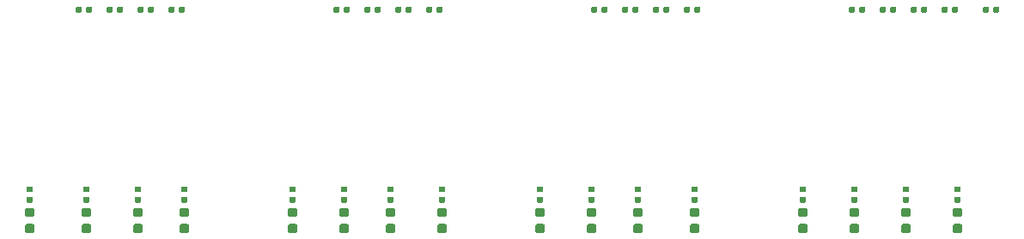
<source format=gbr>
G04 #@! TF.GenerationSoftware,KiCad,Pcbnew,(5.1.5)-3*
G04 #@! TF.CreationDate,2021-09-14T22:43:20-07:00*
G04 #@! TF.ProjectId,_autosave-Adapter,5f617574-6f73-4617-9665-2d4164617074,rev?*
G04 #@! TF.SameCoordinates,Original*
G04 #@! TF.FileFunction,Paste,Top*
G04 #@! TF.FilePolarity,Positive*
%FSLAX46Y46*%
G04 Gerber Fmt 4.6, Leading zero omitted, Abs format (unit mm)*
G04 Created by KiCad (PCBNEW (5.1.5)-3) date 2021-09-14 22:43:20*
%MOMM*%
%LPD*%
G04 APERTURE LIST*
%ADD10C,0.100000*%
G04 APERTURE END LIST*
D10*
G36*
X61999691Y-87727053D02*
G01*
X62020926Y-87730203D01*
X62041750Y-87735419D01*
X62061962Y-87742651D01*
X62081368Y-87751830D01*
X62099781Y-87762866D01*
X62117024Y-87775654D01*
X62132930Y-87790070D01*
X62147346Y-87805976D01*
X62160134Y-87823219D01*
X62171170Y-87841632D01*
X62180349Y-87861038D01*
X62187581Y-87881250D01*
X62192797Y-87902074D01*
X62195947Y-87923309D01*
X62197000Y-87944750D01*
X62197000Y-88382250D01*
X62195947Y-88403691D01*
X62192797Y-88424926D01*
X62187581Y-88445750D01*
X62180349Y-88465962D01*
X62171170Y-88485368D01*
X62160134Y-88503781D01*
X62147346Y-88521024D01*
X62132930Y-88536930D01*
X62117024Y-88551346D01*
X62099781Y-88564134D01*
X62081368Y-88575170D01*
X62061962Y-88584349D01*
X62041750Y-88591581D01*
X62020926Y-88596797D01*
X61999691Y-88599947D01*
X61978250Y-88601000D01*
X61465750Y-88601000D01*
X61444309Y-88599947D01*
X61423074Y-88596797D01*
X61402250Y-88591581D01*
X61382038Y-88584349D01*
X61362632Y-88575170D01*
X61344219Y-88564134D01*
X61326976Y-88551346D01*
X61311070Y-88536930D01*
X61296654Y-88521024D01*
X61283866Y-88503781D01*
X61272830Y-88485368D01*
X61263651Y-88465962D01*
X61256419Y-88445750D01*
X61251203Y-88424926D01*
X61248053Y-88403691D01*
X61247000Y-88382250D01*
X61247000Y-87944750D01*
X61248053Y-87923309D01*
X61251203Y-87902074D01*
X61256419Y-87881250D01*
X61263651Y-87861038D01*
X61272830Y-87841632D01*
X61283866Y-87823219D01*
X61296654Y-87805976D01*
X61311070Y-87790070D01*
X61326976Y-87775654D01*
X61344219Y-87762866D01*
X61362632Y-87751830D01*
X61382038Y-87742651D01*
X61402250Y-87735419D01*
X61423074Y-87730203D01*
X61444309Y-87727053D01*
X61465750Y-87726000D01*
X61978250Y-87726000D01*
X61999691Y-87727053D01*
G37*
G36*
X61999691Y-86152053D02*
G01*
X62020926Y-86155203D01*
X62041750Y-86160419D01*
X62061962Y-86167651D01*
X62081368Y-86176830D01*
X62099781Y-86187866D01*
X62117024Y-86200654D01*
X62132930Y-86215070D01*
X62147346Y-86230976D01*
X62160134Y-86248219D01*
X62171170Y-86266632D01*
X62180349Y-86286038D01*
X62187581Y-86306250D01*
X62192797Y-86327074D01*
X62195947Y-86348309D01*
X62197000Y-86369750D01*
X62197000Y-86807250D01*
X62195947Y-86828691D01*
X62192797Y-86849926D01*
X62187581Y-86870750D01*
X62180349Y-86890962D01*
X62171170Y-86910368D01*
X62160134Y-86928781D01*
X62147346Y-86946024D01*
X62132930Y-86961930D01*
X62117024Y-86976346D01*
X62099781Y-86989134D01*
X62081368Y-87000170D01*
X62061962Y-87009349D01*
X62041750Y-87016581D01*
X62020926Y-87021797D01*
X61999691Y-87024947D01*
X61978250Y-87026000D01*
X61465750Y-87026000D01*
X61444309Y-87024947D01*
X61423074Y-87021797D01*
X61402250Y-87016581D01*
X61382038Y-87009349D01*
X61362632Y-87000170D01*
X61344219Y-86989134D01*
X61326976Y-86976346D01*
X61311070Y-86961930D01*
X61296654Y-86946024D01*
X61283866Y-86928781D01*
X61272830Y-86910368D01*
X61263651Y-86890962D01*
X61256419Y-86870750D01*
X61251203Y-86849926D01*
X61248053Y-86828691D01*
X61247000Y-86807250D01*
X61247000Y-86369750D01*
X61248053Y-86348309D01*
X61251203Y-86327074D01*
X61256419Y-86306250D01*
X61263651Y-86286038D01*
X61272830Y-86266632D01*
X61283866Y-86248219D01*
X61296654Y-86230976D01*
X61311070Y-86215070D01*
X61326976Y-86200654D01*
X61344219Y-86187866D01*
X61362632Y-86176830D01*
X61382038Y-86167651D01*
X61402250Y-86160419D01*
X61423074Y-86155203D01*
X61444309Y-86152053D01*
X61465750Y-86151000D01*
X61978250Y-86151000D01*
X61999691Y-86152053D01*
G37*
G36*
X87907691Y-87727053D02*
G01*
X87928926Y-87730203D01*
X87949750Y-87735419D01*
X87969962Y-87742651D01*
X87989368Y-87751830D01*
X88007781Y-87762866D01*
X88025024Y-87775654D01*
X88040930Y-87790070D01*
X88055346Y-87805976D01*
X88068134Y-87823219D01*
X88079170Y-87841632D01*
X88088349Y-87861038D01*
X88095581Y-87881250D01*
X88100797Y-87902074D01*
X88103947Y-87923309D01*
X88105000Y-87944750D01*
X88105000Y-88382250D01*
X88103947Y-88403691D01*
X88100797Y-88424926D01*
X88095581Y-88445750D01*
X88088349Y-88465962D01*
X88079170Y-88485368D01*
X88068134Y-88503781D01*
X88055346Y-88521024D01*
X88040930Y-88536930D01*
X88025024Y-88551346D01*
X88007781Y-88564134D01*
X87989368Y-88575170D01*
X87969962Y-88584349D01*
X87949750Y-88591581D01*
X87928926Y-88596797D01*
X87907691Y-88599947D01*
X87886250Y-88601000D01*
X87373750Y-88601000D01*
X87352309Y-88599947D01*
X87331074Y-88596797D01*
X87310250Y-88591581D01*
X87290038Y-88584349D01*
X87270632Y-88575170D01*
X87252219Y-88564134D01*
X87234976Y-88551346D01*
X87219070Y-88536930D01*
X87204654Y-88521024D01*
X87191866Y-88503781D01*
X87180830Y-88485368D01*
X87171651Y-88465962D01*
X87164419Y-88445750D01*
X87159203Y-88424926D01*
X87156053Y-88403691D01*
X87155000Y-88382250D01*
X87155000Y-87944750D01*
X87156053Y-87923309D01*
X87159203Y-87902074D01*
X87164419Y-87881250D01*
X87171651Y-87861038D01*
X87180830Y-87841632D01*
X87191866Y-87823219D01*
X87204654Y-87805976D01*
X87219070Y-87790070D01*
X87234976Y-87775654D01*
X87252219Y-87762866D01*
X87270632Y-87751830D01*
X87290038Y-87742651D01*
X87310250Y-87735419D01*
X87331074Y-87730203D01*
X87352309Y-87727053D01*
X87373750Y-87726000D01*
X87886250Y-87726000D01*
X87907691Y-87727053D01*
G37*
G36*
X87907691Y-86152053D02*
G01*
X87928926Y-86155203D01*
X87949750Y-86160419D01*
X87969962Y-86167651D01*
X87989368Y-86176830D01*
X88007781Y-86187866D01*
X88025024Y-86200654D01*
X88040930Y-86215070D01*
X88055346Y-86230976D01*
X88068134Y-86248219D01*
X88079170Y-86266632D01*
X88088349Y-86286038D01*
X88095581Y-86306250D01*
X88100797Y-86327074D01*
X88103947Y-86348309D01*
X88105000Y-86369750D01*
X88105000Y-86807250D01*
X88103947Y-86828691D01*
X88100797Y-86849926D01*
X88095581Y-86870750D01*
X88088349Y-86890962D01*
X88079170Y-86910368D01*
X88068134Y-86928781D01*
X88055346Y-86946024D01*
X88040930Y-86961930D01*
X88025024Y-86976346D01*
X88007781Y-86989134D01*
X87989368Y-87000170D01*
X87969962Y-87009349D01*
X87949750Y-87016581D01*
X87928926Y-87021797D01*
X87907691Y-87024947D01*
X87886250Y-87026000D01*
X87373750Y-87026000D01*
X87352309Y-87024947D01*
X87331074Y-87021797D01*
X87310250Y-87016581D01*
X87290038Y-87009349D01*
X87270632Y-87000170D01*
X87252219Y-86989134D01*
X87234976Y-86976346D01*
X87219070Y-86961930D01*
X87204654Y-86946024D01*
X87191866Y-86928781D01*
X87180830Y-86910368D01*
X87171651Y-86890962D01*
X87164419Y-86870750D01*
X87159203Y-86849926D01*
X87156053Y-86828691D01*
X87155000Y-86807250D01*
X87155000Y-86369750D01*
X87156053Y-86348309D01*
X87159203Y-86327074D01*
X87164419Y-86306250D01*
X87171651Y-86286038D01*
X87180830Y-86266632D01*
X87191866Y-86248219D01*
X87204654Y-86230976D01*
X87219070Y-86215070D01*
X87234976Y-86200654D01*
X87252219Y-86187866D01*
X87270632Y-86176830D01*
X87290038Y-86167651D01*
X87310250Y-86160419D01*
X87331074Y-86155203D01*
X87352309Y-86152053D01*
X87373750Y-86151000D01*
X87886250Y-86151000D01*
X87907691Y-86152053D01*
G37*
G36*
X112291691Y-86152053D02*
G01*
X112312926Y-86155203D01*
X112333750Y-86160419D01*
X112353962Y-86167651D01*
X112373368Y-86176830D01*
X112391781Y-86187866D01*
X112409024Y-86200654D01*
X112424930Y-86215070D01*
X112439346Y-86230976D01*
X112452134Y-86248219D01*
X112463170Y-86266632D01*
X112472349Y-86286038D01*
X112479581Y-86306250D01*
X112484797Y-86327074D01*
X112487947Y-86348309D01*
X112489000Y-86369750D01*
X112489000Y-86807250D01*
X112487947Y-86828691D01*
X112484797Y-86849926D01*
X112479581Y-86870750D01*
X112472349Y-86890962D01*
X112463170Y-86910368D01*
X112452134Y-86928781D01*
X112439346Y-86946024D01*
X112424930Y-86961930D01*
X112409024Y-86976346D01*
X112391781Y-86989134D01*
X112373368Y-87000170D01*
X112353962Y-87009349D01*
X112333750Y-87016581D01*
X112312926Y-87021797D01*
X112291691Y-87024947D01*
X112270250Y-87026000D01*
X111757750Y-87026000D01*
X111736309Y-87024947D01*
X111715074Y-87021797D01*
X111694250Y-87016581D01*
X111674038Y-87009349D01*
X111654632Y-87000170D01*
X111636219Y-86989134D01*
X111618976Y-86976346D01*
X111603070Y-86961930D01*
X111588654Y-86946024D01*
X111575866Y-86928781D01*
X111564830Y-86910368D01*
X111555651Y-86890962D01*
X111548419Y-86870750D01*
X111543203Y-86849926D01*
X111540053Y-86828691D01*
X111539000Y-86807250D01*
X111539000Y-86369750D01*
X111540053Y-86348309D01*
X111543203Y-86327074D01*
X111548419Y-86306250D01*
X111555651Y-86286038D01*
X111564830Y-86266632D01*
X111575866Y-86248219D01*
X111588654Y-86230976D01*
X111603070Y-86215070D01*
X111618976Y-86200654D01*
X111636219Y-86187866D01*
X111654632Y-86176830D01*
X111674038Y-86167651D01*
X111694250Y-86160419D01*
X111715074Y-86155203D01*
X111736309Y-86152053D01*
X111757750Y-86151000D01*
X112270250Y-86151000D01*
X112291691Y-86152053D01*
G37*
G36*
X112291691Y-87727053D02*
G01*
X112312926Y-87730203D01*
X112333750Y-87735419D01*
X112353962Y-87742651D01*
X112373368Y-87751830D01*
X112391781Y-87762866D01*
X112409024Y-87775654D01*
X112424930Y-87790070D01*
X112439346Y-87805976D01*
X112452134Y-87823219D01*
X112463170Y-87841632D01*
X112472349Y-87861038D01*
X112479581Y-87881250D01*
X112484797Y-87902074D01*
X112487947Y-87923309D01*
X112489000Y-87944750D01*
X112489000Y-88382250D01*
X112487947Y-88403691D01*
X112484797Y-88424926D01*
X112479581Y-88445750D01*
X112472349Y-88465962D01*
X112463170Y-88485368D01*
X112452134Y-88503781D01*
X112439346Y-88521024D01*
X112424930Y-88536930D01*
X112409024Y-88551346D01*
X112391781Y-88564134D01*
X112373368Y-88575170D01*
X112353962Y-88584349D01*
X112333750Y-88591581D01*
X112312926Y-88596797D01*
X112291691Y-88599947D01*
X112270250Y-88601000D01*
X111757750Y-88601000D01*
X111736309Y-88599947D01*
X111715074Y-88596797D01*
X111694250Y-88591581D01*
X111674038Y-88584349D01*
X111654632Y-88575170D01*
X111636219Y-88564134D01*
X111618976Y-88551346D01*
X111603070Y-88536930D01*
X111588654Y-88521024D01*
X111575866Y-88503781D01*
X111564830Y-88485368D01*
X111555651Y-88465962D01*
X111548419Y-88445750D01*
X111543203Y-88424926D01*
X111540053Y-88403691D01*
X111539000Y-88382250D01*
X111539000Y-87944750D01*
X111540053Y-87923309D01*
X111543203Y-87902074D01*
X111548419Y-87881250D01*
X111555651Y-87861038D01*
X111564830Y-87841632D01*
X111575866Y-87823219D01*
X111588654Y-87805976D01*
X111603070Y-87790070D01*
X111618976Y-87775654D01*
X111636219Y-87762866D01*
X111654632Y-87751830D01*
X111674038Y-87742651D01*
X111694250Y-87735419D01*
X111715074Y-87730203D01*
X111736309Y-87727053D01*
X111757750Y-87726000D01*
X112270250Y-87726000D01*
X112291691Y-87727053D01*
G37*
G36*
X138199691Y-86152053D02*
G01*
X138220926Y-86155203D01*
X138241750Y-86160419D01*
X138261962Y-86167651D01*
X138281368Y-86176830D01*
X138299781Y-86187866D01*
X138317024Y-86200654D01*
X138332930Y-86215070D01*
X138347346Y-86230976D01*
X138360134Y-86248219D01*
X138371170Y-86266632D01*
X138380349Y-86286038D01*
X138387581Y-86306250D01*
X138392797Y-86327074D01*
X138395947Y-86348309D01*
X138397000Y-86369750D01*
X138397000Y-86807250D01*
X138395947Y-86828691D01*
X138392797Y-86849926D01*
X138387581Y-86870750D01*
X138380349Y-86890962D01*
X138371170Y-86910368D01*
X138360134Y-86928781D01*
X138347346Y-86946024D01*
X138332930Y-86961930D01*
X138317024Y-86976346D01*
X138299781Y-86989134D01*
X138281368Y-87000170D01*
X138261962Y-87009349D01*
X138241750Y-87016581D01*
X138220926Y-87021797D01*
X138199691Y-87024947D01*
X138178250Y-87026000D01*
X137665750Y-87026000D01*
X137644309Y-87024947D01*
X137623074Y-87021797D01*
X137602250Y-87016581D01*
X137582038Y-87009349D01*
X137562632Y-87000170D01*
X137544219Y-86989134D01*
X137526976Y-86976346D01*
X137511070Y-86961930D01*
X137496654Y-86946024D01*
X137483866Y-86928781D01*
X137472830Y-86910368D01*
X137463651Y-86890962D01*
X137456419Y-86870750D01*
X137451203Y-86849926D01*
X137448053Y-86828691D01*
X137447000Y-86807250D01*
X137447000Y-86369750D01*
X137448053Y-86348309D01*
X137451203Y-86327074D01*
X137456419Y-86306250D01*
X137463651Y-86286038D01*
X137472830Y-86266632D01*
X137483866Y-86248219D01*
X137496654Y-86230976D01*
X137511070Y-86215070D01*
X137526976Y-86200654D01*
X137544219Y-86187866D01*
X137562632Y-86176830D01*
X137582038Y-86167651D01*
X137602250Y-86160419D01*
X137623074Y-86155203D01*
X137644309Y-86152053D01*
X137665750Y-86151000D01*
X138178250Y-86151000D01*
X138199691Y-86152053D01*
G37*
G36*
X138199691Y-87727053D02*
G01*
X138220926Y-87730203D01*
X138241750Y-87735419D01*
X138261962Y-87742651D01*
X138281368Y-87751830D01*
X138299781Y-87762866D01*
X138317024Y-87775654D01*
X138332930Y-87790070D01*
X138347346Y-87805976D01*
X138360134Y-87823219D01*
X138371170Y-87841632D01*
X138380349Y-87861038D01*
X138387581Y-87881250D01*
X138392797Y-87902074D01*
X138395947Y-87923309D01*
X138397000Y-87944750D01*
X138397000Y-88382250D01*
X138395947Y-88403691D01*
X138392797Y-88424926D01*
X138387581Y-88445750D01*
X138380349Y-88465962D01*
X138371170Y-88485368D01*
X138360134Y-88503781D01*
X138347346Y-88521024D01*
X138332930Y-88536930D01*
X138317024Y-88551346D01*
X138299781Y-88564134D01*
X138281368Y-88575170D01*
X138261962Y-88584349D01*
X138241750Y-88591581D01*
X138220926Y-88596797D01*
X138199691Y-88599947D01*
X138178250Y-88601000D01*
X137665750Y-88601000D01*
X137644309Y-88599947D01*
X137623074Y-88596797D01*
X137602250Y-88591581D01*
X137582038Y-88584349D01*
X137562632Y-88575170D01*
X137544219Y-88564134D01*
X137526976Y-88551346D01*
X137511070Y-88536930D01*
X137496654Y-88521024D01*
X137483866Y-88503781D01*
X137472830Y-88485368D01*
X137463651Y-88465962D01*
X137456419Y-88445750D01*
X137451203Y-88424926D01*
X137448053Y-88403691D01*
X137447000Y-88382250D01*
X137447000Y-87944750D01*
X137448053Y-87923309D01*
X137451203Y-87902074D01*
X137456419Y-87881250D01*
X137463651Y-87861038D01*
X137472830Y-87841632D01*
X137483866Y-87823219D01*
X137496654Y-87805976D01*
X137511070Y-87790070D01*
X137526976Y-87775654D01*
X137544219Y-87762866D01*
X137562632Y-87751830D01*
X137582038Y-87742651D01*
X137602250Y-87735419D01*
X137623074Y-87730203D01*
X137644309Y-87727053D01*
X137665750Y-87726000D01*
X138178250Y-87726000D01*
X138199691Y-87727053D01*
G37*
G36*
X67587691Y-87727053D02*
G01*
X67608926Y-87730203D01*
X67629750Y-87735419D01*
X67649962Y-87742651D01*
X67669368Y-87751830D01*
X67687781Y-87762866D01*
X67705024Y-87775654D01*
X67720930Y-87790070D01*
X67735346Y-87805976D01*
X67748134Y-87823219D01*
X67759170Y-87841632D01*
X67768349Y-87861038D01*
X67775581Y-87881250D01*
X67780797Y-87902074D01*
X67783947Y-87923309D01*
X67785000Y-87944750D01*
X67785000Y-88382250D01*
X67783947Y-88403691D01*
X67780797Y-88424926D01*
X67775581Y-88445750D01*
X67768349Y-88465962D01*
X67759170Y-88485368D01*
X67748134Y-88503781D01*
X67735346Y-88521024D01*
X67720930Y-88536930D01*
X67705024Y-88551346D01*
X67687781Y-88564134D01*
X67669368Y-88575170D01*
X67649962Y-88584349D01*
X67629750Y-88591581D01*
X67608926Y-88596797D01*
X67587691Y-88599947D01*
X67566250Y-88601000D01*
X67053750Y-88601000D01*
X67032309Y-88599947D01*
X67011074Y-88596797D01*
X66990250Y-88591581D01*
X66970038Y-88584349D01*
X66950632Y-88575170D01*
X66932219Y-88564134D01*
X66914976Y-88551346D01*
X66899070Y-88536930D01*
X66884654Y-88521024D01*
X66871866Y-88503781D01*
X66860830Y-88485368D01*
X66851651Y-88465962D01*
X66844419Y-88445750D01*
X66839203Y-88424926D01*
X66836053Y-88403691D01*
X66835000Y-88382250D01*
X66835000Y-87944750D01*
X66836053Y-87923309D01*
X66839203Y-87902074D01*
X66844419Y-87881250D01*
X66851651Y-87861038D01*
X66860830Y-87841632D01*
X66871866Y-87823219D01*
X66884654Y-87805976D01*
X66899070Y-87790070D01*
X66914976Y-87775654D01*
X66932219Y-87762866D01*
X66950632Y-87751830D01*
X66970038Y-87742651D01*
X66990250Y-87735419D01*
X67011074Y-87730203D01*
X67032309Y-87727053D01*
X67053750Y-87726000D01*
X67566250Y-87726000D01*
X67587691Y-87727053D01*
G37*
G36*
X67587691Y-86152053D02*
G01*
X67608926Y-86155203D01*
X67629750Y-86160419D01*
X67649962Y-86167651D01*
X67669368Y-86176830D01*
X67687781Y-86187866D01*
X67705024Y-86200654D01*
X67720930Y-86215070D01*
X67735346Y-86230976D01*
X67748134Y-86248219D01*
X67759170Y-86266632D01*
X67768349Y-86286038D01*
X67775581Y-86306250D01*
X67780797Y-86327074D01*
X67783947Y-86348309D01*
X67785000Y-86369750D01*
X67785000Y-86807250D01*
X67783947Y-86828691D01*
X67780797Y-86849926D01*
X67775581Y-86870750D01*
X67768349Y-86890962D01*
X67759170Y-86910368D01*
X67748134Y-86928781D01*
X67735346Y-86946024D01*
X67720930Y-86961930D01*
X67705024Y-86976346D01*
X67687781Y-86989134D01*
X67669368Y-87000170D01*
X67649962Y-87009349D01*
X67629750Y-87016581D01*
X67608926Y-87021797D01*
X67587691Y-87024947D01*
X67566250Y-87026000D01*
X67053750Y-87026000D01*
X67032309Y-87024947D01*
X67011074Y-87021797D01*
X66990250Y-87016581D01*
X66970038Y-87009349D01*
X66950632Y-87000170D01*
X66932219Y-86989134D01*
X66914976Y-86976346D01*
X66899070Y-86961930D01*
X66884654Y-86946024D01*
X66871866Y-86928781D01*
X66860830Y-86910368D01*
X66851651Y-86890962D01*
X66844419Y-86870750D01*
X66839203Y-86849926D01*
X66836053Y-86828691D01*
X66835000Y-86807250D01*
X66835000Y-86369750D01*
X66836053Y-86348309D01*
X66839203Y-86327074D01*
X66844419Y-86306250D01*
X66851651Y-86286038D01*
X66860830Y-86266632D01*
X66871866Y-86248219D01*
X66884654Y-86230976D01*
X66899070Y-86215070D01*
X66914976Y-86200654D01*
X66932219Y-86187866D01*
X66950632Y-86176830D01*
X66970038Y-86167651D01*
X66990250Y-86160419D01*
X67011074Y-86155203D01*
X67032309Y-86152053D01*
X67053750Y-86151000D01*
X67566250Y-86151000D01*
X67587691Y-86152053D01*
G37*
G36*
X92987691Y-87727053D02*
G01*
X93008926Y-87730203D01*
X93029750Y-87735419D01*
X93049962Y-87742651D01*
X93069368Y-87751830D01*
X93087781Y-87762866D01*
X93105024Y-87775654D01*
X93120930Y-87790070D01*
X93135346Y-87805976D01*
X93148134Y-87823219D01*
X93159170Y-87841632D01*
X93168349Y-87861038D01*
X93175581Y-87881250D01*
X93180797Y-87902074D01*
X93183947Y-87923309D01*
X93185000Y-87944750D01*
X93185000Y-88382250D01*
X93183947Y-88403691D01*
X93180797Y-88424926D01*
X93175581Y-88445750D01*
X93168349Y-88465962D01*
X93159170Y-88485368D01*
X93148134Y-88503781D01*
X93135346Y-88521024D01*
X93120930Y-88536930D01*
X93105024Y-88551346D01*
X93087781Y-88564134D01*
X93069368Y-88575170D01*
X93049962Y-88584349D01*
X93029750Y-88591581D01*
X93008926Y-88596797D01*
X92987691Y-88599947D01*
X92966250Y-88601000D01*
X92453750Y-88601000D01*
X92432309Y-88599947D01*
X92411074Y-88596797D01*
X92390250Y-88591581D01*
X92370038Y-88584349D01*
X92350632Y-88575170D01*
X92332219Y-88564134D01*
X92314976Y-88551346D01*
X92299070Y-88536930D01*
X92284654Y-88521024D01*
X92271866Y-88503781D01*
X92260830Y-88485368D01*
X92251651Y-88465962D01*
X92244419Y-88445750D01*
X92239203Y-88424926D01*
X92236053Y-88403691D01*
X92235000Y-88382250D01*
X92235000Y-87944750D01*
X92236053Y-87923309D01*
X92239203Y-87902074D01*
X92244419Y-87881250D01*
X92251651Y-87861038D01*
X92260830Y-87841632D01*
X92271866Y-87823219D01*
X92284654Y-87805976D01*
X92299070Y-87790070D01*
X92314976Y-87775654D01*
X92332219Y-87762866D01*
X92350632Y-87751830D01*
X92370038Y-87742651D01*
X92390250Y-87735419D01*
X92411074Y-87730203D01*
X92432309Y-87727053D01*
X92453750Y-87726000D01*
X92966250Y-87726000D01*
X92987691Y-87727053D01*
G37*
G36*
X92987691Y-86152053D02*
G01*
X93008926Y-86155203D01*
X93029750Y-86160419D01*
X93049962Y-86167651D01*
X93069368Y-86176830D01*
X93087781Y-86187866D01*
X93105024Y-86200654D01*
X93120930Y-86215070D01*
X93135346Y-86230976D01*
X93148134Y-86248219D01*
X93159170Y-86266632D01*
X93168349Y-86286038D01*
X93175581Y-86306250D01*
X93180797Y-86327074D01*
X93183947Y-86348309D01*
X93185000Y-86369750D01*
X93185000Y-86807250D01*
X93183947Y-86828691D01*
X93180797Y-86849926D01*
X93175581Y-86870750D01*
X93168349Y-86890962D01*
X93159170Y-86910368D01*
X93148134Y-86928781D01*
X93135346Y-86946024D01*
X93120930Y-86961930D01*
X93105024Y-86976346D01*
X93087781Y-86989134D01*
X93069368Y-87000170D01*
X93049962Y-87009349D01*
X93029750Y-87016581D01*
X93008926Y-87021797D01*
X92987691Y-87024947D01*
X92966250Y-87026000D01*
X92453750Y-87026000D01*
X92432309Y-87024947D01*
X92411074Y-87021797D01*
X92390250Y-87016581D01*
X92370038Y-87009349D01*
X92350632Y-87000170D01*
X92332219Y-86989134D01*
X92314976Y-86976346D01*
X92299070Y-86961930D01*
X92284654Y-86946024D01*
X92271866Y-86928781D01*
X92260830Y-86910368D01*
X92251651Y-86890962D01*
X92244419Y-86870750D01*
X92239203Y-86849926D01*
X92236053Y-86828691D01*
X92235000Y-86807250D01*
X92235000Y-86369750D01*
X92236053Y-86348309D01*
X92239203Y-86327074D01*
X92244419Y-86306250D01*
X92251651Y-86286038D01*
X92260830Y-86266632D01*
X92271866Y-86248219D01*
X92284654Y-86230976D01*
X92299070Y-86215070D01*
X92314976Y-86200654D01*
X92332219Y-86187866D01*
X92350632Y-86176830D01*
X92370038Y-86167651D01*
X92390250Y-86160419D01*
X92411074Y-86155203D01*
X92432309Y-86152053D01*
X92453750Y-86151000D01*
X92966250Y-86151000D01*
X92987691Y-86152053D01*
G37*
G36*
X117371691Y-87727053D02*
G01*
X117392926Y-87730203D01*
X117413750Y-87735419D01*
X117433962Y-87742651D01*
X117453368Y-87751830D01*
X117471781Y-87762866D01*
X117489024Y-87775654D01*
X117504930Y-87790070D01*
X117519346Y-87805976D01*
X117532134Y-87823219D01*
X117543170Y-87841632D01*
X117552349Y-87861038D01*
X117559581Y-87881250D01*
X117564797Y-87902074D01*
X117567947Y-87923309D01*
X117569000Y-87944750D01*
X117569000Y-88382250D01*
X117567947Y-88403691D01*
X117564797Y-88424926D01*
X117559581Y-88445750D01*
X117552349Y-88465962D01*
X117543170Y-88485368D01*
X117532134Y-88503781D01*
X117519346Y-88521024D01*
X117504930Y-88536930D01*
X117489024Y-88551346D01*
X117471781Y-88564134D01*
X117453368Y-88575170D01*
X117433962Y-88584349D01*
X117413750Y-88591581D01*
X117392926Y-88596797D01*
X117371691Y-88599947D01*
X117350250Y-88601000D01*
X116837750Y-88601000D01*
X116816309Y-88599947D01*
X116795074Y-88596797D01*
X116774250Y-88591581D01*
X116754038Y-88584349D01*
X116734632Y-88575170D01*
X116716219Y-88564134D01*
X116698976Y-88551346D01*
X116683070Y-88536930D01*
X116668654Y-88521024D01*
X116655866Y-88503781D01*
X116644830Y-88485368D01*
X116635651Y-88465962D01*
X116628419Y-88445750D01*
X116623203Y-88424926D01*
X116620053Y-88403691D01*
X116619000Y-88382250D01*
X116619000Y-87944750D01*
X116620053Y-87923309D01*
X116623203Y-87902074D01*
X116628419Y-87881250D01*
X116635651Y-87861038D01*
X116644830Y-87841632D01*
X116655866Y-87823219D01*
X116668654Y-87805976D01*
X116683070Y-87790070D01*
X116698976Y-87775654D01*
X116716219Y-87762866D01*
X116734632Y-87751830D01*
X116754038Y-87742651D01*
X116774250Y-87735419D01*
X116795074Y-87730203D01*
X116816309Y-87727053D01*
X116837750Y-87726000D01*
X117350250Y-87726000D01*
X117371691Y-87727053D01*
G37*
G36*
X117371691Y-86152053D02*
G01*
X117392926Y-86155203D01*
X117413750Y-86160419D01*
X117433962Y-86167651D01*
X117453368Y-86176830D01*
X117471781Y-86187866D01*
X117489024Y-86200654D01*
X117504930Y-86215070D01*
X117519346Y-86230976D01*
X117532134Y-86248219D01*
X117543170Y-86266632D01*
X117552349Y-86286038D01*
X117559581Y-86306250D01*
X117564797Y-86327074D01*
X117567947Y-86348309D01*
X117569000Y-86369750D01*
X117569000Y-86807250D01*
X117567947Y-86828691D01*
X117564797Y-86849926D01*
X117559581Y-86870750D01*
X117552349Y-86890962D01*
X117543170Y-86910368D01*
X117532134Y-86928781D01*
X117519346Y-86946024D01*
X117504930Y-86961930D01*
X117489024Y-86976346D01*
X117471781Y-86989134D01*
X117453368Y-87000170D01*
X117433962Y-87009349D01*
X117413750Y-87016581D01*
X117392926Y-87021797D01*
X117371691Y-87024947D01*
X117350250Y-87026000D01*
X116837750Y-87026000D01*
X116816309Y-87024947D01*
X116795074Y-87021797D01*
X116774250Y-87016581D01*
X116754038Y-87009349D01*
X116734632Y-87000170D01*
X116716219Y-86989134D01*
X116698976Y-86976346D01*
X116683070Y-86961930D01*
X116668654Y-86946024D01*
X116655866Y-86928781D01*
X116644830Y-86910368D01*
X116635651Y-86890962D01*
X116628419Y-86870750D01*
X116623203Y-86849926D01*
X116620053Y-86828691D01*
X116619000Y-86807250D01*
X116619000Y-86369750D01*
X116620053Y-86348309D01*
X116623203Y-86327074D01*
X116628419Y-86306250D01*
X116635651Y-86286038D01*
X116644830Y-86266632D01*
X116655866Y-86248219D01*
X116668654Y-86230976D01*
X116683070Y-86215070D01*
X116698976Y-86200654D01*
X116716219Y-86187866D01*
X116734632Y-86176830D01*
X116754038Y-86167651D01*
X116774250Y-86160419D01*
X116795074Y-86155203D01*
X116816309Y-86152053D01*
X116837750Y-86151000D01*
X117350250Y-86151000D01*
X117371691Y-86152053D01*
G37*
G36*
X143279691Y-87727053D02*
G01*
X143300926Y-87730203D01*
X143321750Y-87735419D01*
X143341962Y-87742651D01*
X143361368Y-87751830D01*
X143379781Y-87762866D01*
X143397024Y-87775654D01*
X143412930Y-87790070D01*
X143427346Y-87805976D01*
X143440134Y-87823219D01*
X143451170Y-87841632D01*
X143460349Y-87861038D01*
X143467581Y-87881250D01*
X143472797Y-87902074D01*
X143475947Y-87923309D01*
X143477000Y-87944750D01*
X143477000Y-88382250D01*
X143475947Y-88403691D01*
X143472797Y-88424926D01*
X143467581Y-88445750D01*
X143460349Y-88465962D01*
X143451170Y-88485368D01*
X143440134Y-88503781D01*
X143427346Y-88521024D01*
X143412930Y-88536930D01*
X143397024Y-88551346D01*
X143379781Y-88564134D01*
X143361368Y-88575170D01*
X143341962Y-88584349D01*
X143321750Y-88591581D01*
X143300926Y-88596797D01*
X143279691Y-88599947D01*
X143258250Y-88601000D01*
X142745750Y-88601000D01*
X142724309Y-88599947D01*
X142703074Y-88596797D01*
X142682250Y-88591581D01*
X142662038Y-88584349D01*
X142642632Y-88575170D01*
X142624219Y-88564134D01*
X142606976Y-88551346D01*
X142591070Y-88536930D01*
X142576654Y-88521024D01*
X142563866Y-88503781D01*
X142552830Y-88485368D01*
X142543651Y-88465962D01*
X142536419Y-88445750D01*
X142531203Y-88424926D01*
X142528053Y-88403691D01*
X142527000Y-88382250D01*
X142527000Y-87944750D01*
X142528053Y-87923309D01*
X142531203Y-87902074D01*
X142536419Y-87881250D01*
X142543651Y-87861038D01*
X142552830Y-87841632D01*
X142563866Y-87823219D01*
X142576654Y-87805976D01*
X142591070Y-87790070D01*
X142606976Y-87775654D01*
X142624219Y-87762866D01*
X142642632Y-87751830D01*
X142662038Y-87742651D01*
X142682250Y-87735419D01*
X142703074Y-87730203D01*
X142724309Y-87727053D01*
X142745750Y-87726000D01*
X143258250Y-87726000D01*
X143279691Y-87727053D01*
G37*
G36*
X143279691Y-86152053D02*
G01*
X143300926Y-86155203D01*
X143321750Y-86160419D01*
X143341962Y-86167651D01*
X143361368Y-86176830D01*
X143379781Y-86187866D01*
X143397024Y-86200654D01*
X143412930Y-86215070D01*
X143427346Y-86230976D01*
X143440134Y-86248219D01*
X143451170Y-86266632D01*
X143460349Y-86286038D01*
X143467581Y-86306250D01*
X143472797Y-86327074D01*
X143475947Y-86348309D01*
X143477000Y-86369750D01*
X143477000Y-86807250D01*
X143475947Y-86828691D01*
X143472797Y-86849926D01*
X143467581Y-86870750D01*
X143460349Y-86890962D01*
X143451170Y-86910368D01*
X143440134Y-86928781D01*
X143427346Y-86946024D01*
X143412930Y-86961930D01*
X143397024Y-86976346D01*
X143379781Y-86989134D01*
X143361368Y-87000170D01*
X143341962Y-87009349D01*
X143321750Y-87016581D01*
X143300926Y-87021797D01*
X143279691Y-87024947D01*
X143258250Y-87026000D01*
X142745750Y-87026000D01*
X142724309Y-87024947D01*
X142703074Y-87021797D01*
X142682250Y-87016581D01*
X142662038Y-87009349D01*
X142642632Y-87000170D01*
X142624219Y-86989134D01*
X142606976Y-86976346D01*
X142591070Y-86961930D01*
X142576654Y-86946024D01*
X142563866Y-86928781D01*
X142552830Y-86910368D01*
X142543651Y-86890962D01*
X142536419Y-86870750D01*
X142531203Y-86849926D01*
X142528053Y-86828691D01*
X142527000Y-86807250D01*
X142527000Y-86369750D01*
X142528053Y-86348309D01*
X142531203Y-86327074D01*
X142536419Y-86306250D01*
X142543651Y-86286038D01*
X142552830Y-86266632D01*
X142563866Y-86248219D01*
X142576654Y-86230976D01*
X142591070Y-86215070D01*
X142606976Y-86200654D01*
X142624219Y-86187866D01*
X142642632Y-86176830D01*
X142662038Y-86167651D01*
X142682250Y-86160419D01*
X142703074Y-86155203D01*
X142724309Y-86152053D01*
X142745750Y-86151000D01*
X143258250Y-86151000D01*
X143279691Y-86152053D01*
G37*
G36*
X72667691Y-86152053D02*
G01*
X72688926Y-86155203D01*
X72709750Y-86160419D01*
X72729962Y-86167651D01*
X72749368Y-86176830D01*
X72767781Y-86187866D01*
X72785024Y-86200654D01*
X72800930Y-86215070D01*
X72815346Y-86230976D01*
X72828134Y-86248219D01*
X72839170Y-86266632D01*
X72848349Y-86286038D01*
X72855581Y-86306250D01*
X72860797Y-86327074D01*
X72863947Y-86348309D01*
X72865000Y-86369750D01*
X72865000Y-86807250D01*
X72863947Y-86828691D01*
X72860797Y-86849926D01*
X72855581Y-86870750D01*
X72848349Y-86890962D01*
X72839170Y-86910368D01*
X72828134Y-86928781D01*
X72815346Y-86946024D01*
X72800930Y-86961930D01*
X72785024Y-86976346D01*
X72767781Y-86989134D01*
X72749368Y-87000170D01*
X72729962Y-87009349D01*
X72709750Y-87016581D01*
X72688926Y-87021797D01*
X72667691Y-87024947D01*
X72646250Y-87026000D01*
X72133750Y-87026000D01*
X72112309Y-87024947D01*
X72091074Y-87021797D01*
X72070250Y-87016581D01*
X72050038Y-87009349D01*
X72030632Y-87000170D01*
X72012219Y-86989134D01*
X71994976Y-86976346D01*
X71979070Y-86961930D01*
X71964654Y-86946024D01*
X71951866Y-86928781D01*
X71940830Y-86910368D01*
X71931651Y-86890962D01*
X71924419Y-86870750D01*
X71919203Y-86849926D01*
X71916053Y-86828691D01*
X71915000Y-86807250D01*
X71915000Y-86369750D01*
X71916053Y-86348309D01*
X71919203Y-86327074D01*
X71924419Y-86306250D01*
X71931651Y-86286038D01*
X71940830Y-86266632D01*
X71951866Y-86248219D01*
X71964654Y-86230976D01*
X71979070Y-86215070D01*
X71994976Y-86200654D01*
X72012219Y-86187866D01*
X72030632Y-86176830D01*
X72050038Y-86167651D01*
X72070250Y-86160419D01*
X72091074Y-86155203D01*
X72112309Y-86152053D01*
X72133750Y-86151000D01*
X72646250Y-86151000D01*
X72667691Y-86152053D01*
G37*
G36*
X72667691Y-87727053D02*
G01*
X72688926Y-87730203D01*
X72709750Y-87735419D01*
X72729962Y-87742651D01*
X72749368Y-87751830D01*
X72767781Y-87762866D01*
X72785024Y-87775654D01*
X72800930Y-87790070D01*
X72815346Y-87805976D01*
X72828134Y-87823219D01*
X72839170Y-87841632D01*
X72848349Y-87861038D01*
X72855581Y-87881250D01*
X72860797Y-87902074D01*
X72863947Y-87923309D01*
X72865000Y-87944750D01*
X72865000Y-88382250D01*
X72863947Y-88403691D01*
X72860797Y-88424926D01*
X72855581Y-88445750D01*
X72848349Y-88465962D01*
X72839170Y-88485368D01*
X72828134Y-88503781D01*
X72815346Y-88521024D01*
X72800930Y-88536930D01*
X72785024Y-88551346D01*
X72767781Y-88564134D01*
X72749368Y-88575170D01*
X72729962Y-88584349D01*
X72709750Y-88591581D01*
X72688926Y-88596797D01*
X72667691Y-88599947D01*
X72646250Y-88601000D01*
X72133750Y-88601000D01*
X72112309Y-88599947D01*
X72091074Y-88596797D01*
X72070250Y-88591581D01*
X72050038Y-88584349D01*
X72030632Y-88575170D01*
X72012219Y-88564134D01*
X71994976Y-88551346D01*
X71979070Y-88536930D01*
X71964654Y-88521024D01*
X71951866Y-88503781D01*
X71940830Y-88485368D01*
X71931651Y-88465962D01*
X71924419Y-88445750D01*
X71919203Y-88424926D01*
X71916053Y-88403691D01*
X71915000Y-88382250D01*
X71915000Y-87944750D01*
X71916053Y-87923309D01*
X71919203Y-87902074D01*
X71924419Y-87881250D01*
X71931651Y-87861038D01*
X71940830Y-87841632D01*
X71951866Y-87823219D01*
X71964654Y-87805976D01*
X71979070Y-87790070D01*
X71994976Y-87775654D01*
X72012219Y-87762866D01*
X72030632Y-87751830D01*
X72050038Y-87742651D01*
X72070250Y-87735419D01*
X72091074Y-87730203D01*
X72112309Y-87727053D01*
X72133750Y-87726000D01*
X72646250Y-87726000D01*
X72667691Y-87727053D01*
G37*
G36*
X97559691Y-86152053D02*
G01*
X97580926Y-86155203D01*
X97601750Y-86160419D01*
X97621962Y-86167651D01*
X97641368Y-86176830D01*
X97659781Y-86187866D01*
X97677024Y-86200654D01*
X97692930Y-86215070D01*
X97707346Y-86230976D01*
X97720134Y-86248219D01*
X97731170Y-86266632D01*
X97740349Y-86286038D01*
X97747581Y-86306250D01*
X97752797Y-86327074D01*
X97755947Y-86348309D01*
X97757000Y-86369750D01*
X97757000Y-86807250D01*
X97755947Y-86828691D01*
X97752797Y-86849926D01*
X97747581Y-86870750D01*
X97740349Y-86890962D01*
X97731170Y-86910368D01*
X97720134Y-86928781D01*
X97707346Y-86946024D01*
X97692930Y-86961930D01*
X97677024Y-86976346D01*
X97659781Y-86989134D01*
X97641368Y-87000170D01*
X97621962Y-87009349D01*
X97601750Y-87016581D01*
X97580926Y-87021797D01*
X97559691Y-87024947D01*
X97538250Y-87026000D01*
X97025750Y-87026000D01*
X97004309Y-87024947D01*
X96983074Y-87021797D01*
X96962250Y-87016581D01*
X96942038Y-87009349D01*
X96922632Y-87000170D01*
X96904219Y-86989134D01*
X96886976Y-86976346D01*
X96871070Y-86961930D01*
X96856654Y-86946024D01*
X96843866Y-86928781D01*
X96832830Y-86910368D01*
X96823651Y-86890962D01*
X96816419Y-86870750D01*
X96811203Y-86849926D01*
X96808053Y-86828691D01*
X96807000Y-86807250D01*
X96807000Y-86369750D01*
X96808053Y-86348309D01*
X96811203Y-86327074D01*
X96816419Y-86306250D01*
X96823651Y-86286038D01*
X96832830Y-86266632D01*
X96843866Y-86248219D01*
X96856654Y-86230976D01*
X96871070Y-86215070D01*
X96886976Y-86200654D01*
X96904219Y-86187866D01*
X96922632Y-86176830D01*
X96942038Y-86167651D01*
X96962250Y-86160419D01*
X96983074Y-86155203D01*
X97004309Y-86152053D01*
X97025750Y-86151000D01*
X97538250Y-86151000D01*
X97559691Y-86152053D01*
G37*
G36*
X97559691Y-87727053D02*
G01*
X97580926Y-87730203D01*
X97601750Y-87735419D01*
X97621962Y-87742651D01*
X97641368Y-87751830D01*
X97659781Y-87762866D01*
X97677024Y-87775654D01*
X97692930Y-87790070D01*
X97707346Y-87805976D01*
X97720134Y-87823219D01*
X97731170Y-87841632D01*
X97740349Y-87861038D01*
X97747581Y-87881250D01*
X97752797Y-87902074D01*
X97755947Y-87923309D01*
X97757000Y-87944750D01*
X97757000Y-88382250D01*
X97755947Y-88403691D01*
X97752797Y-88424926D01*
X97747581Y-88445750D01*
X97740349Y-88465962D01*
X97731170Y-88485368D01*
X97720134Y-88503781D01*
X97707346Y-88521024D01*
X97692930Y-88536930D01*
X97677024Y-88551346D01*
X97659781Y-88564134D01*
X97641368Y-88575170D01*
X97621962Y-88584349D01*
X97601750Y-88591581D01*
X97580926Y-88596797D01*
X97559691Y-88599947D01*
X97538250Y-88601000D01*
X97025750Y-88601000D01*
X97004309Y-88599947D01*
X96983074Y-88596797D01*
X96962250Y-88591581D01*
X96942038Y-88584349D01*
X96922632Y-88575170D01*
X96904219Y-88564134D01*
X96886976Y-88551346D01*
X96871070Y-88536930D01*
X96856654Y-88521024D01*
X96843866Y-88503781D01*
X96832830Y-88485368D01*
X96823651Y-88465962D01*
X96816419Y-88445750D01*
X96811203Y-88424926D01*
X96808053Y-88403691D01*
X96807000Y-88382250D01*
X96807000Y-87944750D01*
X96808053Y-87923309D01*
X96811203Y-87902074D01*
X96816419Y-87881250D01*
X96823651Y-87861038D01*
X96832830Y-87841632D01*
X96843866Y-87823219D01*
X96856654Y-87805976D01*
X96871070Y-87790070D01*
X96886976Y-87775654D01*
X96904219Y-87762866D01*
X96922632Y-87751830D01*
X96942038Y-87742651D01*
X96962250Y-87735419D01*
X96983074Y-87730203D01*
X97004309Y-87727053D01*
X97025750Y-87726000D01*
X97538250Y-87726000D01*
X97559691Y-87727053D01*
G37*
G36*
X121943691Y-87727053D02*
G01*
X121964926Y-87730203D01*
X121985750Y-87735419D01*
X122005962Y-87742651D01*
X122025368Y-87751830D01*
X122043781Y-87762866D01*
X122061024Y-87775654D01*
X122076930Y-87790070D01*
X122091346Y-87805976D01*
X122104134Y-87823219D01*
X122115170Y-87841632D01*
X122124349Y-87861038D01*
X122131581Y-87881250D01*
X122136797Y-87902074D01*
X122139947Y-87923309D01*
X122141000Y-87944750D01*
X122141000Y-88382250D01*
X122139947Y-88403691D01*
X122136797Y-88424926D01*
X122131581Y-88445750D01*
X122124349Y-88465962D01*
X122115170Y-88485368D01*
X122104134Y-88503781D01*
X122091346Y-88521024D01*
X122076930Y-88536930D01*
X122061024Y-88551346D01*
X122043781Y-88564134D01*
X122025368Y-88575170D01*
X122005962Y-88584349D01*
X121985750Y-88591581D01*
X121964926Y-88596797D01*
X121943691Y-88599947D01*
X121922250Y-88601000D01*
X121409750Y-88601000D01*
X121388309Y-88599947D01*
X121367074Y-88596797D01*
X121346250Y-88591581D01*
X121326038Y-88584349D01*
X121306632Y-88575170D01*
X121288219Y-88564134D01*
X121270976Y-88551346D01*
X121255070Y-88536930D01*
X121240654Y-88521024D01*
X121227866Y-88503781D01*
X121216830Y-88485368D01*
X121207651Y-88465962D01*
X121200419Y-88445750D01*
X121195203Y-88424926D01*
X121192053Y-88403691D01*
X121191000Y-88382250D01*
X121191000Y-87944750D01*
X121192053Y-87923309D01*
X121195203Y-87902074D01*
X121200419Y-87881250D01*
X121207651Y-87861038D01*
X121216830Y-87841632D01*
X121227866Y-87823219D01*
X121240654Y-87805976D01*
X121255070Y-87790070D01*
X121270976Y-87775654D01*
X121288219Y-87762866D01*
X121306632Y-87751830D01*
X121326038Y-87742651D01*
X121346250Y-87735419D01*
X121367074Y-87730203D01*
X121388309Y-87727053D01*
X121409750Y-87726000D01*
X121922250Y-87726000D01*
X121943691Y-87727053D01*
G37*
G36*
X121943691Y-86152053D02*
G01*
X121964926Y-86155203D01*
X121985750Y-86160419D01*
X122005962Y-86167651D01*
X122025368Y-86176830D01*
X122043781Y-86187866D01*
X122061024Y-86200654D01*
X122076930Y-86215070D01*
X122091346Y-86230976D01*
X122104134Y-86248219D01*
X122115170Y-86266632D01*
X122124349Y-86286038D01*
X122131581Y-86306250D01*
X122136797Y-86327074D01*
X122139947Y-86348309D01*
X122141000Y-86369750D01*
X122141000Y-86807250D01*
X122139947Y-86828691D01*
X122136797Y-86849926D01*
X122131581Y-86870750D01*
X122124349Y-86890962D01*
X122115170Y-86910368D01*
X122104134Y-86928781D01*
X122091346Y-86946024D01*
X122076930Y-86961930D01*
X122061024Y-86976346D01*
X122043781Y-86989134D01*
X122025368Y-87000170D01*
X122005962Y-87009349D01*
X121985750Y-87016581D01*
X121964926Y-87021797D01*
X121943691Y-87024947D01*
X121922250Y-87026000D01*
X121409750Y-87026000D01*
X121388309Y-87024947D01*
X121367074Y-87021797D01*
X121346250Y-87016581D01*
X121326038Y-87009349D01*
X121306632Y-87000170D01*
X121288219Y-86989134D01*
X121270976Y-86976346D01*
X121255070Y-86961930D01*
X121240654Y-86946024D01*
X121227866Y-86928781D01*
X121216830Y-86910368D01*
X121207651Y-86890962D01*
X121200419Y-86870750D01*
X121195203Y-86849926D01*
X121192053Y-86828691D01*
X121191000Y-86807250D01*
X121191000Y-86369750D01*
X121192053Y-86348309D01*
X121195203Y-86327074D01*
X121200419Y-86306250D01*
X121207651Y-86286038D01*
X121216830Y-86266632D01*
X121227866Y-86248219D01*
X121240654Y-86230976D01*
X121255070Y-86215070D01*
X121270976Y-86200654D01*
X121288219Y-86187866D01*
X121306632Y-86176830D01*
X121326038Y-86167651D01*
X121346250Y-86160419D01*
X121367074Y-86155203D01*
X121388309Y-86152053D01*
X121409750Y-86151000D01*
X121922250Y-86151000D01*
X121943691Y-86152053D01*
G37*
G36*
X148359691Y-86152053D02*
G01*
X148380926Y-86155203D01*
X148401750Y-86160419D01*
X148421962Y-86167651D01*
X148441368Y-86176830D01*
X148459781Y-86187866D01*
X148477024Y-86200654D01*
X148492930Y-86215070D01*
X148507346Y-86230976D01*
X148520134Y-86248219D01*
X148531170Y-86266632D01*
X148540349Y-86286038D01*
X148547581Y-86306250D01*
X148552797Y-86327074D01*
X148555947Y-86348309D01*
X148557000Y-86369750D01*
X148557000Y-86807250D01*
X148555947Y-86828691D01*
X148552797Y-86849926D01*
X148547581Y-86870750D01*
X148540349Y-86890962D01*
X148531170Y-86910368D01*
X148520134Y-86928781D01*
X148507346Y-86946024D01*
X148492930Y-86961930D01*
X148477024Y-86976346D01*
X148459781Y-86989134D01*
X148441368Y-87000170D01*
X148421962Y-87009349D01*
X148401750Y-87016581D01*
X148380926Y-87021797D01*
X148359691Y-87024947D01*
X148338250Y-87026000D01*
X147825750Y-87026000D01*
X147804309Y-87024947D01*
X147783074Y-87021797D01*
X147762250Y-87016581D01*
X147742038Y-87009349D01*
X147722632Y-87000170D01*
X147704219Y-86989134D01*
X147686976Y-86976346D01*
X147671070Y-86961930D01*
X147656654Y-86946024D01*
X147643866Y-86928781D01*
X147632830Y-86910368D01*
X147623651Y-86890962D01*
X147616419Y-86870750D01*
X147611203Y-86849926D01*
X147608053Y-86828691D01*
X147607000Y-86807250D01*
X147607000Y-86369750D01*
X147608053Y-86348309D01*
X147611203Y-86327074D01*
X147616419Y-86306250D01*
X147623651Y-86286038D01*
X147632830Y-86266632D01*
X147643866Y-86248219D01*
X147656654Y-86230976D01*
X147671070Y-86215070D01*
X147686976Y-86200654D01*
X147704219Y-86187866D01*
X147722632Y-86176830D01*
X147742038Y-86167651D01*
X147762250Y-86160419D01*
X147783074Y-86155203D01*
X147804309Y-86152053D01*
X147825750Y-86151000D01*
X148338250Y-86151000D01*
X148359691Y-86152053D01*
G37*
G36*
X148359691Y-87727053D02*
G01*
X148380926Y-87730203D01*
X148401750Y-87735419D01*
X148421962Y-87742651D01*
X148441368Y-87751830D01*
X148459781Y-87762866D01*
X148477024Y-87775654D01*
X148492930Y-87790070D01*
X148507346Y-87805976D01*
X148520134Y-87823219D01*
X148531170Y-87841632D01*
X148540349Y-87861038D01*
X148547581Y-87881250D01*
X148552797Y-87902074D01*
X148555947Y-87923309D01*
X148557000Y-87944750D01*
X148557000Y-88382250D01*
X148555947Y-88403691D01*
X148552797Y-88424926D01*
X148547581Y-88445750D01*
X148540349Y-88465962D01*
X148531170Y-88485368D01*
X148520134Y-88503781D01*
X148507346Y-88521024D01*
X148492930Y-88536930D01*
X148477024Y-88551346D01*
X148459781Y-88564134D01*
X148441368Y-88575170D01*
X148421962Y-88584349D01*
X148401750Y-88591581D01*
X148380926Y-88596797D01*
X148359691Y-88599947D01*
X148338250Y-88601000D01*
X147825750Y-88601000D01*
X147804309Y-88599947D01*
X147783074Y-88596797D01*
X147762250Y-88591581D01*
X147742038Y-88584349D01*
X147722632Y-88575170D01*
X147704219Y-88564134D01*
X147686976Y-88551346D01*
X147671070Y-88536930D01*
X147656654Y-88521024D01*
X147643866Y-88503781D01*
X147632830Y-88485368D01*
X147623651Y-88465962D01*
X147616419Y-88445750D01*
X147611203Y-88424926D01*
X147608053Y-88403691D01*
X147607000Y-88382250D01*
X147607000Y-87944750D01*
X147608053Y-87923309D01*
X147611203Y-87902074D01*
X147616419Y-87881250D01*
X147623651Y-87861038D01*
X147632830Y-87841632D01*
X147643866Y-87823219D01*
X147656654Y-87805976D01*
X147671070Y-87790070D01*
X147686976Y-87775654D01*
X147704219Y-87762866D01*
X147722632Y-87751830D01*
X147742038Y-87742651D01*
X147762250Y-87735419D01*
X147783074Y-87730203D01*
X147804309Y-87727053D01*
X147825750Y-87726000D01*
X148338250Y-87726000D01*
X148359691Y-87727053D01*
G37*
G36*
X77239691Y-86152053D02*
G01*
X77260926Y-86155203D01*
X77281750Y-86160419D01*
X77301962Y-86167651D01*
X77321368Y-86176830D01*
X77339781Y-86187866D01*
X77357024Y-86200654D01*
X77372930Y-86215070D01*
X77387346Y-86230976D01*
X77400134Y-86248219D01*
X77411170Y-86266632D01*
X77420349Y-86286038D01*
X77427581Y-86306250D01*
X77432797Y-86327074D01*
X77435947Y-86348309D01*
X77437000Y-86369750D01*
X77437000Y-86807250D01*
X77435947Y-86828691D01*
X77432797Y-86849926D01*
X77427581Y-86870750D01*
X77420349Y-86890962D01*
X77411170Y-86910368D01*
X77400134Y-86928781D01*
X77387346Y-86946024D01*
X77372930Y-86961930D01*
X77357024Y-86976346D01*
X77339781Y-86989134D01*
X77321368Y-87000170D01*
X77301962Y-87009349D01*
X77281750Y-87016581D01*
X77260926Y-87021797D01*
X77239691Y-87024947D01*
X77218250Y-87026000D01*
X76705750Y-87026000D01*
X76684309Y-87024947D01*
X76663074Y-87021797D01*
X76642250Y-87016581D01*
X76622038Y-87009349D01*
X76602632Y-87000170D01*
X76584219Y-86989134D01*
X76566976Y-86976346D01*
X76551070Y-86961930D01*
X76536654Y-86946024D01*
X76523866Y-86928781D01*
X76512830Y-86910368D01*
X76503651Y-86890962D01*
X76496419Y-86870750D01*
X76491203Y-86849926D01*
X76488053Y-86828691D01*
X76487000Y-86807250D01*
X76487000Y-86369750D01*
X76488053Y-86348309D01*
X76491203Y-86327074D01*
X76496419Y-86306250D01*
X76503651Y-86286038D01*
X76512830Y-86266632D01*
X76523866Y-86248219D01*
X76536654Y-86230976D01*
X76551070Y-86215070D01*
X76566976Y-86200654D01*
X76584219Y-86187866D01*
X76602632Y-86176830D01*
X76622038Y-86167651D01*
X76642250Y-86160419D01*
X76663074Y-86155203D01*
X76684309Y-86152053D01*
X76705750Y-86151000D01*
X77218250Y-86151000D01*
X77239691Y-86152053D01*
G37*
G36*
X77239691Y-87727053D02*
G01*
X77260926Y-87730203D01*
X77281750Y-87735419D01*
X77301962Y-87742651D01*
X77321368Y-87751830D01*
X77339781Y-87762866D01*
X77357024Y-87775654D01*
X77372930Y-87790070D01*
X77387346Y-87805976D01*
X77400134Y-87823219D01*
X77411170Y-87841632D01*
X77420349Y-87861038D01*
X77427581Y-87881250D01*
X77432797Y-87902074D01*
X77435947Y-87923309D01*
X77437000Y-87944750D01*
X77437000Y-88382250D01*
X77435947Y-88403691D01*
X77432797Y-88424926D01*
X77427581Y-88445750D01*
X77420349Y-88465962D01*
X77411170Y-88485368D01*
X77400134Y-88503781D01*
X77387346Y-88521024D01*
X77372930Y-88536930D01*
X77357024Y-88551346D01*
X77339781Y-88564134D01*
X77321368Y-88575170D01*
X77301962Y-88584349D01*
X77281750Y-88591581D01*
X77260926Y-88596797D01*
X77239691Y-88599947D01*
X77218250Y-88601000D01*
X76705750Y-88601000D01*
X76684309Y-88599947D01*
X76663074Y-88596797D01*
X76642250Y-88591581D01*
X76622038Y-88584349D01*
X76602632Y-88575170D01*
X76584219Y-88564134D01*
X76566976Y-88551346D01*
X76551070Y-88536930D01*
X76536654Y-88521024D01*
X76523866Y-88503781D01*
X76512830Y-88485368D01*
X76503651Y-88465962D01*
X76496419Y-88445750D01*
X76491203Y-88424926D01*
X76488053Y-88403691D01*
X76487000Y-88382250D01*
X76487000Y-87944750D01*
X76488053Y-87923309D01*
X76491203Y-87902074D01*
X76496419Y-87881250D01*
X76503651Y-87861038D01*
X76512830Y-87841632D01*
X76523866Y-87823219D01*
X76536654Y-87805976D01*
X76551070Y-87790070D01*
X76566976Y-87775654D01*
X76584219Y-87762866D01*
X76602632Y-87751830D01*
X76622038Y-87742651D01*
X76642250Y-87735419D01*
X76663074Y-87730203D01*
X76684309Y-87727053D01*
X76705750Y-87726000D01*
X77218250Y-87726000D01*
X77239691Y-87727053D01*
G37*
G36*
X102639691Y-86152053D02*
G01*
X102660926Y-86155203D01*
X102681750Y-86160419D01*
X102701962Y-86167651D01*
X102721368Y-86176830D01*
X102739781Y-86187866D01*
X102757024Y-86200654D01*
X102772930Y-86215070D01*
X102787346Y-86230976D01*
X102800134Y-86248219D01*
X102811170Y-86266632D01*
X102820349Y-86286038D01*
X102827581Y-86306250D01*
X102832797Y-86327074D01*
X102835947Y-86348309D01*
X102837000Y-86369750D01*
X102837000Y-86807250D01*
X102835947Y-86828691D01*
X102832797Y-86849926D01*
X102827581Y-86870750D01*
X102820349Y-86890962D01*
X102811170Y-86910368D01*
X102800134Y-86928781D01*
X102787346Y-86946024D01*
X102772930Y-86961930D01*
X102757024Y-86976346D01*
X102739781Y-86989134D01*
X102721368Y-87000170D01*
X102701962Y-87009349D01*
X102681750Y-87016581D01*
X102660926Y-87021797D01*
X102639691Y-87024947D01*
X102618250Y-87026000D01*
X102105750Y-87026000D01*
X102084309Y-87024947D01*
X102063074Y-87021797D01*
X102042250Y-87016581D01*
X102022038Y-87009349D01*
X102002632Y-87000170D01*
X101984219Y-86989134D01*
X101966976Y-86976346D01*
X101951070Y-86961930D01*
X101936654Y-86946024D01*
X101923866Y-86928781D01*
X101912830Y-86910368D01*
X101903651Y-86890962D01*
X101896419Y-86870750D01*
X101891203Y-86849926D01*
X101888053Y-86828691D01*
X101887000Y-86807250D01*
X101887000Y-86369750D01*
X101888053Y-86348309D01*
X101891203Y-86327074D01*
X101896419Y-86306250D01*
X101903651Y-86286038D01*
X101912830Y-86266632D01*
X101923866Y-86248219D01*
X101936654Y-86230976D01*
X101951070Y-86215070D01*
X101966976Y-86200654D01*
X101984219Y-86187866D01*
X102002632Y-86176830D01*
X102022038Y-86167651D01*
X102042250Y-86160419D01*
X102063074Y-86155203D01*
X102084309Y-86152053D01*
X102105750Y-86151000D01*
X102618250Y-86151000D01*
X102639691Y-86152053D01*
G37*
G36*
X102639691Y-87727053D02*
G01*
X102660926Y-87730203D01*
X102681750Y-87735419D01*
X102701962Y-87742651D01*
X102721368Y-87751830D01*
X102739781Y-87762866D01*
X102757024Y-87775654D01*
X102772930Y-87790070D01*
X102787346Y-87805976D01*
X102800134Y-87823219D01*
X102811170Y-87841632D01*
X102820349Y-87861038D01*
X102827581Y-87881250D01*
X102832797Y-87902074D01*
X102835947Y-87923309D01*
X102837000Y-87944750D01*
X102837000Y-88382250D01*
X102835947Y-88403691D01*
X102832797Y-88424926D01*
X102827581Y-88445750D01*
X102820349Y-88465962D01*
X102811170Y-88485368D01*
X102800134Y-88503781D01*
X102787346Y-88521024D01*
X102772930Y-88536930D01*
X102757024Y-88551346D01*
X102739781Y-88564134D01*
X102721368Y-88575170D01*
X102701962Y-88584349D01*
X102681750Y-88591581D01*
X102660926Y-88596797D01*
X102639691Y-88599947D01*
X102618250Y-88601000D01*
X102105750Y-88601000D01*
X102084309Y-88599947D01*
X102063074Y-88596797D01*
X102042250Y-88591581D01*
X102022038Y-88584349D01*
X102002632Y-88575170D01*
X101984219Y-88564134D01*
X101966976Y-88551346D01*
X101951070Y-88536930D01*
X101936654Y-88521024D01*
X101923866Y-88503781D01*
X101912830Y-88485368D01*
X101903651Y-88465962D01*
X101896419Y-88445750D01*
X101891203Y-88424926D01*
X101888053Y-88403691D01*
X101887000Y-88382250D01*
X101887000Y-87944750D01*
X101888053Y-87923309D01*
X101891203Y-87902074D01*
X101896419Y-87881250D01*
X101903651Y-87861038D01*
X101912830Y-87841632D01*
X101923866Y-87823219D01*
X101936654Y-87805976D01*
X101951070Y-87790070D01*
X101966976Y-87775654D01*
X101984219Y-87762866D01*
X102002632Y-87751830D01*
X102022038Y-87742651D01*
X102042250Y-87735419D01*
X102063074Y-87730203D01*
X102084309Y-87727053D01*
X102105750Y-87726000D01*
X102618250Y-87726000D01*
X102639691Y-87727053D01*
G37*
G36*
X127531691Y-86152053D02*
G01*
X127552926Y-86155203D01*
X127573750Y-86160419D01*
X127593962Y-86167651D01*
X127613368Y-86176830D01*
X127631781Y-86187866D01*
X127649024Y-86200654D01*
X127664930Y-86215070D01*
X127679346Y-86230976D01*
X127692134Y-86248219D01*
X127703170Y-86266632D01*
X127712349Y-86286038D01*
X127719581Y-86306250D01*
X127724797Y-86327074D01*
X127727947Y-86348309D01*
X127729000Y-86369750D01*
X127729000Y-86807250D01*
X127727947Y-86828691D01*
X127724797Y-86849926D01*
X127719581Y-86870750D01*
X127712349Y-86890962D01*
X127703170Y-86910368D01*
X127692134Y-86928781D01*
X127679346Y-86946024D01*
X127664930Y-86961930D01*
X127649024Y-86976346D01*
X127631781Y-86989134D01*
X127613368Y-87000170D01*
X127593962Y-87009349D01*
X127573750Y-87016581D01*
X127552926Y-87021797D01*
X127531691Y-87024947D01*
X127510250Y-87026000D01*
X126997750Y-87026000D01*
X126976309Y-87024947D01*
X126955074Y-87021797D01*
X126934250Y-87016581D01*
X126914038Y-87009349D01*
X126894632Y-87000170D01*
X126876219Y-86989134D01*
X126858976Y-86976346D01*
X126843070Y-86961930D01*
X126828654Y-86946024D01*
X126815866Y-86928781D01*
X126804830Y-86910368D01*
X126795651Y-86890962D01*
X126788419Y-86870750D01*
X126783203Y-86849926D01*
X126780053Y-86828691D01*
X126779000Y-86807250D01*
X126779000Y-86369750D01*
X126780053Y-86348309D01*
X126783203Y-86327074D01*
X126788419Y-86306250D01*
X126795651Y-86286038D01*
X126804830Y-86266632D01*
X126815866Y-86248219D01*
X126828654Y-86230976D01*
X126843070Y-86215070D01*
X126858976Y-86200654D01*
X126876219Y-86187866D01*
X126894632Y-86176830D01*
X126914038Y-86167651D01*
X126934250Y-86160419D01*
X126955074Y-86155203D01*
X126976309Y-86152053D01*
X126997750Y-86151000D01*
X127510250Y-86151000D01*
X127531691Y-86152053D01*
G37*
G36*
X127531691Y-87727053D02*
G01*
X127552926Y-87730203D01*
X127573750Y-87735419D01*
X127593962Y-87742651D01*
X127613368Y-87751830D01*
X127631781Y-87762866D01*
X127649024Y-87775654D01*
X127664930Y-87790070D01*
X127679346Y-87805976D01*
X127692134Y-87823219D01*
X127703170Y-87841632D01*
X127712349Y-87861038D01*
X127719581Y-87881250D01*
X127724797Y-87902074D01*
X127727947Y-87923309D01*
X127729000Y-87944750D01*
X127729000Y-88382250D01*
X127727947Y-88403691D01*
X127724797Y-88424926D01*
X127719581Y-88445750D01*
X127712349Y-88465962D01*
X127703170Y-88485368D01*
X127692134Y-88503781D01*
X127679346Y-88521024D01*
X127664930Y-88536930D01*
X127649024Y-88551346D01*
X127631781Y-88564134D01*
X127613368Y-88575170D01*
X127593962Y-88584349D01*
X127573750Y-88591581D01*
X127552926Y-88596797D01*
X127531691Y-88599947D01*
X127510250Y-88601000D01*
X126997750Y-88601000D01*
X126976309Y-88599947D01*
X126955074Y-88596797D01*
X126934250Y-88591581D01*
X126914038Y-88584349D01*
X126894632Y-88575170D01*
X126876219Y-88564134D01*
X126858976Y-88551346D01*
X126843070Y-88536930D01*
X126828654Y-88521024D01*
X126815866Y-88503781D01*
X126804830Y-88485368D01*
X126795651Y-88465962D01*
X126788419Y-88445750D01*
X126783203Y-88424926D01*
X126780053Y-88403691D01*
X126779000Y-88382250D01*
X126779000Y-87944750D01*
X126780053Y-87923309D01*
X126783203Y-87902074D01*
X126788419Y-87881250D01*
X126795651Y-87861038D01*
X126804830Y-87841632D01*
X126815866Y-87823219D01*
X126828654Y-87805976D01*
X126843070Y-87790070D01*
X126858976Y-87775654D01*
X126876219Y-87762866D01*
X126894632Y-87751830D01*
X126914038Y-87742651D01*
X126934250Y-87735419D01*
X126955074Y-87730203D01*
X126976309Y-87727053D01*
X126997750Y-87726000D01*
X127510250Y-87726000D01*
X127531691Y-87727053D01*
G37*
G36*
X153439691Y-87727053D02*
G01*
X153460926Y-87730203D01*
X153481750Y-87735419D01*
X153501962Y-87742651D01*
X153521368Y-87751830D01*
X153539781Y-87762866D01*
X153557024Y-87775654D01*
X153572930Y-87790070D01*
X153587346Y-87805976D01*
X153600134Y-87823219D01*
X153611170Y-87841632D01*
X153620349Y-87861038D01*
X153627581Y-87881250D01*
X153632797Y-87902074D01*
X153635947Y-87923309D01*
X153637000Y-87944750D01*
X153637000Y-88382250D01*
X153635947Y-88403691D01*
X153632797Y-88424926D01*
X153627581Y-88445750D01*
X153620349Y-88465962D01*
X153611170Y-88485368D01*
X153600134Y-88503781D01*
X153587346Y-88521024D01*
X153572930Y-88536930D01*
X153557024Y-88551346D01*
X153539781Y-88564134D01*
X153521368Y-88575170D01*
X153501962Y-88584349D01*
X153481750Y-88591581D01*
X153460926Y-88596797D01*
X153439691Y-88599947D01*
X153418250Y-88601000D01*
X152905750Y-88601000D01*
X152884309Y-88599947D01*
X152863074Y-88596797D01*
X152842250Y-88591581D01*
X152822038Y-88584349D01*
X152802632Y-88575170D01*
X152784219Y-88564134D01*
X152766976Y-88551346D01*
X152751070Y-88536930D01*
X152736654Y-88521024D01*
X152723866Y-88503781D01*
X152712830Y-88485368D01*
X152703651Y-88465962D01*
X152696419Y-88445750D01*
X152691203Y-88424926D01*
X152688053Y-88403691D01*
X152687000Y-88382250D01*
X152687000Y-87944750D01*
X152688053Y-87923309D01*
X152691203Y-87902074D01*
X152696419Y-87881250D01*
X152703651Y-87861038D01*
X152712830Y-87841632D01*
X152723866Y-87823219D01*
X152736654Y-87805976D01*
X152751070Y-87790070D01*
X152766976Y-87775654D01*
X152784219Y-87762866D01*
X152802632Y-87751830D01*
X152822038Y-87742651D01*
X152842250Y-87735419D01*
X152863074Y-87730203D01*
X152884309Y-87727053D01*
X152905750Y-87726000D01*
X153418250Y-87726000D01*
X153439691Y-87727053D01*
G37*
G36*
X153439691Y-86152053D02*
G01*
X153460926Y-86155203D01*
X153481750Y-86160419D01*
X153501962Y-86167651D01*
X153521368Y-86176830D01*
X153539781Y-86187866D01*
X153557024Y-86200654D01*
X153572930Y-86215070D01*
X153587346Y-86230976D01*
X153600134Y-86248219D01*
X153611170Y-86266632D01*
X153620349Y-86286038D01*
X153627581Y-86306250D01*
X153632797Y-86327074D01*
X153635947Y-86348309D01*
X153637000Y-86369750D01*
X153637000Y-86807250D01*
X153635947Y-86828691D01*
X153632797Y-86849926D01*
X153627581Y-86870750D01*
X153620349Y-86890962D01*
X153611170Y-86910368D01*
X153600134Y-86928781D01*
X153587346Y-86946024D01*
X153572930Y-86961930D01*
X153557024Y-86976346D01*
X153539781Y-86989134D01*
X153521368Y-87000170D01*
X153501962Y-87009349D01*
X153481750Y-87016581D01*
X153460926Y-87021797D01*
X153439691Y-87024947D01*
X153418250Y-87026000D01*
X152905750Y-87026000D01*
X152884309Y-87024947D01*
X152863074Y-87021797D01*
X152842250Y-87016581D01*
X152822038Y-87009349D01*
X152802632Y-87000170D01*
X152784219Y-86989134D01*
X152766976Y-86976346D01*
X152751070Y-86961930D01*
X152736654Y-86946024D01*
X152723866Y-86928781D01*
X152712830Y-86910368D01*
X152703651Y-86890962D01*
X152696419Y-86870750D01*
X152691203Y-86849926D01*
X152688053Y-86828691D01*
X152687000Y-86807250D01*
X152687000Y-86369750D01*
X152688053Y-86348309D01*
X152691203Y-86327074D01*
X152696419Y-86306250D01*
X152703651Y-86286038D01*
X152712830Y-86266632D01*
X152723866Y-86248219D01*
X152736654Y-86230976D01*
X152751070Y-86215070D01*
X152766976Y-86200654D01*
X152784219Y-86187866D01*
X152802632Y-86176830D01*
X152822038Y-86167651D01*
X152842250Y-86160419D01*
X152863074Y-86155203D01*
X152884309Y-86152053D01*
X152905750Y-86151000D01*
X153418250Y-86151000D01*
X153439691Y-86152053D01*
G37*
G36*
X61920232Y-85076650D02*
G01*
X61933337Y-85078594D01*
X61946188Y-85081813D01*
X61958662Y-85086276D01*
X61970639Y-85091941D01*
X61982002Y-85098752D01*
X61992643Y-85106644D01*
X62002459Y-85115541D01*
X62011356Y-85125357D01*
X62019248Y-85135998D01*
X62026059Y-85147361D01*
X62031724Y-85159338D01*
X62036187Y-85171812D01*
X62039406Y-85184663D01*
X62041350Y-85197768D01*
X62042000Y-85211000D01*
X62042000Y-85481000D01*
X62041350Y-85494232D01*
X62039406Y-85507337D01*
X62036187Y-85520188D01*
X62031724Y-85532662D01*
X62026059Y-85544639D01*
X62019248Y-85556002D01*
X62011356Y-85566643D01*
X62002459Y-85576459D01*
X61992643Y-85585356D01*
X61982002Y-85593248D01*
X61970639Y-85600059D01*
X61958662Y-85605724D01*
X61946188Y-85610187D01*
X61933337Y-85613406D01*
X61920232Y-85615350D01*
X61907000Y-85616000D01*
X61537000Y-85616000D01*
X61523768Y-85615350D01*
X61510663Y-85613406D01*
X61497812Y-85610187D01*
X61485338Y-85605724D01*
X61473361Y-85600059D01*
X61461998Y-85593248D01*
X61451357Y-85585356D01*
X61441541Y-85576459D01*
X61432644Y-85566643D01*
X61424752Y-85556002D01*
X61417941Y-85544639D01*
X61412276Y-85532662D01*
X61407813Y-85520188D01*
X61404594Y-85507337D01*
X61402650Y-85494232D01*
X61402000Y-85481000D01*
X61402000Y-85211000D01*
X61402650Y-85197768D01*
X61404594Y-85184663D01*
X61407813Y-85171812D01*
X61412276Y-85159338D01*
X61417941Y-85147361D01*
X61424752Y-85135998D01*
X61432644Y-85125357D01*
X61441541Y-85115541D01*
X61451357Y-85106644D01*
X61461998Y-85098752D01*
X61473361Y-85091941D01*
X61485338Y-85086276D01*
X61497812Y-85081813D01*
X61510663Y-85078594D01*
X61523768Y-85076650D01*
X61537000Y-85076000D01*
X61907000Y-85076000D01*
X61920232Y-85076650D01*
G37*
G36*
X61920232Y-84056650D02*
G01*
X61933337Y-84058594D01*
X61946188Y-84061813D01*
X61958662Y-84066276D01*
X61970639Y-84071941D01*
X61982002Y-84078752D01*
X61992643Y-84086644D01*
X62002459Y-84095541D01*
X62011356Y-84105357D01*
X62019248Y-84115998D01*
X62026059Y-84127361D01*
X62031724Y-84139338D01*
X62036187Y-84151812D01*
X62039406Y-84164663D01*
X62041350Y-84177768D01*
X62042000Y-84191000D01*
X62042000Y-84461000D01*
X62041350Y-84474232D01*
X62039406Y-84487337D01*
X62036187Y-84500188D01*
X62031724Y-84512662D01*
X62026059Y-84524639D01*
X62019248Y-84536002D01*
X62011356Y-84546643D01*
X62002459Y-84556459D01*
X61992643Y-84565356D01*
X61982002Y-84573248D01*
X61970639Y-84580059D01*
X61958662Y-84585724D01*
X61946188Y-84590187D01*
X61933337Y-84593406D01*
X61920232Y-84595350D01*
X61907000Y-84596000D01*
X61537000Y-84596000D01*
X61523768Y-84595350D01*
X61510663Y-84593406D01*
X61497812Y-84590187D01*
X61485338Y-84585724D01*
X61473361Y-84580059D01*
X61461998Y-84573248D01*
X61451357Y-84565356D01*
X61441541Y-84556459D01*
X61432644Y-84546643D01*
X61424752Y-84536002D01*
X61417941Y-84524639D01*
X61412276Y-84512662D01*
X61407813Y-84500188D01*
X61404594Y-84487337D01*
X61402650Y-84474232D01*
X61402000Y-84461000D01*
X61402000Y-84191000D01*
X61402650Y-84177768D01*
X61404594Y-84164663D01*
X61407813Y-84151812D01*
X61412276Y-84139338D01*
X61417941Y-84127361D01*
X61424752Y-84115998D01*
X61432644Y-84105357D01*
X61441541Y-84095541D01*
X61451357Y-84086644D01*
X61461998Y-84078752D01*
X61473361Y-84071941D01*
X61485338Y-84066276D01*
X61497812Y-84061813D01*
X61510663Y-84058594D01*
X61523768Y-84056650D01*
X61537000Y-84056000D01*
X61907000Y-84056000D01*
X61920232Y-84056650D01*
G37*
G36*
X87828232Y-85076650D02*
G01*
X87841337Y-85078594D01*
X87854188Y-85081813D01*
X87866662Y-85086276D01*
X87878639Y-85091941D01*
X87890002Y-85098752D01*
X87900643Y-85106644D01*
X87910459Y-85115541D01*
X87919356Y-85125357D01*
X87927248Y-85135998D01*
X87934059Y-85147361D01*
X87939724Y-85159338D01*
X87944187Y-85171812D01*
X87947406Y-85184663D01*
X87949350Y-85197768D01*
X87950000Y-85211000D01*
X87950000Y-85481000D01*
X87949350Y-85494232D01*
X87947406Y-85507337D01*
X87944187Y-85520188D01*
X87939724Y-85532662D01*
X87934059Y-85544639D01*
X87927248Y-85556002D01*
X87919356Y-85566643D01*
X87910459Y-85576459D01*
X87900643Y-85585356D01*
X87890002Y-85593248D01*
X87878639Y-85600059D01*
X87866662Y-85605724D01*
X87854188Y-85610187D01*
X87841337Y-85613406D01*
X87828232Y-85615350D01*
X87815000Y-85616000D01*
X87445000Y-85616000D01*
X87431768Y-85615350D01*
X87418663Y-85613406D01*
X87405812Y-85610187D01*
X87393338Y-85605724D01*
X87381361Y-85600059D01*
X87369998Y-85593248D01*
X87359357Y-85585356D01*
X87349541Y-85576459D01*
X87340644Y-85566643D01*
X87332752Y-85556002D01*
X87325941Y-85544639D01*
X87320276Y-85532662D01*
X87315813Y-85520188D01*
X87312594Y-85507337D01*
X87310650Y-85494232D01*
X87310000Y-85481000D01*
X87310000Y-85211000D01*
X87310650Y-85197768D01*
X87312594Y-85184663D01*
X87315813Y-85171812D01*
X87320276Y-85159338D01*
X87325941Y-85147361D01*
X87332752Y-85135998D01*
X87340644Y-85125357D01*
X87349541Y-85115541D01*
X87359357Y-85106644D01*
X87369998Y-85098752D01*
X87381361Y-85091941D01*
X87393338Y-85086276D01*
X87405812Y-85081813D01*
X87418663Y-85078594D01*
X87431768Y-85076650D01*
X87445000Y-85076000D01*
X87815000Y-85076000D01*
X87828232Y-85076650D01*
G37*
G36*
X87828232Y-84056650D02*
G01*
X87841337Y-84058594D01*
X87854188Y-84061813D01*
X87866662Y-84066276D01*
X87878639Y-84071941D01*
X87890002Y-84078752D01*
X87900643Y-84086644D01*
X87910459Y-84095541D01*
X87919356Y-84105357D01*
X87927248Y-84115998D01*
X87934059Y-84127361D01*
X87939724Y-84139338D01*
X87944187Y-84151812D01*
X87947406Y-84164663D01*
X87949350Y-84177768D01*
X87950000Y-84191000D01*
X87950000Y-84461000D01*
X87949350Y-84474232D01*
X87947406Y-84487337D01*
X87944187Y-84500188D01*
X87939724Y-84512662D01*
X87934059Y-84524639D01*
X87927248Y-84536002D01*
X87919356Y-84546643D01*
X87910459Y-84556459D01*
X87900643Y-84565356D01*
X87890002Y-84573248D01*
X87878639Y-84580059D01*
X87866662Y-84585724D01*
X87854188Y-84590187D01*
X87841337Y-84593406D01*
X87828232Y-84595350D01*
X87815000Y-84596000D01*
X87445000Y-84596000D01*
X87431768Y-84595350D01*
X87418663Y-84593406D01*
X87405812Y-84590187D01*
X87393338Y-84585724D01*
X87381361Y-84580059D01*
X87369998Y-84573248D01*
X87359357Y-84565356D01*
X87349541Y-84556459D01*
X87340644Y-84546643D01*
X87332752Y-84536002D01*
X87325941Y-84524639D01*
X87320276Y-84512662D01*
X87315813Y-84500188D01*
X87312594Y-84487337D01*
X87310650Y-84474232D01*
X87310000Y-84461000D01*
X87310000Y-84191000D01*
X87310650Y-84177768D01*
X87312594Y-84164663D01*
X87315813Y-84151812D01*
X87320276Y-84139338D01*
X87325941Y-84127361D01*
X87332752Y-84115998D01*
X87340644Y-84105357D01*
X87349541Y-84095541D01*
X87359357Y-84086644D01*
X87369998Y-84078752D01*
X87381361Y-84071941D01*
X87393338Y-84066276D01*
X87405812Y-84061813D01*
X87418663Y-84058594D01*
X87431768Y-84056650D01*
X87445000Y-84056000D01*
X87815000Y-84056000D01*
X87828232Y-84056650D01*
G37*
G36*
X112212232Y-84056650D02*
G01*
X112225337Y-84058594D01*
X112238188Y-84061813D01*
X112250662Y-84066276D01*
X112262639Y-84071941D01*
X112274002Y-84078752D01*
X112284643Y-84086644D01*
X112294459Y-84095541D01*
X112303356Y-84105357D01*
X112311248Y-84115998D01*
X112318059Y-84127361D01*
X112323724Y-84139338D01*
X112328187Y-84151812D01*
X112331406Y-84164663D01*
X112333350Y-84177768D01*
X112334000Y-84191000D01*
X112334000Y-84461000D01*
X112333350Y-84474232D01*
X112331406Y-84487337D01*
X112328187Y-84500188D01*
X112323724Y-84512662D01*
X112318059Y-84524639D01*
X112311248Y-84536002D01*
X112303356Y-84546643D01*
X112294459Y-84556459D01*
X112284643Y-84565356D01*
X112274002Y-84573248D01*
X112262639Y-84580059D01*
X112250662Y-84585724D01*
X112238188Y-84590187D01*
X112225337Y-84593406D01*
X112212232Y-84595350D01*
X112199000Y-84596000D01*
X111829000Y-84596000D01*
X111815768Y-84595350D01*
X111802663Y-84593406D01*
X111789812Y-84590187D01*
X111777338Y-84585724D01*
X111765361Y-84580059D01*
X111753998Y-84573248D01*
X111743357Y-84565356D01*
X111733541Y-84556459D01*
X111724644Y-84546643D01*
X111716752Y-84536002D01*
X111709941Y-84524639D01*
X111704276Y-84512662D01*
X111699813Y-84500188D01*
X111696594Y-84487337D01*
X111694650Y-84474232D01*
X111694000Y-84461000D01*
X111694000Y-84191000D01*
X111694650Y-84177768D01*
X111696594Y-84164663D01*
X111699813Y-84151812D01*
X111704276Y-84139338D01*
X111709941Y-84127361D01*
X111716752Y-84115998D01*
X111724644Y-84105357D01*
X111733541Y-84095541D01*
X111743357Y-84086644D01*
X111753998Y-84078752D01*
X111765361Y-84071941D01*
X111777338Y-84066276D01*
X111789812Y-84061813D01*
X111802663Y-84058594D01*
X111815768Y-84056650D01*
X111829000Y-84056000D01*
X112199000Y-84056000D01*
X112212232Y-84056650D01*
G37*
G36*
X112212232Y-85076650D02*
G01*
X112225337Y-85078594D01*
X112238188Y-85081813D01*
X112250662Y-85086276D01*
X112262639Y-85091941D01*
X112274002Y-85098752D01*
X112284643Y-85106644D01*
X112294459Y-85115541D01*
X112303356Y-85125357D01*
X112311248Y-85135998D01*
X112318059Y-85147361D01*
X112323724Y-85159338D01*
X112328187Y-85171812D01*
X112331406Y-85184663D01*
X112333350Y-85197768D01*
X112334000Y-85211000D01*
X112334000Y-85481000D01*
X112333350Y-85494232D01*
X112331406Y-85507337D01*
X112328187Y-85520188D01*
X112323724Y-85532662D01*
X112318059Y-85544639D01*
X112311248Y-85556002D01*
X112303356Y-85566643D01*
X112294459Y-85576459D01*
X112284643Y-85585356D01*
X112274002Y-85593248D01*
X112262639Y-85600059D01*
X112250662Y-85605724D01*
X112238188Y-85610187D01*
X112225337Y-85613406D01*
X112212232Y-85615350D01*
X112199000Y-85616000D01*
X111829000Y-85616000D01*
X111815768Y-85615350D01*
X111802663Y-85613406D01*
X111789812Y-85610187D01*
X111777338Y-85605724D01*
X111765361Y-85600059D01*
X111753998Y-85593248D01*
X111743357Y-85585356D01*
X111733541Y-85576459D01*
X111724644Y-85566643D01*
X111716752Y-85556002D01*
X111709941Y-85544639D01*
X111704276Y-85532662D01*
X111699813Y-85520188D01*
X111696594Y-85507337D01*
X111694650Y-85494232D01*
X111694000Y-85481000D01*
X111694000Y-85211000D01*
X111694650Y-85197768D01*
X111696594Y-85184663D01*
X111699813Y-85171812D01*
X111704276Y-85159338D01*
X111709941Y-85147361D01*
X111716752Y-85135998D01*
X111724644Y-85125357D01*
X111733541Y-85115541D01*
X111743357Y-85106644D01*
X111753998Y-85098752D01*
X111765361Y-85091941D01*
X111777338Y-85086276D01*
X111789812Y-85081813D01*
X111802663Y-85078594D01*
X111815768Y-85076650D01*
X111829000Y-85076000D01*
X112199000Y-85076000D01*
X112212232Y-85076650D01*
G37*
G36*
X138120232Y-84056650D02*
G01*
X138133337Y-84058594D01*
X138146188Y-84061813D01*
X138158662Y-84066276D01*
X138170639Y-84071941D01*
X138182002Y-84078752D01*
X138192643Y-84086644D01*
X138202459Y-84095541D01*
X138211356Y-84105357D01*
X138219248Y-84115998D01*
X138226059Y-84127361D01*
X138231724Y-84139338D01*
X138236187Y-84151812D01*
X138239406Y-84164663D01*
X138241350Y-84177768D01*
X138242000Y-84191000D01*
X138242000Y-84461000D01*
X138241350Y-84474232D01*
X138239406Y-84487337D01*
X138236187Y-84500188D01*
X138231724Y-84512662D01*
X138226059Y-84524639D01*
X138219248Y-84536002D01*
X138211356Y-84546643D01*
X138202459Y-84556459D01*
X138192643Y-84565356D01*
X138182002Y-84573248D01*
X138170639Y-84580059D01*
X138158662Y-84585724D01*
X138146188Y-84590187D01*
X138133337Y-84593406D01*
X138120232Y-84595350D01*
X138107000Y-84596000D01*
X137737000Y-84596000D01*
X137723768Y-84595350D01*
X137710663Y-84593406D01*
X137697812Y-84590187D01*
X137685338Y-84585724D01*
X137673361Y-84580059D01*
X137661998Y-84573248D01*
X137651357Y-84565356D01*
X137641541Y-84556459D01*
X137632644Y-84546643D01*
X137624752Y-84536002D01*
X137617941Y-84524639D01*
X137612276Y-84512662D01*
X137607813Y-84500188D01*
X137604594Y-84487337D01*
X137602650Y-84474232D01*
X137602000Y-84461000D01*
X137602000Y-84191000D01*
X137602650Y-84177768D01*
X137604594Y-84164663D01*
X137607813Y-84151812D01*
X137612276Y-84139338D01*
X137617941Y-84127361D01*
X137624752Y-84115998D01*
X137632644Y-84105357D01*
X137641541Y-84095541D01*
X137651357Y-84086644D01*
X137661998Y-84078752D01*
X137673361Y-84071941D01*
X137685338Y-84066276D01*
X137697812Y-84061813D01*
X137710663Y-84058594D01*
X137723768Y-84056650D01*
X137737000Y-84056000D01*
X138107000Y-84056000D01*
X138120232Y-84056650D01*
G37*
G36*
X138120232Y-85076650D02*
G01*
X138133337Y-85078594D01*
X138146188Y-85081813D01*
X138158662Y-85086276D01*
X138170639Y-85091941D01*
X138182002Y-85098752D01*
X138192643Y-85106644D01*
X138202459Y-85115541D01*
X138211356Y-85125357D01*
X138219248Y-85135998D01*
X138226059Y-85147361D01*
X138231724Y-85159338D01*
X138236187Y-85171812D01*
X138239406Y-85184663D01*
X138241350Y-85197768D01*
X138242000Y-85211000D01*
X138242000Y-85481000D01*
X138241350Y-85494232D01*
X138239406Y-85507337D01*
X138236187Y-85520188D01*
X138231724Y-85532662D01*
X138226059Y-85544639D01*
X138219248Y-85556002D01*
X138211356Y-85566643D01*
X138202459Y-85576459D01*
X138192643Y-85585356D01*
X138182002Y-85593248D01*
X138170639Y-85600059D01*
X138158662Y-85605724D01*
X138146188Y-85610187D01*
X138133337Y-85613406D01*
X138120232Y-85615350D01*
X138107000Y-85616000D01*
X137737000Y-85616000D01*
X137723768Y-85615350D01*
X137710663Y-85613406D01*
X137697812Y-85610187D01*
X137685338Y-85605724D01*
X137673361Y-85600059D01*
X137661998Y-85593248D01*
X137651357Y-85585356D01*
X137641541Y-85576459D01*
X137632644Y-85566643D01*
X137624752Y-85556002D01*
X137617941Y-85544639D01*
X137612276Y-85532662D01*
X137607813Y-85520188D01*
X137604594Y-85507337D01*
X137602650Y-85494232D01*
X137602000Y-85481000D01*
X137602000Y-85211000D01*
X137602650Y-85197768D01*
X137604594Y-85184663D01*
X137607813Y-85171812D01*
X137612276Y-85159338D01*
X137617941Y-85147361D01*
X137624752Y-85135998D01*
X137632644Y-85125357D01*
X137641541Y-85115541D01*
X137651357Y-85106644D01*
X137661998Y-85098752D01*
X137673361Y-85091941D01*
X137685338Y-85086276D01*
X137697812Y-85081813D01*
X137710663Y-85078594D01*
X137723768Y-85076650D01*
X137737000Y-85076000D01*
X138107000Y-85076000D01*
X138120232Y-85076650D01*
G37*
G36*
X67508232Y-84056650D02*
G01*
X67521337Y-84058594D01*
X67534188Y-84061813D01*
X67546662Y-84066276D01*
X67558639Y-84071941D01*
X67570002Y-84078752D01*
X67580643Y-84086644D01*
X67590459Y-84095541D01*
X67599356Y-84105357D01*
X67607248Y-84115998D01*
X67614059Y-84127361D01*
X67619724Y-84139338D01*
X67624187Y-84151812D01*
X67627406Y-84164663D01*
X67629350Y-84177768D01*
X67630000Y-84191000D01*
X67630000Y-84461000D01*
X67629350Y-84474232D01*
X67627406Y-84487337D01*
X67624187Y-84500188D01*
X67619724Y-84512662D01*
X67614059Y-84524639D01*
X67607248Y-84536002D01*
X67599356Y-84546643D01*
X67590459Y-84556459D01*
X67580643Y-84565356D01*
X67570002Y-84573248D01*
X67558639Y-84580059D01*
X67546662Y-84585724D01*
X67534188Y-84590187D01*
X67521337Y-84593406D01*
X67508232Y-84595350D01*
X67495000Y-84596000D01*
X67125000Y-84596000D01*
X67111768Y-84595350D01*
X67098663Y-84593406D01*
X67085812Y-84590187D01*
X67073338Y-84585724D01*
X67061361Y-84580059D01*
X67049998Y-84573248D01*
X67039357Y-84565356D01*
X67029541Y-84556459D01*
X67020644Y-84546643D01*
X67012752Y-84536002D01*
X67005941Y-84524639D01*
X67000276Y-84512662D01*
X66995813Y-84500188D01*
X66992594Y-84487337D01*
X66990650Y-84474232D01*
X66990000Y-84461000D01*
X66990000Y-84191000D01*
X66990650Y-84177768D01*
X66992594Y-84164663D01*
X66995813Y-84151812D01*
X67000276Y-84139338D01*
X67005941Y-84127361D01*
X67012752Y-84115998D01*
X67020644Y-84105357D01*
X67029541Y-84095541D01*
X67039357Y-84086644D01*
X67049998Y-84078752D01*
X67061361Y-84071941D01*
X67073338Y-84066276D01*
X67085812Y-84061813D01*
X67098663Y-84058594D01*
X67111768Y-84056650D01*
X67125000Y-84056000D01*
X67495000Y-84056000D01*
X67508232Y-84056650D01*
G37*
G36*
X67508232Y-85076650D02*
G01*
X67521337Y-85078594D01*
X67534188Y-85081813D01*
X67546662Y-85086276D01*
X67558639Y-85091941D01*
X67570002Y-85098752D01*
X67580643Y-85106644D01*
X67590459Y-85115541D01*
X67599356Y-85125357D01*
X67607248Y-85135998D01*
X67614059Y-85147361D01*
X67619724Y-85159338D01*
X67624187Y-85171812D01*
X67627406Y-85184663D01*
X67629350Y-85197768D01*
X67630000Y-85211000D01*
X67630000Y-85481000D01*
X67629350Y-85494232D01*
X67627406Y-85507337D01*
X67624187Y-85520188D01*
X67619724Y-85532662D01*
X67614059Y-85544639D01*
X67607248Y-85556002D01*
X67599356Y-85566643D01*
X67590459Y-85576459D01*
X67580643Y-85585356D01*
X67570002Y-85593248D01*
X67558639Y-85600059D01*
X67546662Y-85605724D01*
X67534188Y-85610187D01*
X67521337Y-85613406D01*
X67508232Y-85615350D01*
X67495000Y-85616000D01*
X67125000Y-85616000D01*
X67111768Y-85615350D01*
X67098663Y-85613406D01*
X67085812Y-85610187D01*
X67073338Y-85605724D01*
X67061361Y-85600059D01*
X67049998Y-85593248D01*
X67039357Y-85585356D01*
X67029541Y-85576459D01*
X67020644Y-85566643D01*
X67012752Y-85556002D01*
X67005941Y-85544639D01*
X67000276Y-85532662D01*
X66995813Y-85520188D01*
X66992594Y-85507337D01*
X66990650Y-85494232D01*
X66990000Y-85481000D01*
X66990000Y-85211000D01*
X66990650Y-85197768D01*
X66992594Y-85184663D01*
X66995813Y-85171812D01*
X67000276Y-85159338D01*
X67005941Y-85147361D01*
X67012752Y-85135998D01*
X67020644Y-85125357D01*
X67029541Y-85115541D01*
X67039357Y-85106644D01*
X67049998Y-85098752D01*
X67061361Y-85091941D01*
X67073338Y-85086276D01*
X67085812Y-85081813D01*
X67098663Y-85078594D01*
X67111768Y-85076650D01*
X67125000Y-85076000D01*
X67495000Y-85076000D01*
X67508232Y-85076650D01*
G37*
G36*
X92908232Y-84056650D02*
G01*
X92921337Y-84058594D01*
X92934188Y-84061813D01*
X92946662Y-84066276D01*
X92958639Y-84071941D01*
X92970002Y-84078752D01*
X92980643Y-84086644D01*
X92990459Y-84095541D01*
X92999356Y-84105357D01*
X93007248Y-84115998D01*
X93014059Y-84127361D01*
X93019724Y-84139338D01*
X93024187Y-84151812D01*
X93027406Y-84164663D01*
X93029350Y-84177768D01*
X93030000Y-84191000D01*
X93030000Y-84461000D01*
X93029350Y-84474232D01*
X93027406Y-84487337D01*
X93024187Y-84500188D01*
X93019724Y-84512662D01*
X93014059Y-84524639D01*
X93007248Y-84536002D01*
X92999356Y-84546643D01*
X92990459Y-84556459D01*
X92980643Y-84565356D01*
X92970002Y-84573248D01*
X92958639Y-84580059D01*
X92946662Y-84585724D01*
X92934188Y-84590187D01*
X92921337Y-84593406D01*
X92908232Y-84595350D01*
X92895000Y-84596000D01*
X92525000Y-84596000D01*
X92511768Y-84595350D01*
X92498663Y-84593406D01*
X92485812Y-84590187D01*
X92473338Y-84585724D01*
X92461361Y-84580059D01*
X92449998Y-84573248D01*
X92439357Y-84565356D01*
X92429541Y-84556459D01*
X92420644Y-84546643D01*
X92412752Y-84536002D01*
X92405941Y-84524639D01*
X92400276Y-84512662D01*
X92395813Y-84500188D01*
X92392594Y-84487337D01*
X92390650Y-84474232D01*
X92390000Y-84461000D01*
X92390000Y-84191000D01*
X92390650Y-84177768D01*
X92392594Y-84164663D01*
X92395813Y-84151812D01*
X92400276Y-84139338D01*
X92405941Y-84127361D01*
X92412752Y-84115998D01*
X92420644Y-84105357D01*
X92429541Y-84095541D01*
X92439357Y-84086644D01*
X92449998Y-84078752D01*
X92461361Y-84071941D01*
X92473338Y-84066276D01*
X92485812Y-84061813D01*
X92498663Y-84058594D01*
X92511768Y-84056650D01*
X92525000Y-84056000D01*
X92895000Y-84056000D01*
X92908232Y-84056650D01*
G37*
G36*
X92908232Y-85076650D02*
G01*
X92921337Y-85078594D01*
X92934188Y-85081813D01*
X92946662Y-85086276D01*
X92958639Y-85091941D01*
X92970002Y-85098752D01*
X92980643Y-85106644D01*
X92990459Y-85115541D01*
X92999356Y-85125357D01*
X93007248Y-85135998D01*
X93014059Y-85147361D01*
X93019724Y-85159338D01*
X93024187Y-85171812D01*
X93027406Y-85184663D01*
X93029350Y-85197768D01*
X93030000Y-85211000D01*
X93030000Y-85481000D01*
X93029350Y-85494232D01*
X93027406Y-85507337D01*
X93024187Y-85520188D01*
X93019724Y-85532662D01*
X93014059Y-85544639D01*
X93007248Y-85556002D01*
X92999356Y-85566643D01*
X92990459Y-85576459D01*
X92980643Y-85585356D01*
X92970002Y-85593248D01*
X92958639Y-85600059D01*
X92946662Y-85605724D01*
X92934188Y-85610187D01*
X92921337Y-85613406D01*
X92908232Y-85615350D01*
X92895000Y-85616000D01*
X92525000Y-85616000D01*
X92511768Y-85615350D01*
X92498663Y-85613406D01*
X92485812Y-85610187D01*
X92473338Y-85605724D01*
X92461361Y-85600059D01*
X92449998Y-85593248D01*
X92439357Y-85585356D01*
X92429541Y-85576459D01*
X92420644Y-85566643D01*
X92412752Y-85556002D01*
X92405941Y-85544639D01*
X92400276Y-85532662D01*
X92395813Y-85520188D01*
X92392594Y-85507337D01*
X92390650Y-85494232D01*
X92390000Y-85481000D01*
X92390000Y-85211000D01*
X92390650Y-85197768D01*
X92392594Y-85184663D01*
X92395813Y-85171812D01*
X92400276Y-85159338D01*
X92405941Y-85147361D01*
X92412752Y-85135998D01*
X92420644Y-85125357D01*
X92429541Y-85115541D01*
X92439357Y-85106644D01*
X92449998Y-85098752D01*
X92461361Y-85091941D01*
X92473338Y-85086276D01*
X92485812Y-85081813D01*
X92498663Y-85078594D01*
X92511768Y-85076650D01*
X92525000Y-85076000D01*
X92895000Y-85076000D01*
X92908232Y-85076650D01*
G37*
G36*
X117292232Y-85076650D02*
G01*
X117305337Y-85078594D01*
X117318188Y-85081813D01*
X117330662Y-85086276D01*
X117342639Y-85091941D01*
X117354002Y-85098752D01*
X117364643Y-85106644D01*
X117374459Y-85115541D01*
X117383356Y-85125357D01*
X117391248Y-85135998D01*
X117398059Y-85147361D01*
X117403724Y-85159338D01*
X117408187Y-85171812D01*
X117411406Y-85184663D01*
X117413350Y-85197768D01*
X117414000Y-85211000D01*
X117414000Y-85481000D01*
X117413350Y-85494232D01*
X117411406Y-85507337D01*
X117408187Y-85520188D01*
X117403724Y-85532662D01*
X117398059Y-85544639D01*
X117391248Y-85556002D01*
X117383356Y-85566643D01*
X117374459Y-85576459D01*
X117364643Y-85585356D01*
X117354002Y-85593248D01*
X117342639Y-85600059D01*
X117330662Y-85605724D01*
X117318188Y-85610187D01*
X117305337Y-85613406D01*
X117292232Y-85615350D01*
X117279000Y-85616000D01*
X116909000Y-85616000D01*
X116895768Y-85615350D01*
X116882663Y-85613406D01*
X116869812Y-85610187D01*
X116857338Y-85605724D01*
X116845361Y-85600059D01*
X116833998Y-85593248D01*
X116823357Y-85585356D01*
X116813541Y-85576459D01*
X116804644Y-85566643D01*
X116796752Y-85556002D01*
X116789941Y-85544639D01*
X116784276Y-85532662D01*
X116779813Y-85520188D01*
X116776594Y-85507337D01*
X116774650Y-85494232D01*
X116774000Y-85481000D01*
X116774000Y-85211000D01*
X116774650Y-85197768D01*
X116776594Y-85184663D01*
X116779813Y-85171812D01*
X116784276Y-85159338D01*
X116789941Y-85147361D01*
X116796752Y-85135998D01*
X116804644Y-85125357D01*
X116813541Y-85115541D01*
X116823357Y-85106644D01*
X116833998Y-85098752D01*
X116845361Y-85091941D01*
X116857338Y-85086276D01*
X116869812Y-85081813D01*
X116882663Y-85078594D01*
X116895768Y-85076650D01*
X116909000Y-85076000D01*
X117279000Y-85076000D01*
X117292232Y-85076650D01*
G37*
G36*
X117292232Y-84056650D02*
G01*
X117305337Y-84058594D01*
X117318188Y-84061813D01*
X117330662Y-84066276D01*
X117342639Y-84071941D01*
X117354002Y-84078752D01*
X117364643Y-84086644D01*
X117374459Y-84095541D01*
X117383356Y-84105357D01*
X117391248Y-84115998D01*
X117398059Y-84127361D01*
X117403724Y-84139338D01*
X117408187Y-84151812D01*
X117411406Y-84164663D01*
X117413350Y-84177768D01*
X117414000Y-84191000D01*
X117414000Y-84461000D01*
X117413350Y-84474232D01*
X117411406Y-84487337D01*
X117408187Y-84500188D01*
X117403724Y-84512662D01*
X117398059Y-84524639D01*
X117391248Y-84536002D01*
X117383356Y-84546643D01*
X117374459Y-84556459D01*
X117364643Y-84565356D01*
X117354002Y-84573248D01*
X117342639Y-84580059D01*
X117330662Y-84585724D01*
X117318188Y-84590187D01*
X117305337Y-84593406D01*
X117292232Y-84595350D01*
X117279000Y-84596000D01*
X116909000Y-84596000D01*
X116895768Y-84595350D01*
X116882663Y-84593406D01*
X116869812Y-84590187D01*
X116857338Y-84585724D01*
X116845361Y-84580059D01*
X116833998Y-84573248D01*
X116823357Y-84565356D01*
X116813541Y-84556459D01*
X116804644Y-84546643D01*
X116796752Y-84536002D01*
X116789941Y-84524639D01*
X116784276Y-84512662D01*
X116779813Y-84500188D01*
X116776594Y-84487337D01*
X116774650Y-84474232D01*
X116774000Y-84461000D01*
X116774000Y-84191000D01*
X116774650Y-84177768D01*
X116776594Y-84164663D01*
X116779813Y-84151812D01*
X116784276Y-84139338D01*
X116789941Y-84127361D01*
X116796752Y-84115998D01*
X116804644Y-84105357D01*
X116813541Y-84095541D01*
X116823357Y-84086644D01*
X116833998Y-84078752D01*
X116845361Y-84071941D01*
X116857338Y-84066276D01*
X116869812Y-84061813D01*
X116882663Y-84058594D01*
X116895768Y-84056650D01*
X116909000Y-84056000D01*
X117279000Y-84056000D01*
X117292232Y-84056650D01*
G37*
G36*
X143200232Y-85076650D02*
G01*
X143213337Y-85078594D01*
X143226188Y-85081813D01*
X143238662Y-85086276D01*
X143250639Y-85091941D01*
X143262002Y-85098752D01*
X143272643Y-85106644D01*
X143282459Y-85115541D01*
X143291356Y-85125357D01*
X143299248Y-85135998D01*
X143306059Y-85147361D01*
X143311724Y-85159338D01*
X143316187Y-85171812D01*
X143319406Y-85184663D01*
X143321350Y-85197768D01*
X143322000Y-85211000D01*
X143322000Y-85481000D01*
X143321350Y-85494232D01*
X143319406Y-85507337D01*
X143316187Y-85520188D01*
X143311724Y-85532662D01*
X143306059Y-85544639D01*
X143299248Y-85556002D01*
X143291356Y-85566643D01*
X143282459Y-85576459D01*
X143272643Y-85585356D01*
X143262002Y-85593248D01*
X143250639Y-85600059D01*
X143238662Y-85605724D01*
X143226188Y-85610187D01*
X143213337Y-85613406D01*
X143200232Y-85615350D01*
X143187000Y-85616000D01*
X142817000Y-85616000D01*
X142803768Y-85615350D01*
X142790663Y-85613406D01*
X142777812Y-85610187D01*
X142765338Y-85605724D01*
X142753361Y-85600059D01*
X142741998Y-85593248D01*
X142731357Y-85585356D01*
X142721541Y-85576459D01*
X142712644Y-85566643D01*
X142704752Y-85556002D01*
X142697941Y-85544639D01*
X142692276Y-85532662D01*
X142687813Y-85520188D01*
X142684594Y-85507337D01*
X142682650Y-85494232D01*
X142682000Y-85481000D01*
X142682000Y-85211000D01*
X142682650Y-85197768D01*
X142684594Y-85184663D01*
X142687813Y-85171812D01*
X142692276Y-85159338D01*
X142697941Y-85147361D01*
X142704752Y-85135998D01*
X142712644Y-85125357D01*
X142721541Y-85115541D01*
X142731357Y-85106644D01*
X142741998Y-85098752D01*
X142753361Y-85091941D01*
X142765338Y-85086276D01*
X142777812Y-85081813D01*
X142790663Y-85078594D01*
X142803768Y-85076650D01*
X142817000Y-85076000D01*
X143187000Y-85076000D01*
X143200232Y-85076650D01*
G37*
G36*
X143200232Y-84056650D02*
G01*
X143213337Y-84058594D01*
X143226188Y-84061813D01*
X143238662Y-84066276D01*
X143250639Y-84071941D01*
X143262002Y-84078752D01*
X143272643Y-84086644D01*
X143282459Y-84095541D01*
X143291356Y-84105357D01*
X143299248Y-84115998D01*
X143306059Y-84127361D01*
X143311724Y-84139338D01*
X143316187Y-84151812D01*
X143319406Y-84164663D01*
X143321350Y-84177768D01*
X143322000Y-84191000D01*
X143322000Y-84461000D01*
X143321350Y-84474232D01*
X143319406Y-84487337D01*
X143316187Y-84500188D01*
X143311724Y-84512662D01*
X143306059Y-84524639D01*
X143299248Y-84536002D01*
X143291356Y-84546643D01*
X143282459Y-84556459D01*
X143272643Y-84565356D01*
X143262002Y-84573248D01*
X143250639Y-84580059D01*
X143238662Y-84585724D01*
X143226188Y-84590187D01*
X143213337Y-84593406D01*
X143200232Y-84595350D01*
X143187000Y-84596000D01*
X142817000Y-84596000D01*
X142803768Y-84595350D01*
X142790663Y-84593406D01*
X142777812Y-84590187D01*
X142765338Y-84585724D01*
X142753361Y-84580059D01*
X142741998Y-84573248D01*
X142731357Y-84565356D01*
X142721541Y-84556459D01*
X142712644Y-84546643D01*
X142704752Y-84536002D01*
X142697941Y-84524639D01*
X142692276Y-84512662D01*
X142687813Y-84500188D01*
X142684594Y-84487337D01*
X142682650Y-84474232D01*
X142682000Y-84461000D01*
X142682000Y-84191000D01*
X142682650Y-84177768D01*
X142684594Y-84164663D01*
X142687813Y-84151812D01*
X142692276Y-84139338D01*
X142697941Y-84127361D01*
X142704752Y-84115998D01*
X142712644Y-84105357D01*
X142721541Y-84095541D01*
X142731357Y-84086644D01*
X142741998Y-84078752D01*
X142753361Y-84071941D01*
X142765338Y-84066276D01*
X142777812Y-84061813D01*
X142790663Y-84058594D01*
X142803768Y-84056650D01*
X142817000Y-84056000D01*
X143187000Y-84056000D01*
X143200232Y-84056650D01*
G37*
G36*
X72588232Y-85076650D02*
G01*
X72601337Y-85078594D01*
X72614188Y-85081813D01*
X72626662Y-85086276D01*
X72638639Y-85091941D01*
X72650002Y-85098752D01*
X72660643Y-85106644D01*
X72670459Y-85115541D01*
X72679356Y-85125357D01*
X72687248Y-85135998D01*
X72694059Y-85147361D01*
X72699724Y-85159338D01*
X72704187Y-85171812D01*
X72707406Y-85184663D01*
X72709350Y-85197768D01*
X72710000Y-85211000D01*
X72710000Y-85481000D01*
X72709350Y-85494232D01*
X72707406Y-85507337D01*
X72704187Y-85520188D01*
X72699724Y-85532662D01*
X72694059Y-85544639D01*
X72687248Y-85556002D01*
X72679356Y-85566643D01*
X72670459Y-85576459D01*
X72660643Y-85585356D01*
X72650002Y-85593248D01*
X72638639Y-85600059D01*
X72626662Y-85605724D01*
X72614188Y-85610187D01*
X72601337Y-85613406D01*
X72588232Y-85615350D01*
X72575000Y-85616000D01*
X72205000Y-85616000D01*
X72191768Y-85615350D01*
X72178663Y-85613406D01*
X72165812Y-85610187D01*
X72153338Y-85605724D01*
X72141361Y-85600059D01*
X72129998Y-85593248D01*
X72119357Y-85585356D01*
X72109541Y-85576459D01*
X72100644Y-85566643D01*
X72092752Y-85556002D01*
X72085941Y-85544639D01*
X72080276Y-85532662D01*
X72075813Y-85520188D01*
X72072594Y-85507337D01*
X72070650Y-85494232D01*
X72070000Y-85481000D01*
X72070000Y-85211000D01*
X72070650Y-85197768D01*
X72072594Y-85184663D01*
X72075813Y-85171812D01*
X72080276Y-85159338D01*
X72085941Y-85147361D01*
X72092752Y-85135998D01*
X72100644Y-85125357D01*
X72109541Y-85115541D01*
X72119357Y-85106644D01*
X72129998Y-85098752D01*
X72141361Y-85091941D01*
X72153338Y-85086276D01*
X72165812Y-85081813D01*
X72178663Y-85078594D01*
X72191768Y-85076650D01*
X72205000Y-85076000D01*
X72575000Y-85076000D01*
X72588232Y-85076650D01*
G37*
G36*
X72588232Y-84056650D02*
G01*
X72601337Y-84058594D01*
X72614188Y-84061813D01*
X72626662Y-84066276D01*
X72638639Y-84071941D01*
X72650002Y-84078752D01*
X72660643Y-84086644D01*
X72670459Y-84095541D01*
X72679356Y-84105357D01*
X72687248Y-84115998D01*
X72694059Y-84127361D01*
X72699724Y-84139338D01*
X72704187Y-84151812D01*
X72707406Y-84164663D01*
X72709350Y-84177768D01*
X72710000Y-84191000D01*
X72710000Y-84461000D01*
X72709350Y-84474232D01*
X72707406Y-84487337D01*
X72704187Y-84500188D01*
X72699724Y-84512662D01*
X72694059Y-84524639D01*
X72687248Y-84536002D01*
X72679356Y-84546643D01*
X72670459Y-84556459D01*
X72660643Y-84565356D01*
X72650002Y-84573248D01*
X72638639Y-84580059D01*
X72626662Y-84585724D01*
X72614188Y-84590187D01*
X72601337Y-84593406D01*
X72588232Y-84595350D01*
X72575000Y-84596000D01*
X72205000Y-84596000D01*
X72191768Y-84595350D01*
X72178663Y-84593406D01*
X72165812Y-84590187D01*
X72153338Y-84585724D01*
X72141361Y-84580059D01*
X72129998Y-84573248D01*
X72119357Y-84565356D01*
X72109541Y-84556459D01*
X72100644Y-84546643D01*
X72092752Y-84536002D01*
X72085941Y-84524639D01*
X72080276Y-84512662D01*
X72075813Y-84500188D01*
X72072594Y-84487337D01*
X72070650Y-84474232D01*
X72070000Y-84461000D01*
X72070000Y-84191000D01*
X72070650Y-84177768D01*
X72072594Y-84164663D01*
X72075813Y-84151812D01*
X72080276Y-84139338D01*
X72085941Y-84127361D01*
X72092752Y-84115998D01*
X72100644Y-84105357D01*
X72109541Y-84095541D01*
X72119357Y-84086644D01*
X72129998Y-84078752D01*
X72141361Y-84071941D01*
X72153338Y-84066276D01*
X72165812Y-84061813D01*
X72178663Y-84058594D01*
X72191768Y-84056650D01*
X72205000Y-84056000D01*
X72575000Y-84056000D01*
X72588232Y-84056650D01*
G37*
G36*
X97480232Y-85076650D02*
G01*
X97493337Y-85078594D01*
X97506188Y-85081813D01*
X97518662Y-85086276D01*
X97530639Y-85091941D01*
X97542002Y-85098752D01*
X97552643Y-85106644D01*
X97562459Y-85115541D01*
X97571356Y-85125357D01*
X97579248Y-85135998D01*
X97586059Y-85147361D01*
X97591724Y-85159338D01*
X97596187Y-85171812D01*
X97599406Y-85184663D01*
X97601350Y-85197768D01*
X97602000Y-85211000D01*
X97602000Y-85481000D01*
X97601350Y-85494232D01*
X97599406Y-85507337D01*
X97596187Y-85520188D01*
X97591724Y-85532662D01*
X97586059Y-85544639D01*
X97579248Y-85556002D01*
X97571356Y-85566643D01*
X97562459Y-85576459D01*
X97552643Y-85585356D01*
X97542002Y-85593248D01*
X97530639Y-85600059D01*
X97518662Y-85605724D01*
X97506188Y-85610187D01*
X97493337Y-85613406D01*
X97480232Y-85615350D01*
X97467000Y-85616000D01*
X97097000Y-85616000D01*
X97083768Y-85615350D01*
X97070663Y-85613406D01*
X97057812Y-85610187D01*
X97045338Y-85605724D01*
X97033361Y-85600059D01*
X97021998Y-85593248D01*
X97011357Y-85585356D01*
X97001541Y-85576459D01*
X96992644Y-85566643D01*
X96984752Y-85556002D01*
X96977941Y-85544639D01*
X96972276Y-85532662D01*
X96967813Y-85520188D01*
X96964594Y-85507337D01*
X96962650Y-85494232D01*
X96962000Y-85481000D01*
X96962000Y-85211000D01*
X96962650Y-85197768D01*
X96964594Y-85184663D01*
X96967813Y-85171812D01*
X96972276Y-85159338D01*
X96977941Y-85147361D01*
X96984752Y-85135998D01*
X96992644Y-85125357D01*
X97001541Y-85115541D01*
X97011357Y-85106644D01*
X97021998Y-85098752D01*
X97033361Y-85091941D01*
X97045338Y-85086276D01*
X97057812Y-85081813D01*
X97070663Y-85078594D01*
X97083768Y-85076650D01*
X97097000Y-85076000D01*
X97467000Y-85076000D01*
X97480232Y-85076650D01*
G37*
G36*
X97480232Y-84056650D02*
G01*
X97493337Y-84058594D01*
X97506188Y-84061813D01*
X97518662Y-84066276D01*
X97530639Y-84071941D01*
X97542002Y-84078752D01*
X97552643Y-84086644D01*
X97562459Y-84095541D01*
X97571356Y-84105357D01*
X97579248Y-84115998D01*
X97586059Y-84127361D01*
X97591724Y-84139338D01*
X97596187Y-84151812D01*
X97599406Y-84164663D01*
X97601350Y-84177768D01*
X97602000Y-84191000D01*
X97602000Y-84461000D01*
X97601350Y-84474232D01*
X97599406Y-84487337D01*
X97596187Y-84500188D01*
X97591724Y-84512662D01*
X97586059Y-84524639D01*
X97579248Y-84536002D01*
X97571356Y-84546643D01*
X97562459Y-84556459D01*
X97552643Y-84565356D01*
X97542002Y-84573248D01*
X97530639Y-84580059D01*
X97518662Y-84585724D01*
X97506188Y-84590187D01*
X97493337Y-84593406D01*
X97480232Y-84595350D01*
X97467000Y-84596000D01*
X97097000Y-84596000D01*
X97083768Y-84595350D01*
X97070663Y-84593406D01*
X97057812Y-84590187D01*
X97045338Y-84585724D01*
X97033361Y-84580059D01*
X97021998Y-84573248D01*
X97011357Y-84565356D01*
X97001541Y-84556459D01*
X96992644Y-84546643D01*
X96984752Y-84536002D01*
X96977941Y-84524639D01*
X96972276Y-84512662D01*
X96967813Y-84500188D01*
X96964594Y-84487337D01*
X96962650Y-84474232D01*
X96962000Y-84461000D01*
X96962000Y-84191000D01*
X96962650Y-84177768D01*
X96964594Y-84164663D01*
X96967813Y-84151812D01*
X96972276Y-84139338D01*
X96977941Y-84127361D01*
X96984752Y-84115998D01*
X96992644Y-84105357D01*
X97001541Y-84095541D01*
X97011357Y-84086644D01*
X97021998Y-84078752D01*
X97033361Y-84071941D01*
X97045338Y-84066276D01*
X97057812Y-84061813D01*
X97070663Y-84058594D01*
X97083768Y-84056650D01*
X97097000Y-84056000D01*
X97467000Y-84056000D01*
X97480232Y-84056650D01*
G37*
G36*
X121864232Y-84056650D02*
G01*
X121877337Y-84058594D01*
X121890188Y-84061813D01*
X121902662Y-84066276D01*
X121914639Y-84071941D01*
X121926002Y-84078752D01*
X121936643Y-84086644D01*
X121946459Y-84095541D01*
X121955356Y-84105357D01*
X121963248Y-84115998D01*
X121970059Y-84127361D01*
X121975724Y-84139338D01*
X121980187Y-84151812D01*
X121983406Y-84164663D01*
X121985350Y-84177768D01*
X121986000Y-84191000D01*
X121986000Y-84461000D01*
X121985350Y-84474232D01*
X121983406Y-84487337D01*
X121980187Y-84500188D01*
X121975724Y-84512662D01*
X121970059Y-84524639D01*
X121963248Y-84536002D01*
X121955356Y-84546643D01*
X121946459Y-84556459D01*
X121936643Y-84565356D01*
X121926002Y-84573248D01*
X121914639Y-84580059D01*
X121902662Y-84585724D01*
X121890188Y-84590187D01*
X121877337Y-84593406D01*
X121864232Y-84595350D01*
X121851000Y-84596000D01*
X121481000Y-84596000D01*
X121467768Y-84595350D01*
X121454663Y-84593406D01*
X121441812Y-84590187D01*
X121429338Y-84585724D01*
X121417361Y-84580059D01*
X121405998Y-84573248D01*
X121395357Y-84565356D01*
X121385541Y-84556459D01*
X121376644Y-84546643D01*
X121368752Y-84536002D01*
X121361941Y-84524639D01*
X121356276Y-84512662D01*
X121351813Y-84500188D01*
X121348594Y-84487337D01*
X121346650Y-84474232D01*
X121346000Y-84461000D01*
X121346000Y-84191000D01*
X121346650Y-84177768D01*
X121348594Y-84164663D01*
X121351813Y-84151812D01*
X121356276Y-84139338D01*
X121361941Y-84127361D01*
X121368752Y-84115998D01*
X121376644Y-84105357D01*
X121385541Y-84095541D01*
X121395357Y-84086644D01*
X121405998Y-84078752D01*
X121417361Y-84071941D01*
X121429338Y-84066276D01*
X121441812Y-84061813D01*
X121454663Y-84058594D01*
X121467768Y-84056650D01*
X121481000Y-84056000D01*
X121851000Y-84056000D01*
X121864232Y-84056650D01*
G37*
G36*
X121864232Y-85076650D02*
G01*
X121877337Y-85078594D01*
X121890188Y-85081813D01*
X121902662Y-85086276D01*
X121914639Y-85091941D01*
X121926002Y-85098752D01*
X121936643Y-85106644D01*
X121946459Y-85115541D01*
X121955356Y-85125357D01*
X121963248Y-85135998D01*
X121970059Y-85147361D01*
X121975724Y-85159338D01*
X121980187Y-85171812D01*
X121983406Y-85184663D01*
X121985350Y-85197768D01*
X121986000Y-85211000D01*
X121986000Y-85481000D01*
X121985350Y-85494232D01*
X121983406Y-85507337D01*
X121980187Y-85520188D01*
X121975724Y-85532662D01*
X121970059Y-85544639D01*
X121963248Y-85556002D01*
X121955356Y-85566643D01*
X121946459Y-85576459D01*
X121936643Y-85585356D01*
X121926002Y-85593248D01*
X121914639Y-85600059D01*
X121902662Y-85605724D01*
X121890188Y-85610187D01*
X121877337Y-85613406D01*
X121864232Y-85615350D01*
X121851000Y-85616000D01*
X121481000Y-85616000D01*
X121467768Y-85615350D01*
X121454663Y-85613406D01*
X121441812Y-85610187D01*
X121429338Y-85605724D01*
X121417361Y-85600059D01*
X121405998Y-85593248D01*
X121395357Y-85585356D01*
X121385541Y-85576459D01*
X121376644Y-85566643D01*
X121368752Y-85556002D01*
X121361941Y-85544639D01*
X121356276Y-85532662D01*
X121351813Y-85520188D01*
X121348594Y-85507337D01*
X121346650Y-85494232D01*
X121346000Y-85481000D01*
X121346000Y-85211000D01*
X121346650Y-85197768D01*
X121348594Y-85184663D01*
X121351813Y-85171812D01*
X121356276Y-85159338D01*
X121361941Y-85147361D01*
X121368752Y-85135998D01*
X121376644Y-85125357D01*
X121385541Y-85115541D01*
X121395357Y-85106644D01*
X121405998Y-85098752D01*
X121417361Y-85091941D01*
X121429338Y-85086276D01*
X121441812Y-85081813D01*
X121454663Y-85078594D01*
X121467768Y-85076650D01*
X121481000Y-85076000D01*
X121851000Y-85076000D01*
X121864232Y-85076650D01*
G37*
G36*
X148280232Y-84056650D02*
G01*
X148293337Y-84058594D01*
X148306188Y-84061813D01*
X148318662Y-84066276D01*
X148330639Y-84071941D01*
X148342002Y-84078752D01*
X148352643Y-84086644D01*
X148362459Y-84095541D01*
X148371356Y-84105357D01*
X148379248Y-84115998D01*
X148386059Y-84127361D01*
X148391724Y-84139338D01*
X148396187Y-84151812D01*
X148399406Y-84164663D01*
X148401350Y-84177768D01*
X148402000Y-84191000D01*
X148402000Y-84461000D01*
X148401350Y-84474232D01*
X148399406Y-84487337D01*
X148396187Y-84500188D01*
X148391724Y-84512662D01*
X148386059Y-84524639D01*
X148379248Y-84536002D01*
X148371356Y-84546643D01*
X148362459Y-84556459D01*
X148352643Y-84565356D01*
X148342002Y-84573248D01*
X148330639Y-84580059D01*
X148318662Y-84585724D01*
X148306188Y-84590187D01*
X148293337Y-84593406D01*
X148280232Y-84595350D01*
X148267000Y-84596000D01*
X147897000Y-84596000D01*
X147883768Y-84595350D01*
X147870663Y-84593406D01*
X147857812Y-84590187D01*
X147845338Y-84585724D01*
X147833361Y-84580059D01*
X147821998Y-84573248D01*
X147811357Y-84565356D01*
X147801541Y-84556459D01*
X147792644Y-84546643D01*
X147784752Y-84536002D01*
X147777941Y-84524639D01*
X147772276Y-84512662D01*
X147767813Y-84500188D01*
X147764594Y-84487337D01*
X147762650Y-84474232D01*
X147762000Y-84461000D01*
X147762000Y-84191000D01*
X147762650Y-84177768D01*
X147764594Y-84164663D01*
X147767813Y-84151812D01*
X147772276Y-84139338D01*
X147777941Y-84127361D01*
X147784752Y-84115998D01*
X147792644Y-84105357D01*
X147801541Y-84095541D01*
X147811357Y-84086644D01*
X147821998Y-84078752D01*
X147833361Y-84071941D01*
X147845338Y-84066276D01*
X147857812Y-84061813D01*
X147870663Y-84058594D01*
X147883768Y-84056650D01*
X147897000Y-84056000D01*
X148267000Y-84056000D01*
X148280232Y-84056650D01*
G37*
G36*
X148280232Y-85076650D02*
G01*
X148293337Y-85078594D01*
X148306188Y-85081813D01*
X148318662Y-85086276D01*
X148330639Y-85091941D01*
X148342002Y-85098752D01*
X148352643Y-85106644D01*
X148362459Y-85115541D01*
X148371356Y-85125357D01*
X148379248Y-85135998D01*
X148386059Y-85147361D01*
X148391724Y-85159338D01*
X148396187Y-85171812D01*
X148399406Y-85184663D01*
X148401350Y-85197768D01*
X148402000Y-85211000D01*
X148402000Y-85481000D01*
X148401350Y-85494232D01*
X148399406Y-85507337D01*
X148396187Y-85520188D01*
X148391724Y-85532662D01*
X148386059Y-85544639D01*
X148379248Y-85556002D01*
X148371356Y-85566643D01*
X148362459Y-85576459D01*
X148352643Y-85585356D01*
X148342002Y-85593248D01*
X148330639Y-85600059D01*
X148318662Y-85605724D01*
X148306188Y-85610187D01*
X148293337Y-85613406D01*
X148280232Y-85615350D01*
X148267000Y-85616000D01*
X147897000Y-85616000D01*
X147883768Y-85615350D01*
X147870663Y-85613406D01*
X147857812Y-85610187D01*
X147845338Y-85605724D01*
X147833361Y-85600059D01*
X147821998Y-85593248D01*
X147811357Y-85585356D01*
X147801541Y-85576459D01*
X147792644Y-85566643D01*
X147784752Y-85556002D01*
X147777941Y-85544639D01*
X147772276Y-85532662D01*
X147767813Y-85520188D01*
X147764594Y-85507337D01*
X147762650Y-85494232D01*
X147762000Y-85481000D01*
X147762000Y-85211000D01*
X147762650Y-85197768D01*
X147764594Y-85184663D01*
X147767813Y-85171812D01*
X147772276Y-85159338D01*
X147777941Y-85147361D01*
X147784752Y-85135998D01*
X147792644Y-85125357D01*
X147801541Y-85115541D01*
X147811357Y-85106644D01*
X147821998Y-85098752D01*
X147833361Y-85091941D01*
X147845338Y-85086276D01*
X147857812Y-85081813D01*
X147870663Y-85078594D01*
X147883768Y-85076650D01*
X147897000Y-85076000D01*
X148267000Y-85076000D01*
X148280232Y-85076650D01*
G37*
G36*
X77160232Y-84056650D02*
G01*
X77173337Y-84058594D01*
X77186188Y-84061813D01*
X77198662Y-84066276D01*
X77210639Y-84071941D01*
X77222002Y-84078752D01*
X77232643Y-84086644D01*
X77242459Y-84095541D01*
X77251356Y-84105357D01*
X77259248Y-84115998D01*
X77266059Y-84127361D01*
X77271724Y-84139338D01*
X77276187Y-84151812D01*
X77279406Y-84164663D01*
X77281350Y-84177768D01*
X77282000Y-84191000D01*
X77282000Y-84461000D01*
X77281350Y-84474232D01*
X77279406Y-84487337D01*
X77276187Y-84500188D01*
X77271724Y-84512662D01*
X77266059Y-84524639D01*
X77259248Y-84536002D01*
X77251356Y-84546643D01*
X77242459Y-84556459D01*
X77232643Y-84565356D01*
X77222002Y-84573248D01*
X77210639Y-84580059D01*
X77198662Y-84585724D01*
X77186188Y-84590187D01*
X77173337Y-84593406D01*
X77160232Y-84595350D01*
X77147000Y-84596000D01*
X76777000Y-84596000D01*
X76763768Y-84595350D01*
X76750663Y-84593406D01*
X76737812Y-84590187D01*
X76725338Y-84585724D01*
X76713361Y-84580059D01*
X76701998Y-84573248D01*
X76691357Y-84565356D01*
X76681541Y-84556459D01*
X76672644Y-84546643D01*
X76664752Y-84536002D01*
X76657941Y-84524639D01*
X76652276Y-84512662D01*
X76647813Y-84500188D01*
X76644594Y-84487337D01*
X76642650Y-84474232D01*
X76642000Y-84461000D01*
X76642000Y-84191000D01*
X76642650Y-84177768D01*
X76644594Y-84164663D01*
X76647813Y-84151812D01*
X76652276Y-84139338D01*
X76657941Y-84127361D01*
X76664752Y-84115998D01*
X76672644Y-84105357D01*
X76681541Y-84095541D01*
X76691357Y-84086644D01*
X76701998Y-84078752D01*
X76713361Y-84071941D01*
X76725338Y-84066276D01*
X76737812Y-84061813D01*
X76750663Y-84058594D01*
X76763768Y-84056650D01*
X76777000Y-84056000D01*
X77147000Y-84056000D01*
X77160232Y-84056650D01*
G37*
G36*
X77160232Y-85076650D02*
G01*
X77173337Y-85078594D01*
X77186188Y-85081813D01*
X77198662Y-85086276D01*
X77210639Y-85091941D01*
X77222002Y-85098752D01*
X77232643Y-85106644D01*
X77242459Y-85115541D01*
X77251356Y-85125357D01*
X77259248Y-85135998D01*
X77266059Y-85147361D01*
X77271724Y-85159338D01*
X77276187Y-85171812D01*
X77279406Y-85184663D01*
X77281350Y-85197768D01*
X77282000Y-85211000D01*
X77282000Y-85481000D01*
X77281350Y-85494232D01*
X77279406Y-85507337D01*
X77276187Y-85520188D01*
X77271724Y-85532662D01*
X77266059Y-85544639D01*
X77259248Y-85556002D01*
X77251356Y-85566643D01*
X77242459Y-85576459D01*
X77232643Y-85585356D01*
X77222002Y-85593248D01*
X77210639Y-85600059D01*
X77198662Y-85605724D01*
X77186188Y-85610187D01*
X77173337Y-85613406D01*
X77160232Y-85615350D01*
X77147000Y-85616000D01*
X76777000Y-85616000D01*
X76763768Y-85615350D01*
X76750663Y-85613406D01*
X76737812Y-85610187D01*
X76725338Y-85605724D01*
X76713361Y-85600059D01*
X76701998Y-85593248D01*
X76691357Y-85585356D01*
X76681541Y-85576459D01*
X76672644Y-85566643D01*
X76664752Y-85556002D01*
X76657941Y-85544639D01*
X76652276Y-85532662D01*
X76647813Y-85520188D01*
X76644594Y-85507337D01*
X76642650Y-85494232D01*
X76642000Y-85481000D01*
X76642000Y-85211000D01*
X76642650Y-85197768D01*
X76644594Y-85184663D01*
X76647813Y-85171812D01*
X76652276Y-85159338D01*
X76657941Y-85147361D01*
X76664752Y-85135998D01*
X76672644Y-85125357D01*
X76681541Y-85115541D01*
X76691357Y-85106644D01*
X76701998Y-85098752D01*
X76713361Y-85091941D01*
X76725338Y-85086276D01*
X76737812Y-85081813D01*
X76750663Y-85078594D01*
X76763768Y-85076650D01*
X76777000Y-85076000D01*
X77147000Y-85076000D01*
X77160232Y-85076650D01*
G37*
G36*
X102560232Y-84056650D02*
G01*
X102573337Y-84058594D01*
X102586188Y-84061813D01*
X102598662Y-84066276D01*
X102610639Y-84071941D01*
X102622002Y-84078752D01*
X102632643Y-84086644D01*
X102642459Y-84095541D01*
X102651356Y-84105357D01*
X102659248Y-84115998D01*
X102666059Y-84127361D01*
X102671724Y-84139338D01*
X102676187Y-84151812D01*
X102679406Y-84164663D01*
X102681350Y-84177768D01*
X102682000Y-84191000D01*
X102682000Y-84461000D01*
X102681350Y-84474232D01*
X102679406Y-84487337D01*
X102676187Y-84500188D01*
X102671724Y-84512662D01*
X102666059Y-84524639D01*
X102659248Y-84536002D01*
X102651356Y-84546643D01*
X102642459Y-84556459D01*
X102632643Y-84565356D01*
X102622002Y-84573248D01*
X102610639Y-84580059D01*
X102598662Y-84585724D01*
X102586188Y-84590187D01*
X102573337Y-84593406D01*
X102560232Y-84595350D01*
X102547000Y-84596000D01*
X102177000Y-84596000D01*
X102163768Y-84595350D01*
X102150663Y-84593406D01*
X102137812Y-84590187D01*
X102125338Y-84585724D01*
X102113361Y-84580059D01*
X102101998Y-84573248D01*
X102091357Y-84565356D01*
X102081541Y-84556459D01*
X102072644Y-84546643D01*
X102064752Y-84536002D01*
X102057941Y-84524639D01*
X102052276Y-84512662D01*
X102047813Y-84500188D01*
X102044594Y-84487337D01*
X102042650Y-84474232D01*
X102042000Y-84461000D01*
X102042000Y-84191000D01*
X102042650Y-84177768D01*
X102044594Y-84164663D01*
X102047813Y-84151812D01*
X102052276Y-84139338D01*
X102057941Y-84127361D01*
X102064752Y-84115998D01*
X102072644Y-84105357D01*
X102081541Y-84095541D01*
X102091357Y-84086644D01*
X102101998Y-84078752D01*
X102113361Y-84071941D01*
X102125338Y-84066276D01*
X102137812Y-84061813D01*
X102150663Y-84058594D01*
X102163768Y-84056650D01*
X102177000Y-84056000D01*
X102547000Y-84056000D01*
X102560232Y-84056650D01*
G37*
G36*
X102560232Y-85076650D02*
G01*
X102573337Y-85078594D01*
X102586188Y-85081813D01*
X102598662Y-85086276D01*
X102610639Y-85091941D01*
X102622002Y-85098752D01*
X102632643Y-85106644D01*
X102642459Y-85115541D01*
X102651356Y-85125357D01*
X102659248Y-85135998D01*
X102666059Y-85147361D01*
X102671724Y-85159338D01*
X102676187Y-85171812D01*
X102679406Y-85184663D01*
X102681350Y-85197768D01*
X102682000Y-85211000D01*
X102682000Y-85481000D01*
X102681350Y-85494232D01*
X102679406Y-85507337D01*
X102676187Y-85520188D01*
X102671724Y-85532662D01*
X102666059Y-85544639D01*
X102659248Y-85556002D01*
X102651356Y-85566643D01*
X102642459Y-85576459D01*
X102632643Y-85585356D01*
X102622002Y-85593248D01*
X102610639Y-85600059D01*
X102598662Y-85605724D01*
X102586188Y-85610187D01*
X102573337Y-85613406D01*
X102560232Y-85615350D01*
X102547000Y-85616000D01*
X102177000Y-85616000D01*
X102163768Y-85615350D01*
X102150663Y-85613406D01*
X102137812Y-85610187D01*
X102125338Y-85605724D01*
X102113361Y-85600059D01*
X102101998Y-85593248D01*
X102091357Y-85585356D01*
X102081541Y-85576459D01*
X102072644Y-85566643D01*
X102064752Y-85556002D01*
X102057941Y-85544639D01*
X102052276Y-85532662D01*
X102047813Y-85520188D01*
X102044594Y-85507337D01*
X102042650Y-85494232D01*
X102042000Y-85481000D01*
X102042000Y-85211000D01*
X102042650Y-85197768D01*
X102044594Y-85184663D01*
X102047813Y-85171812D01*
X102052276Y-85159338D01*
X102057941Y-85147361D01*
X102064752Y-85135998D01*
X102072644Y-85125357D01*
X102081541Y-85115541D01*
X102091357Y-85106644D01*
X102101998Y-85098752D01*
X102113361Y-85091941D01*
X102125338Y-85086276D01*
X102137812Y-85081813D01*
X102150663Y-85078594D01*
X102163768Y-85076650D01*
X102177000Y-85076000D01*
X102547000Y-85076000D01*
X102560232Y-85076650D01*
G37*
G36*
X127452232Y-85076650D02*
G01*
X127465337Y-85078594D01*
X127478188Y-85081813D01*
X127490662Y-85086276D01*
X127502639Y-85091941D01*
X127514002Y-85098752D01*
X127524643Y-85106644D01*
X127534459Y-85115541D01*
X127543356Y-85125357D01*
X127551248Y-85135998D01*
X127558059Y-85147361D01*
X127563724Y-85159338D01*
X127568187Y-85171812D01*
X127571406Y-85184663D01*
X127573350Y-85197768D01*
X127574000Y-85211000D01*
X127574000Y-85481000D01*
X127573350Y-85494232D01*
X127571406Y-85507337D01*
X127568187Y-85520188D01*
X127563724Y-85532662D01*
X127558059Y-85544639D01*
X127551248Y-85556002D01*
X127543356Y-85566643D01*
X127534459Y-85576459D01*
X127524643Y-85585356D01*
X127514002Y-85593248D01*
X127502639Y-85600059D01*
X127490662Y-85605724D01*
X127478188Y-85610187D01*
X127465337Y-85613406D01*
X127452232Y-85615350D01*
X127439000Y-85616000D01*
X127069000Y-85616000D01*
X127055768Y-85615350D01*
X127042663Y-85613406D01*
X127029812Y-85610187D01*
X127017338Y-85605724D01*
X127005361Y-85600059D01*
X126993998Y-85593248D01*
X126983357Y-85585356D01*
X126973541Y-85576459D01*
X126964644Y-85566643D01*
X126956752Y-85556002D01*
X126949941Y-85544639D01*
X126944276Y-85532662D01*
X126939813Y-85520188D01*
X126936594Y-85507337D01*
X126934650Y-85494232D01*
X126934000Y-85481000D01*
X126934000Y-85211000D01*
X126934650Y-85197768D01*
X126936594Y-85184663D01*
X126939813Y-85171812D01*
X126944276Y-85159338D01*
X126949941Y-85147361D01*
X126956752Y-85135998D01*
X126964644Y-85125357D01*
X126973541Y-85115541D01*
X126983357Y-85106644D01*
X126993998Y-85098752D01*
X127005361Y-85091941D01*
X127017338Y-85086276D01*
X127029812Y-85081813D01*
X127042663Y-85078594D01*
X127055768Y-85076650D01*
X127069000Y-85076000D01*
X127439000Y-85076000D01*
X127452232Y-85076650D01*
G37*
G36*
X127452232Y-84056650D02*
G01*
X127465337Y-84058594D01*
X127478188Y-84061813D01*
X127490662Y-84066276D01*
X127502639Y-84071941D01*
X127514002Y-84078752D01*
X127524643Y-84086644D01*
X127534459Y-84095541D01*
X127543356Y-84105357D01*
X127551248Y-84115998D01*
X127558059Y-84127361D01*
X127563724Y-84139338D01*
X127568187Y-84151812D01*
X127571406Y-84164663D01*
X127573350Y-84177768D01*
X127574000Y-84191000D01*
X127574000Y-84461000D01*
X127573350Y-84474232D01*
X127571406Y-84487337D01*
X127568187Y-84500188D01*
X127563724Y-84512662D01*
X127558059Y-84524639D01*
X127551248Y-84536002D01*
X127543356Y-84546643D01*
X127534459Y-84556459D01*
X127524643Y-84565356D01*
X127514002Y-84573248D01*
X127502639Y-84580059D01*
X127490662Y-84585724D01*
X127478188Y-84590187D01*
X127465337Y-84593406D01*
X127452232Y-84595350D01*
X127439000Y-84596000D01*
X127069000Y-84596000D01*
X127055768Y-84595350D01*
X127042663Y-84593406D01*
X127029812Y-84590187D01*
X127017338Y-84585724D01*
X127005361Y-84580059D01*
X126993998Y-84573248D01*
X126983357Y-84565356D01*
X126973541Y-84556459D01*
X126964644Y-84546643D01*
X126956752Y-84536002D01*
X126949941Y-84524639D01*
X126944276Y-84512662D01*
X126939813Y-84500188D01*
X126936594Y-84487337D01*
X126934650Y-84474232D01*
X126934000Y-84461000D01*
X126934000Y-84191000D01*
X126934650Y-84177768D01*
X126936594Y-84164663D01*
X126939813Y-84151812D01*
X126944276Y-84139338D01*
X126949941Y-84127361D01*
X126956752Y-84115998D01*
X126964644Y-84105357D01*
X126973541Y-84095541D01*
X126983357Y-84086644D01*
X126993998Y-84078752D01*
X127005361Y-84071941D01*
X127017338Y-84066276D01*
X127029812Y-84061813D01*
X127042663Y-84058594D01*
X127055768Y-84056650D01*
X127069000Y-84056000D01*
X127439000Y-84056000D01*
X127452232Y-84056650D01*
G37*
G36*
X153360232Y-85076650D02*
G01*
X153373337Y-85078594D01*
X153386188Y-85081813D01*
X153398662Y-85086276D01*
X153410639Y-85091941D01*
X153422002Y-85098752D01*
X153432643Y-85106644D01*
X153442459Y-85115541D01*
X153451356Y-85125357D01*
X153459248Y-85135998D01*
X153466059Y-85147361D01*
X153471724Y-85159338D01*
X153476187Y-85171812D01*
X153479406Y-85184663D01*
X153481350Y-85197768D01*
X153482000Y-85211000D01*
X153482000Y-85481000D01*
X153481350Y-85494232D01*
X153479406Y-85507337D01*
X153476187Y-85520188D01*
X153471724Y-85532662D01*
X153466059Y-85544639D01*
X153459248Y-85556002D01*
X153451356Y-85566643D01*
X153442459Y-85576459D01*
X153432643Y-85585356D01*
X153422002Y-85593248D01*
X153410639Y-85600059D01*
X153398662Y-85605724D01*
X153386188Y-85610187D01*
X153373337Y-85613406D01*
X153360232Y-85615350D01*
X153347000Y-85616000D01*
X152977000Y-85616000D01*
X152963768Y-85615350D01*
X152950663Y-85613406D01*
X152937812Y-85610187D01*
X152925338Y-85605724D01*
X152913361Y-85600059D01*
X152901998Y-85593248D01*
X152891357Y-85585356D01*
X152881541Y-85576459D01*
X152872644Y-85566643D01*
X152864752Y-85556002D01*
X152857941Y-85544639D01*
X152852276Y-85532662D01*
X152847813Y-85520188D01*
X152844594Y-85507337D01*
X152842650Y-85494232D01*
X152842000Y-85481000D01*
X152842000Y-85211000D01*
X152842650Y-85197768D01*
X152844594Y-85184663D01*
X152847813Y-85171812D01*
X152852276Y-85159338D01*
X152857941Y-85147361D01*
X152864752Y-85135998D01*
X152872644Y-85125357D01*
X152881541Y-85115541D01*
X152891357Y-85106644D01*
X152901998Y-85098752D01*
X152913361Y-85091941D01*
X152925338Y-85086276D01*
X152937812Y-85081813D01*
X152950663Y-85078594D01*
X152963768Y-85076650D01*
X152977000Y-85076000D01*
X153347000Y-85076000D01*
X153360232Y-85076650D01*
G37*
G36*
X153360232Y-84056650D02*
G01*
X153373337Y-84058594D01*
X153386188Y-84061813D01*
X153398662Y-84066276D01*
X153410639Y-84071941D01*
X153422002Y-84078752D01*
X153432643Y-84086644D01*
X153442459Y-84095541D01*
X153451356Y-84105357D01*
X153459248Y-84115998D01*
X153466059Y-84127361D01*
X153471724Y-84139338D01*
X153476187Y-84151812D01*
X153479406Y-84164663D01*
X153481350Y-84177768D01*
X153482000Y-84191000D01*
X153482000Y-84461000D01*
X153481350Y-84474232D01*
X153479406Y-84487337D01*
X153476187Y-84500188D01*
X153471724Y-84512662D01*
X153466059Y-84524639D01*
X153459248Y-84536002D01*
X153451356Y-84546643D01*
X153442459Y-84556459D01*
X153432643Y-84565356D01*
X153422002Y-84573248D01*
X153410639Y-84580059D01*
X153398662Y-84585724D01*
X153386188Y-84590187D01*
X153373337Y-84593406D01*
X153360232Y-84595350D01*
X153347000Y-84596000D01*
X152977000Y-84596000D01*
X152963768Y-84595350D01*
X152950663Y-84593406D01*
X152937812Y-84590187D01*
X152925338Y-84585724D01*
X152913361Y-84580059D01*
X152901998Y-84573248D01*
X152891357Y-84565356D01*
X152881541Y-84556459D01*
X152872644Y-84546643D01*
X152864752Y-84536002D01*
X152857941Y-84524639D01*
X152852276Y-84512662D01*
X152847813Y-84500188D01*
X152844594Y-84487337D01*
X152842650Y-84474232D01*
X152842000Y-84461000D01*
X152842000Y-84191000D01*
X152842650Y-84177768D01*
X152844594Y-84164663D01*
X152847813Y-84151812D01*
X152852276Y-84139338D01*
X152857941Y-84127361D01*
X152864752Y-84115998D01*
X152872644Y-84105357D01*
X152881541Y-84095541D01*
X152891357Y-84086644D01*
X152901998Y-84078752D01*
X152913361Y-84071941D01*
X152925338Y-84066276D01*
X152937812Y-84061813D01*
X152950663Y-84058594D01*
X152963768Y-84056650D01*
X152977000Y-84056000D01*
X153347000Y-84056000D01*
X153360232Y-84056650D01*
G37*
G36*
X66694232Y-66228650D02*
G01*
X66707337Y-66230594D01*
X66720188Y-66233813D01*
X66732662Y-66238276D01*
X66744639Y-66243941D01*
X66756002Y-66250752D01*
X66766643Y-66258644D01*
X66776459Y-66267541D01*
X66785356Y-66277357D01*
X66793248Y-66287998D01*
X66800059Y-66299361D01*
X66805724Y-66311338D01*
X66810187Y-66323812D01*
X66813406Y-66336663D01*
X66815350Y-66349768D01*
X66816000Y-66363000D01*
X66816000Y-66733000D01*
X66815350Y-66746232D01*
X66813406Y-66759337D01*
X66810187Y-66772188D01*
X66805724Y-66784662D01*
X66800059Y-66796639D01*
X66793248Y-66808002D01*
X66785356Y-66818643D01*
X66776459Y-66828459D01*
X66766643Y-66837356D01*
X66756002Y-66845248D01*
X66744639Y-66852059D01*
X66732662Y-66857724D01*
X66720188Y-66862187D01*
X66707337Y-66865406D01*
X66694232Y-66867350D01*
X66681000Y-66868000D01*
X66411000Y-66868000D01*
X66397768Y-66867350D01*
X66384663Y-66865406D01*
X66371812Y-66862187D01*
X66359338Y-66857724D01*
X66347361Y-66852059D01*
X66335998Y-66845248D01*
X66325357Y-66837356D01*
X66315541Y-66828459D01*
X66306644Y-66818643D01*
X66298752Y-66808002D01*
X66291941Y-66796639D01*
X66286276Y-66784662D01*
X66281813Y-66772188D01*
X66278594Y-66759337D01*
X66276650Y-66746232D01*
X66276000Y-66733000D01*
X66276000Y-66363000D01*
X66276650Y-66349768D01*
X66278594Y-66336663D01*
X66281813Y-66323812D01*
X66286276Y-66311338D01*
X66291941Y-66299361D01*
X66298752Y-66287998D01*
X66306644Y-66277357D01*
X66315541Y-66267541D01*
X66325357Y-66258644D01*
X66335998Y-66250752D01*
X66347361Y-66243941D01*
X66359338Y-66238276D01*
X66371812Y-66233813D01*
X66384663Y-66230594D01*
X66397768Y-66228650D01*
X66411000Y-66228000D01*
X66681000Y-66228000D01*
X66694232Y-66228650D01*
G37*
G36*
X67714232Y-66228650D02*
G01*
X67727337Y-66230594D01*
X67740188Y-66233813D01*
X67752662Y-66238276D01*
X67764639Y-66243941D01*
X67776002Y-66250752D01*
X67786643Y-66258644D01*
X67796459Y-66267541D01*
X67805356Y-66277357D01*
X67813248Y-66287998D01*
X67820059Y-66299361D01*
X67825724Y-66311338D01*
X67830187Y-66323812D01*
X67833406Y-66336663D01*
X67835350Y-66349768D01*
X67836000Y-66363000D01*
X67836000Y-66733000D01*
X67835350Y-66746232D01*
X67833406Y-66759337D01*
X67830187Y-66772188D01*
X67825724Y-66784662D01*
X67820059Y-66796639D01*
X67813248Y-66808002D01*
X67805356Y-66818643D01*
X67796459Y-66828459D01*
X67786643Y-66837356D01*
X67776002Y-66845248D01*
X67764639Y-66852059D01*
X67752662Y-66857724D01*
X67740188Y-66862187D01*
X67727337Y-66865406D01*
X67714232Y-66867350D01*
X67701000Y-66868000D01*
X67431000Y-66868000D01*
X67417768Y-66867350D01*
X67404663Y-66865406D01*
X67391812Y-66862187D01*
X67379338Y-66857724D01*
X67367361Y-66852059D01*
X67355998Y-66845248D01*
X67345357Y-66837356D01*
X67335541Y-66828459D01*
X67326644Y-66818643D01*
X67318752Y-66808002D01*
X67311941Y-66796639D01*
X67306276Y-66784662D01*
X67301813Y-66772188D01*
X67298594Y-66759337D01*
X67296650Y-66746232D01*
X67296000Y-66733000D01*
X67296000Y-66363000D01*
X67296650Y-66349768D01*
X67298594Y-66336663D01*
X67301813Y-66323812D01*
X67306276Y-66311338D01*
X67311941Y-66299361D01*
X67318752Y-66287998D01*
X67326644Y-66277357D01*
X67335541Y-66267541D01*
X67345357Y-66258644D01*
X67355998Y-66250752D01*
X67367361Y-66243941D01*
X67379338Y-66238276D01*
X67391812Y-66233813D01*
X67404663Y-66230594D01*
X67417768Y-66228650D01*
X67431000Y-66228000D01*
X67701000Y-66228000D01*
X67714232Y-66228650D01*
G37*
G36*
X69742232Y-66228650D02*
G01*
X69755337Y-66230594D01*
X69768188Y-66233813D01*
X69780662Y-66238276D01*
X69792639Y-66243941D01*
X69804002Y-66250752D01*
X69814643Y-66258644D01*
X69824459Y-66267541D01*
X69833356Y-66277357D01*
X69841248Y-66287998D01*
X69848059Y-66299361D01*
X69853724Y-66311338D01*
X69858187Y-66323812D01*
X69861406Y-66336663D01*
X69863350Y-66349768D01*
X69864000Y-66363000D01*
X69864000Y-66733000D01*
X69863350Y-66746232D01*
X69861406Y-66759337D01*
X69858187Y-66772188D01*
X69853724Y-66784662D01*
X69848059Y-66796639D01*
X69841248Y-66808002D01*
X69833356Y-66818643D01*
X69824459Y-66828459D01*
X69814643Y-66837356D01*
X69804002Y-66845248D01*
X69792639Y-66852059D01*
X69780662Y-66857724D01*
X69768188Y-66862187D01*
X69755337Y-66865406D01*
X69742232Y-66867350D01*
X69729000Y-66868000D01*
X69459000Y-66868000D01*
X69445768Y-66867350D01*
X69432663Y-66865406D01*
X69419812Y-66862187D01*
X69407338Y-66857724D01*
X69395361Y-66852059D01*
X69383998Y-66845248D01*
X69373357Y-66837356D01*
X69363541Y-66828459D01*
X69354644Y-66818643D01*
X69346752Y-66808002D01*
X69339941Y-66796639D01*
X69334276Y-66784662D01*
X69329813Y-66772188D01*
X69326594Y-66759337D01*
X69324650Y-66746232D01*
X69324000Y-66733000D01*
X69324000Y-66363000D01*
X69324650Y-66349768D01*
X69326594Y-66336663D01*
X69329813Y-66323812D01*
X69334276Y-66311338D01*
X69339941Y-66299361D01*
X69346752Y-66287998D01*
X69354644Y-66277357D01*
X69363541Y-66267541D01*
X69373357Y-66258644D01*
X69383998Y-66250752D01*
X69395361Y-66243941D01*
X69407338Y-66238276D01*
X69419812Y-66233813D01*
X69432663Y-66230594D01*
X69445768Y-66228650D01*
X69459000Y-66228000D01*
X69729000Y-66228000D01*
X69742232Y-66228650D01*
G37*
G36*
X70762232Y-66228650D02*
G01*
X70775337Y-66230594D01*
X70788188Y-66233813D01*
X70800662Y-66238276D01*
X70812639Y-66243941D01*
X70824002Y-66250752D01*
X70834643Y-66258644D01*
X70844459Y-66267541D01*
X70853356Y-66277357D01*
X70861248Y-66287998D01*
X70868059Y-66299361D01*
X70873724Y-66311338D01*
X70878187Y-66323812D01*
X70881406Y-66336663D01*
X70883350Y-66349768D01*
X70884000Y-66363000D01*
X70884000Y-66733000D01*
X70883350Y-66746232D01*
X70881406Y-66759337D01*
X70878187Y-66772188D01*
X70873724Y-66784662D01*
X70868059Y-66796639D01*
X70861248Y-66808002D01*
X70853356Y-66818643D01*
X70844459Y-66828459D01*
X70834643Y-66837356D01*
X70824002Y-66845248D01*
X70812639Y-66852059D01*
X70800662Y-66857724D01*
X70788188Y-66862187D01*
X70775337Y-66865406D01*
X70762232Y-66867350D01*
X70749000Y-66868000D01*
X70479000Y-66868000D01*
X70465768Y-66867350D01*
X70452663Y-66865406D01*
X70439812Y-66862187D01*
X70427338Y-66857724D01*
X70415361Y-66852059D01*
X70403998Y-66845248D01*
X70393357Y-66837356D01*
X70383541Y-66828459D01*
X70374644Y-66818643D01*
X70366752Y-66808002D01*
X70359941Y-66796639D01*
X70354276Y-66784662D01*
X70349813Y-66772188D01*
X70346594Y-66759337D01*
X70344650Y-66746232D01*
X70344000Y-66733000D01*
X70344000Y-66363000D01*
X70344650Y-66349768D01*
X70346594Y-66336663D01*
X70349813Y-66323812D01*
X70354276Y-66311338D01*
X70359941Y-66299361D01*
X70366752Y-66287998D01*
X70374644Y-66277357D01*
X70383541Y-66267541D01*
X70393357Y-66258644D01*
X70403998Y-66250752D01*
X70415361Y-66243941D01*
X70427338Y-66238276D01*
X70439812Y-66233813D01*
X70452663Y-66230594D01*
X70465768Y-66228650D01*
X70479000Y-66228000D01*
X70749000Y-66228000D01*
X70762232Y-66228650D01*
G37*
G36*
X73810232Y-66228650D02*
G01*
X73823337Y-66230594D01*
X73836188Y-66233813D01*
X73848662Y-66238276D01*
X73860639Y-66243941D01*
X73872002Y-66250752D01*
X73882643Y-66258644D01*
X73892459Y-66267541D01*
X73901356Y-66277357D01*
X73909248Y-66287998D01*
X73916059Y-66299361D01*
X73921724Y-66311338D01*
X73926187Y-66323812D01*
X73929406Y-66336663D01*
X73931350Y-66349768D01*
X73932000Y-66363000D01*
X73932000Y-66733000D01*
X73931350Y-66746232D01*
X73929406Y-66759337D01*
X73926187Y-66772188D01*
X73921724Y-66784662D01*
X73916059Y-66796639D01*
X73909248Y-66808002D01*
X73901356Y-66818643D01*
X73892459Y-66828459D01*
X73882643Y-66837356D01*
X73872002Y-66845248D01*
X73860639Y-66852059D01*
X73848662Y-66857724D01*
X73836188Y-66862187D01*
X73823337Y-66865406D01*
X73810232Y-66867350D01*
X73797000Y-66868000D01*
X73527000Y-66868000D01*
X73513768Y-66867350D01*
X73500663Y-66865406D01*
X73487812Y-66862187D01*
X73475338Y-66857724D01*
X73463361Y-66852059D01*
X73451998Y-66845248D01*
X73441357Y-66837356D01*
X73431541Y-66828459D01*
X73422644Y-66818643D01*
X73414752Y-66808002D01*
X73407941Y-66796639D01*
X73402276Y-66784662D01*
X73397813Y-66772188D01*
X73394594Y-66759337D01*
X73392650Y-66746232D01*
X73392000Y-66733000D01*
X73392000Y-66363000D01*
X73392650Y-66349768D01*
X73394594Y-66336663D01*
X73397813Y-66323812D01*
X73402276Y-66311338D01*
X73407941Y-66299361D01*
X73414752Y-66287998D01*
X73422644Y-66277357D01*
X73431541Y-66267541D01*
X73441357Y-66258644D01*
X73451998Y-66250752D01*
X73463361Y-66243941D01*
X73475338Y-66238276D01*
X73487812Y-66233813D01*
X73500663Y-66230594D01*
X73513768Y-66228650D01*
X73527000Y-66228000D01*
X73797000Y-66228000D01*
X73810232Y-66228650D01*
G37*
G36*
X72790232Y-66228650D02*
G01*
X72803337Y-66230594D01*
X72816188Y-66233813D01*
X72828662Y-66238276D01*
X72840639Y-66243941D01*
X72852002Y-66250752D01*
X72862643Y-66258644D01*
X72872459Y-66267541D01*
X72881356Y-66277357D01*
X72889248Y-66287998D01*
X72896059Y-66299361D01*
X72901724Y-66311338D01*
X72906187Y-66323812D01*
X72909406Y-66336663D01*
X72911350Y-66349768D01*
X72912000Y-66363000D01*
X72912000Y-66733000D01*
X72911350Y-66746232D01*
X72909406Y-66759337D01*
X72906187Y-66772188D01*
X72901724Y-66784662D01*
X72896059Y-66796639D01*
X72889248Y-66808002D01*
X72881356Y-66818643D01*
X72872459Y-66828459D01*
X72862643Y-66837356D01*
X72852002Y-66845248D01*
X72840639Y-66852059D01*
X72828662Y-66857724D01*
X72816188Y-66862187D01*
X72803337Y-66865406D01*
X72790232Y-66867350D01*
X72777000Y-66868000D01*
X72507000Y-66868000D01*
X72493768Y-66867350D01*
X72480663Y-66865406D01*
X72467812Y-66862187D01*
X72455338Y-66857724D01*
X72443361Y-66852059D01*
X72431998Y-66845248D01*
X72421357Y-66837356D01*
X72411541Y-66828459D01*
X72402644Y-66818643D01*
X72394752Y-66808002D01*
X72387941Y-66796639D01*
X72382276Y-66784662D01*
X72377813Y-66772188D01*
X72374594Y-66759337D01*
X72372650Y-66746232D01*
X72372000Y-66733000D01*
X72372000Y-66363000D01*
X72372650Y-66349768D01*
X72374594Y-66336663D01*
X72377813Y-66323812D01*
X72382276Y-66311338D01*
X72387941Y-66299361D01*
X72394752Y-66287998D01*
X72402644Y-66277357D01*
X72411541Y-66267541D01*
X72421357Y-66258644D01*
X72431998Y-66250752D01*
X72443361Y-66243941D01*
X72455338Y-66238276D01*
X72467812Y-66233813D01*
X72480663Y-66230594D01*
X72493768Y-66228650D01*
X72507000Y-66228000D01*
X72777000Y-66228000D01*
X72790232Y-66228650D01*
G37*
G36*
X75838232Y-66228650D02*
G01*
X75851337Y-66230594D01*
X75864188Y-66233813D01*
X75876662Y-66238276D01*
X75888639Y-66243941D01*
X75900002Y-66250752D01*
X75910643Y-66258644D01*
X75920459Y-66267541D01*
X75929356Y-66277357D01*
X75937248Y-66287998D01*
X75944059Y-66299361D01*
X75949724Y-66311338D01*
X75954187Y-66323812D01*
X75957406Y-66336663D01*
X75959350Y-66349768D01*
X75960000Y-66363000D01*
X75960000Y-66733000D01*
X75959350Y-66746232D01*
X75957406Y-66759337D01*
X75954187Y-66772188D01*
X75949724Y-66784662D01*
X75944059Y-66796639D01*
X75937248Y-66808002D01*
X75929356Y-66818643D01*
X75920459Y-66828459D01*
X75910643Y-66837356D01*
X75900002Y-66845248D01*
X75888639Y-66852059D01*
X75876662Y-66857724D01*
X75864188Y-66862187D01*
X75851337Y-66865406D01*
X75838232Y-66867350D01*
X75825000Y-66868000D01*
X75555000Y-66868000D01*
X75541768Y-66867350D01*
X75528663Y-66865406D01*
X75515812Y-66862187D01*
X75503338Y-66857724D01*
X75491361Y-66852059D01*
X75479998Y-66845248D01*
X75469357Y-66837356D01*
X75459541Y-66828459D01*
X75450644Y-66818643D01*
X75442752Y-66808002D01*
X75435941Y-66796639D01*
X75430276Y-66784662D01*
X75425813Y-66772188D01*
X75422594Y-66759337D01*
X75420650Y-66746232D01*
X75420000Y-66733000D01*
X75420000Y-66363000D01*
X75420650Y-66349768D01*
X75422594Y-66336663D01*
X75425813Y-66323812D01*
X75430276Y-66311338D01*
X75435941Y-66299361D01*
X75442752Y-66287998D01*
X75450644Y-66277357D01*
X75459541Y-66267541D01*
X75469357Y-66258644D01*
X75479998Y-66250752D01*
X75491361Y-66243941D01*
X75503338Y-66238276D01*
X75515812Y-66233813D01*
X75528663Y-66230594D01*
X75541768Y-66228650D01*
X75555000Y-66228000D01*
X75825000Y-66228000D01*
X75838232Y-66228650D01*
G37*
G36*
X76858232Y-66228650D02*
G01*
X76871337Y-66230594D01*
X76884188Y-66233813D01*
X76896662Y-66238276D01*
X76908639Y-66243941D01*
X76920002Y-66250752D01*
X76930643Y-66258644D01*
X76940459Y-66267541D01*
X76949356Y-66277357D01*
X76957248Y-66287998D01*
X76964059Y-66299361D01*
X76969724Y-66311338D01*
X76974187Y-66323812D01*
X76977406Y-66336663D01*
X76979350Y-66349768D01*
X76980000Y-66363000D01*
X76980000Y-66733000D01*
X76979350Y-66746232D01*
X76977406Y-66759337D01*
X76974187Y-66772188D01*
X76969724Y-66784662D01*
X76964059Y-66796639D01*
X76957248Y-66808002D01*
X76949356Y-66818643D01*
X76940459Y-66828459D01*
X76930643Y-66837356D01*
X76920002Y-66845248D01*
X76908639Y-66852059D01*
X76896662Y-66857724D01*
X76884188Y-66862187D01*
X76871337Y-66865406D01*
X76858232Y-66867350D01*
X76845000Y-66868000D01*
X76575000Y-66868000D01*
X76561768Y-66867350D01*
X76548663Y-66865406D01*
X76535812Y-66862187D01*
X76523338Y-66857724D01*
X76511361Y-66852059D01*
X76499998Y-66845248D01*
X76489357Y-66837356D01*
X76479541Y-66828459D01*
X76470644Y-66818643D01*
X76462752Y-66808002D01*
X76455941Y-66796639D01*
X76450276Y-66784662D01*
X76445813Y-66772188D01*
X76442594Y-66759337D01*
X76440650Y-66746232D01*
X76440000Y-66733000D01*
X76440000Y-66363000D01*
X76440650Y-66349768D01*
X76442594Y-66336663D01*
X76445813Y-66323812D01*
X76450276Y-66311338D01*
X76455941Y-66299361D01*
X76462752Y-66287998D01*
X76470644Y-66277357D01*
X76479541Y-66267541D01*
X76489357Y-66258644D01*
X76499998Y-66250752D01*
X76511361Y-66243941D01*
X76523338Y-66238276D01*
X76535812Y-66233813D01*
X76548663Y-66230594D01*
X76561768Y-66228650D01*
X76575000Y-66228000D01*
X76845000Y-66228000D01*
X76858232Y-66228650D01*
G37*
G36*
X92094232Y-66228650D02*
G01*
X92107337Y-66230594D01*
X92120188Y-66233813D01*
X92132662Y-66238276D01*
X92144639Y-66243941D01*
X92156002Y-66250752D01*
X92166643Y-66258644D01*
X92176459Y-66267541D01*
X92185356Y-66277357D01*
X92193248Y-66287998D01*
X92200059Y-66299361D01*
X92205724Y-66311338D01*
X92210187Y-66323812D01*
X92213406Y-66336663D01*
X92215350Y-66349768D01*
X92216000Y-66363000D01*
X92216000Y-66733000D01*
X92215350Y-66746232D01*
X92213406Y-66759337D01*
X92210187Y-66772188D01*
X92205724Y-66784662D01*
X92200059Y-66796639D01*
X92193248Y-66808002D01*
X92185356Y-66818643D01*
X92176459Y-66828459D01*
X92166643Y-66837356D01*
X92156002Y-66845248D01*
X92144639Y-66852059D01*
X92132662Y-66857724D01*
X92120188Y-66862187D01*
X92107337Y-66865406D01*
X92094232Y-66867350D01*
X92081000Y-66868000D01*
X91811000Y-66868000D01*
X91797768Y-66867350D01*
X91784663Y-66865406D01*
X91771812Y-66862187D01*
X91759338Y-66857724D01*
X91747361Y-66852059D01*
X91735998Y-66845248D01*
X91725357Y-66837356D01*
X91715541Y-66828459D01*
X91706644Y-66818643D01*
X91698752Y-66808002D01*
X91691941Y-66796639D01*
X91686276Y-66784662D01*
X91681813Y-66772188D01*
X91678594Y-66759337D01*
X91676650Y-66746232D01*
X91676000Y-66733000D01*
X91676000Y-66363000D01*
X91676650Y-66349768D01*
X91678594Y-66336663D01*
X91681813Y-66323812D01*
X91686276Y-66311338D01*
X91691941Y-66299361D01*
X91698752Y-66287998D01*
X91706644Y-66277357D01*
X91715541Y-66267541D01*
X91725357Y-66258644D01*
X91735998Y-66250752D01*
X91747361Y-66243941D01*
X91759338Y-66238276D01*
X91771812Y-66233813D01*
X91784663Y-66230594D01*
X91797768Y-66228650D01*
X91811000Y-66228000D01*
X92081000Y-66228000D01*
X92094232Y-66228650D01*
G37*
G36*
X93114232Y-66228650D02*
G01*
X93127337Y-66230594D01*
X93140188Y-66233813D01*
X93152662Y-66238276D01*
X93164639Y-66243941D01*
X93176002Y-66250752D01*
X93186643Y-66258644D01*
X93196459Y-66267541D01*
X93205356Y-66277357D01*
X93213248Y-66287998D01*
X93220059Y-66299361D01*
X93225724Y-66311338D01*
X93230187Y-66323812D01*
X93233406Y-66336663D01*
X93235350Y-66349768D01*
X93236000Y-66363000D01*
X93236000Y-66733000D01*
X93235350Y-66746232D01*
X93233406Y-66759337D01*
X93230187Y-66772188D01*
X93225724Y-66784662D01*
X93220059Y-66796639D01*
X93213248Y-66808002D01*
X93205356Y-66818643D01*
X93196459Y-66828459D01*
X93186643Y-66837356D01*
X93176002Y-66845248D01*
X93164639Y-66852059D01*
X93152662Y-66857724D01*
X93140188Y-66862187D01*
X93127337Y-66865406D01*
X93114232Y-66867350D01*
X93101000Y-66868000D01*
X92831000Y-66868000D01*
X92817768Y-66867350D01*
X92804663Y-66865406D01*
X92791812Y-66862187D01*
X92779338Y-66857724D01*
X92767361Y-66852059D01*
X92755998Y-66845248D01*
X92745357Y-66837356D01*
X92735541Y-66828459D01*
X92726644Y-66818643D01*
X92718752Y-66808002D01*
X92711941Y-66796639D01*
X92706276Y-66784662D01*
X92701813Y-66772188D01*
X92698594Y-66759337D01*
X92696650Y-66746232D01*
X92696000Y-66733000D01*
X92696000Y-66363000D01*
X92696650Y-66349768D01*
X92698594Y-66336663D01*
X92701813Y-66323812D01*
X92706276Y-66311338D01*
X92711941Y-66299361D01*
X92718752Y-66287998D01*
X92726644Y-66277357D01*
X92735541Y-66267541D01*
X92745357Y-66258644D01*
X92755998Y-66250752D01*
X92767361Y-66243941D01*
X92779338Y-66238276D01*
X92791812Y-66233813D01*
X92804663Y-66230594D01*
X92817768Y-66228650D01*
X92831000Y-66228000D01*
X93101000Y-66228000D01*
X93114232Y-66228650D01*
G37*
G36*
X95142232Y-66228650D02*
G01*
X95155337Y-66230594D01*
X95168188Y-66233813D01*
X95180662Y-66238276D01*
X95192639Y-66243941D01*
X95204002Y-66250752D01*
X95214643Y-66258644D01*
X95224459Y-66267541D01*
X95233356Y-66277357D01*
X95241248Y-66287998D01*
X95248059Y-66299361D01*
X95253724Y-66311338D01*
X95258187Y-66323812D01*
X95261406Y-66336663D01*
X95263350Y-66349768D01*
X95264000Y-66363000D01*
X95264000Y-66733000D01*
X95263350Y-66746232D01*
X95261406Y-66759337D01*
X95258187Y-66772188D01*
X95253724Y-66784662D01*
X95248059Y-66796639D01*
X95241248Y-66808002D01*
X95233356Y-66818643D01*
X95224459Y-66828459D01*
X95214643Y-66837356D01*
X95204002Y-66845248D01*
X95192639Y-66852059D01*
X95180662Y-66857724D01*
X95168188Y-66862187D01*
X95155337Y-66865406D01*
X95142232Y-66867350D01*
X95129000Y-66868000D01*
X94859000Y-66868000D01*
X94845768Y-66867350D01*
X94832663Y-66865406D01*
X94819812Y-66862187D01*
X94807338Y-66857724D01*
X94795361Y-66852059D01*
X94783998Y-66845248D01*
X94773357Y-66837356D01*
X94763541Y-66828459D01*
X94754644Y-66818643D01*
X94746752Y-66808002D01*
X94739941Y-66796639D01*
X94734276Y-66784662D01*
X94729813Y-66772188D01*
X94726594Y-66759337D01*
X94724650Y-66746232D01*
X94724000Y-66733000D01*
X94724000Y-66363000D01*
X94724650Y-66349768D01*
X94726594Y-66336663D01*
X94729813Y-66323812D01*
X94734276Y-66311338D01*
X94739941Y-66299361D01*
X94746752Y-66287998D01*
X94754644Y-66277357D01*
X94763541Y-66267541D01*
X94773357Y-66258644D01*
X94783998Y-66250752D01*
X94795361Y-66243941D01*
X94807338Y-66238276D01*
X94819812Y-66233813D01*
X94832663Y-66230594D01*
X94845768Y-66228650D01*
X94859000Y-66228000D01*
X95129000Y-66228000D01*
X95142232Y-66228650D01*
G37*
G36*
X96162232Y-66228650D02*
G01*
X96175337Y-66230594D01*
X96188188Y-66233813D01*
X96200662Y-66238276D01*
X96212639Y-66243941D01*
X96224002Y-66250752D01*
X96234643Y-66258644D01*
X96244459Y-66267541D01*
X96253356Y-66277357D01*
X96261248Y-66287998D01*
X96268059Y-66299361D01*
X96273724Y-66311338D01*
X96278187Y-66323812D01*
X96281406Y-66336663D01*
X96283350Y-66349768D01*
X96284000Y-66363000D01*
X96284000Y-66733000D01*
X96283350Y-66746232D01*
X96281406Y-66759337D01*
X96278187Y-66772188D01*
X96273724Y-66784662D01*
X96268059Y-66796639D01*
X96261248Y-66808002D01*
X96253356Y-66818643D01*
X96244459Y-66828459D01*
X96234643Y-66837356D01*
X96224002Y-66845248D01*
X96212639Y-66852059D01*
X96200662Y-66857724D01*
X96188188Y-66862187D01*
X96175337Y-66865406D01*
X96162232Y-66867350D01*
X96149000Y-66868000D01*
X95879000Y-66868000D01*
X95865768Y-66867350D01*
X95852663Y-66865406D01*
X95839812Y-66862187D01*
X95827338Y-66857724D01*
X95815361Y-66852059D01*
X95803998Y-66845248D01*
X95793357Y-66837356D01*
X95783541Y-66828459D01*
X95774644Y-66818643D01*
X95766752Y-66808002D01*
X95759941Y-66796639D01*
X95754276Y-66784662D01*
X95749813Y-66772188D01*
X95746594Y-66759337D01*
X95744650Y-66746232D01*
X95744000Y-66733000D01*
X95744000Y-66363000D01*
X95744650Y-66349768D01*
X95746594Y-66336663D01*
X95749813Y-66323812D01*
X95754276Y-66311338D01*
X95759941Y-66299361D01*
X95766752Y-66287998D01*
X95774644Y-66277357D01*
X95783541Y-66267541D01*
X95793357Y-66258644D01*
X95803998Y-66250752D01*
X95815361Y-66243941D01*
X95827338Y-66238276D01*
X95839812Y-66233813D01*
X95852663Y-66230594D01*
X95865768Y-66228650D01*
X95879000Y-66228000D01*
X96149000Y-66228000D01*
X96162232Y-66228650D01*
G37*
G36*
X99210232Y-66228650D02*
G01*
X99223337Y-66230594D01*
X99236188Y-66233813D01*
X99248662Y-66238276D01*
X99260639Y-66243941D01*
X99272002Y-66250752D01*
X99282643Y-66258644D01*
X99292459Y-66267541D01*
X99301356Y-66277357D01*
X99309248Y-66287998D01*
X99316059Y-66299361D01*
X99321724Y-66311338D01*
X99326187Y-66323812D01*
X99329406Y-66336663D01*
X99331350Y-66349768D01*
X99332000Y-66363000D01*
X99332000Y-66733000D01*
X99331350Y-66746232D01*
X99329406Y-66759337D01*
X99326187Y-66772188D01*
X99321724Y-66784662D01*
X99316059Y-66796639D01*
X99309248Y-66808002D01*
X99301356Y-66818643D01*
X99292459Y-66828459D01*
X99282643Y-66837356D01*
X99272002Y-66845248D01*
X99260639Y-66852059D01*
X99248662Y-66857724D01*
X99236188Y-66862187D01*
X99223337Y-66865406D01*
X99210232Y-66867350D01*
X99197000Y-66868000D01*
X98927000Y-66868000D01*
X98913768Y-66867350D01*
X98900663Y-66865406D01*
X98887812Y-66862187D01*
X98875338Y-66857724D01*
X98863361Y-66852059D01*
X98851998Y-66845248D01*
X98841357Y-66837356D01*
X98831541Y-66828459D01*
X98822644Y-66818643D01*
X98814752Y-66808002D01*
X98807941Y-66796639D01*
X98802276Y-66784662D01*
X98797813Y-66772188D01*
X98794594Y-66759337D01*
X98792650Y-66746232D01*
X98792000Y-66733000D01*
X98792000Y-66363000D01*
X98792650Y-66349768D01*
X98794594Y-66336663D01*
X98797813Y-66323812D01*
X98802276Y-66311338D01*
X98807941Y-66299361D01*
X98814752Y-66287998D01*
X98822644Y-66277357D01*
X98831541Y-66267541D01*
X98841357Y-66258644D01*
X98851998Y-66250752D01*
X98863361Y-66243941D01*
X98875338Y-66238276D01*
X98887812Y-66233813D01*
X98900663Y-66230594D01*
X98913768Y-66228650D01*
X98927000Y-66228000D01*
X99197000Y-66228000D01*
X99210232Y-66228650D01*
G37*
G36*
X98190232Y-66228650D02*
G01*
X98203337Y-66230594D01*
X98216188Y-66233813D01*
X98228662Y-66238276D01*
X98240639Y-66243941D01*
X98252002Y-66250752D01*
X98262643Y-66258644D01*
X98272459Y-66267541D01*
X98281356Y-66277357D01*
X98289248Y-66287998D01*
X98296059Y-66299361D01*
X98301724Y-66311338D01*
X98306187Y-66323812D01*
X98309406Y-66336663D01*
X98311350Y-66349768D01*
X98312000Y-66363000D01*
X98312000Y-66733000D01*
X98311350Y-66746232D01*
X98309406Y-66759337D01*
X98306187Y-66772188D01*
X98301724Y-66784662D01*
X98296059Y-66796639D01*
X98289248Y-66808002D01*
X98281356Y-66818643D01*
X98272459Y-66828459D01*
X98262643Y-66837356D01*
X98252002Y-66845248D01*
X98240639Y-66852059D01*
X98228662Y-66857724D01*
X98216188Y-66862187D01*
X98203337Y-66865406D01*
X98190232Y-66867350D01*
X98177000Y-66868000D01*
X97907000Y-66868000D01*
X97893768Y-66867350D01*
X97880663Y-66865406D01*
X97867812Y-66862187D01*
X97855338Y-66857724D01*
X97843361Y-66852059D01*
X97831998Y-66845248D01*
X97821357Y-66837356D01*
X97811541Y-66828459D01*
X97802644Y-66818643D01*
X97794752Y-66808002D01*
X97787941Y-66796639D01*
X97782276Y-66784662D01*
X97777813Y-66772188D01*
X97774594Y-66759337D01*
X97772650Y-66746232D01*
X97772000Y-66733000D01*
X97772000Y-66363000D01*
X97772650Y-66349768D01*
X97774594Y-66336663D01*
X97777813Y-66323812D01*
X97782276Y-66311338D01*
X97787941Y-66299361D01*
X97794752Y-66287998D01*
X97802644Y-66277357D01*
X97811541Y-66267541D01*
X97821357Y-66258644D01*
X97831998Y-66250752D01*
X97843361Y-66243941D01*
X97855338Y-66238276D01*
X97867812Y-66233813D01*
X97880663Y-66230594D01*
X97893768Y-66228650D01*
X97907000Y-66228000D01*
X98177000Y-66228000D01*
X98190232Y-66228650D01*
G37*
G36*
X101240232Y-66228650D02*
G01*
X101253337Y-66230594D01*
X101266188Y-66233813D01*
X101278662Y-66238276D01*
X101290639Y-66243941D01*
X101302002Y-66250752D01*
X101312643Y-66258644D01*
X101322459Y-66267541D01*
X101331356Y-66277357D01*
X101339248Y-66287998D01*
X101346059Y-66299361D01*
X101351724Y-66311338D01*
X101356187Y-66323812D01*
X101359406Y-66336663D01*
X101361350Y-66349768D01*
X101362000Y-66363000D01*
X101362000Y-66733000D01*
X101361350Y-66746232D01*
X101359406Y-66759337D01*
X101356187Y-66772188D01*
X101351724Y-66784662D01*
X101346059Y-66796639D01*
X101339248Y-66808002D01*
X101331356Y-66818643D01*
X101322459Y-66828459D01*
X101312643Y-66837356D01*
X101302002Y-66845248D01*
X101290639Y-66852059D01*
X101278662Y-66857724D01*
X101266188Y-66862187D01*
X101253337Y-66865406D01*
X101240232Y-66867350D01*
X101227000Y-66868000D01*
X100957000Y-66868000D01*
X100943768Y-66867350D01*
X100930663Y-66865406D01*
X100917812Y-66862187D01*
X100905338Y-66857724D01*
X100893361Y-66852059D01*
X100881998Y-66845248D01*
X100871357Y-66837356D01*
X100861541Y-66828459D01*
X100852644Y-66818643D01*
X100844752Y-66808002D01*
X100837941Y-66796639D01*
X100832276Y-66784662D01*
X100827813Y-66772188D01*
X100824594Y-66759337D01*
X100822650Y-66746232D01*
X100822000Y-66733000D01*
X100822000Y-66363000D01*
X100822650Y-66349768D01*
X100824594Y-66336663D01*
X100827813Y-66323812D01*
X100832276Y-66311338D01*
X100837941Y-66299361D01*
X100844752Y-66287998D01*
X100852644Y-66277357D01*
X100861541Y-66267541D01*
X100871357Y-66258644D01*
X100881998Y-66250752D01*
X100893361Y-66243941D01*
X100905338Y-66238276D01*
X100917812Y-66233813D01*
X100930663Y-66230594D01*
X100943768Y-66228650D01*
X100957000Y-66228000D01*
X101227000Y-66228000D01*
X101240232Y-66228650D01*
G37*
G36*
X102260232Y-66228650D02*
G01*
X102273337Y-66230594D01*
X102286188Y-66233813D01*
X102298662Y-66238276D01*
X102310639Y-66243941D01*
X102322002Y-66250752D01*
X102332643Y-66258644D01*
X102342459Y-66267541D01*
X102351356Y-66277357D01*
X102359248Y-66287998D01*
X102366059Y-66299361D01*
X102371724Y-66311338D01*
X102376187Y-66323812D01*
X102379406Y-66336663D01*
X102381350Y-66349768D01*
X102382000Y-66363000D01*
X102382000Y-66733000D01*
X102381350Y-66746232D01*
X102379406Y-66759337D01*
X102376187Y-66772188D01*
X102371724Y-66784662D01*
X102366059Y-66796639D01*
X102359248Y-66808002D01*
X102351356Y-66818643D01*
X102342459Y-66828459D01*
X102332643Y-66837356D01*
X102322002Y-66845248D01*
X102310639Y-66852059D01*
X102298662Y-66857724D01*
X102286188Y-66862187D01*
X102273337Y-66865406D01*
X102260232Y-66867350D01*
X102247000Y-66868000D01*
X101977000Y-66868000D01*
X101963768Y-66867350D01*
X101950663Y-66865406D01*
X101937812Y-66862187D01*
X101925338Y-66857724D01*
X101913361Y-66852059D01*
X101901998Y-66845248D01*
X101891357Y-66837356D01*
X101881541Y-66828459D01*
X101872644Y-66818643D01*
X101864752Y-66808002D01*
X101857941Y-66796639D01*
X101852276Y-66784662D01*
X101847813Y-66772188D01*
X101844594Y-66759337D01*
X101842650Y-66746232D01*
X101842000Y-66733000D01*
X101842000Y-66363000D01*
X101842650Y-66349768D01*
X101844594Y-66336663D01*
X101847813Y-66323812D01*
X101852276Y-66311338D01*
X101857941Y-66299361D01*
X101864752Y-66287998D01*
X101872644Y-66277357D01*
X101881541Y-66267541D01*
X101891357Y-66258644D01*
X101901998Y-66250752D01*
X101913361Y-66243941D01*
X101925338Y-66238276D01*
X101937812Y-66233813D01*
X101950663Y-66230594D01*
X101963768Y-66228650D01*
X101977000Y-66228000D01*
X102247000Y-66228000D01*
X102260232Y-66228650D01*
G37*
G36*
X118512232Y-66228650D02*
G01*
X118525337Y-66230594D01*
X118538188Y-66233813D01*
X118550662Y-66238276D01*
X118562639Y-66243941D01*
X118574002Y-66250752D01*
X118584643Y-66258644D01*
X118594459Y-66267541D01*
X118603356Y-66277357D01*
X118611248Y-66287998D01*
X118618059Y-66299361D01*
X118623724Y-66311338D01*
X118628187Y-66323812D01*
X118631406Y-66336663D01*
X118633350Y-66349768D01*
X118634000Y-66363000D01*
X118634000Y-66733000D01*
X118633350Y-66746232D01*
X118631406Y-66759337D01*
X118628187Y-66772188D01*
X118623724Y-66784662D01*
X118618059Y-66796639D01*
X118611248Y-66808002D01*
X118603356Y-66818643D01*
X118594459Y-66828459D01*
X118584643Y-66837356D01*
X118574002Y-66845248D01*
X118562639Y-66852059D01*
X118550662Y-66857724D01*
X118538188Y-66862187D01*
X118525337Y-66865406D01*
X118512232Y-66867350D01*
X118499000Y-66868000D01*
X118229000Y-66868000D01*
X118215768Y-66867350D01*
X118202663Y-66865406D01*
X118189812Y-66862187D01*
X118177338Y-66857724D01*
X118165361Y-66852059D01*
X118153998Y-66845248D01*
X118143357Y-66837356D01*
X118133541Y-66828459D01*
X118124644Y-66818643D01*
X118116752Y-66808002D01*
X118109941Y-66796639D01*
X118104276Y-66784662D01*
X118099813Y-66772188D01*
X118096594Y-66759337D01*
X118094650Y-66746232D01*
X118094000Y-66733000D01*
X118094000Y-66363000D01*
X118094650Y-66349768D01*
X118096594Y-66336663D01*
X118099813Y-66323812D01*
X118104276Y-66311338D01*
X118109941Y-66299361D01*
X118116752Y-66287998D01*
X118124644Y-66277357D01*
X118133541Y-66267541D01*
X118143357Y-66258644D01*
X118153998Y-66250752D01*
X118165361Y-66243941D01*
X118177338Y-66238276D01*
X118189812Y-66233813D01*
X118202663Y-66230594D01*
X118215768Y-66228650D01*
X118229000Y-66228000D01*
X118499000Y-66228000D01*
X118512232Y-66228650D01*
G37*
G36*
X117492232Y-66228650D02*
G01*
X117505337Y-66230594D01*
X117518188Y-66233813D01*
X117530662Y-66238276D01*
X117542639Y-66243941D01*
X117554002Y-66250752D01*
X117564643Y-66258644D01*
X117574459Y-66267541D01*
X117583356Y-66277357D01*
X117591248Y-66287998D01*
X117598059Y-66299361D01*
X117603724Y-66311338D01*
X117608187Y-66323812D01*
X117611406Y-66336663D01*
X117613350Y-66349768D01*
X117614000Y-66363000D01*
X117614000Y-66733000D01*
X117613350Y-66746232D01*
X117611406Y-66759337D01*
X117608187Y-66772188D01*
X117603724Y-66784662D01*
X117598059Y-66796639D01*
X117591248Y-66808002D01*
X117583356Y-66818643D01*
X117574459Y-66828459D01*
X117564643Y-66837356D01*
X117554002Y-66845248D01*
X117542639Y-66852059D01*
X117530662Y-66857724D01*
X117518188Y-66862187D01*
X117505337Y-66865406D01*
X117492232Y-66867350D01*
X117479000Y-66868000D01*
X117209000Y-66868000D01*
X117195768Y-66867350D01*
X117182663Y-66865406D01*
X117169812Y-66862187D01*
X117157338Y-66857724D01*
X117145361Y-66852059D01*
X117133998Y-66845248D01*
X117123357Y-66837356D01*
X117113541Y-66828459D01*
X117104644Y-66818643D01*
X117096752Y-66808002D01*
X117089941Y-66796639D01*
X117084276Y-66784662D01*
X117079813Y-66772188D01*
X117076594Y-66759337D01*
X117074650Y-66746232D01*
X117074000Y-66733000D01*
X117074000Y-66363000D01*
X117074650Y-66349768D01*
X117076594Y-66336663D01*
X117079813Y-66323812D01*
X117084276Y-66311338D01*
X117089941Y-66299361D01*
X117096752Y-66287998D01*
X117104644Y-66277357D01*
X117113541Y-66267541D01*
X117123357Y-66258644D01*
X117133998Y-66250752D01*
X117145361Y-66243941D01*
X117157338Y-66238276D01*
X117169812Y-66233813D01*
X117182663Y-66230594D01*
X117195768Y-66228650D01*
X117209000Y-66228000D01*
X117479000Y-66228000D01*
X117492232Y-66228650D01*
G37*
G36*
X121562232Y-66228650D02*
G01*
X121575337Y-66230594D01*
X121588188Y-66233813D01*
X121600662Y-66238276D01*
X121612639Y-66243941D01*
X121624002Y-66250752D01*
X121634643Y-66258644D01*
X121644459Y-66267541D01*
X121653356Y-66277357D01*
X121661248Y-66287998D01*
X121668059Y-66299361D01*
X121673724Y-66311338D01*
X121678187Y-66323812D01*
X121681406Y-66336663D01*
X121683350Y-66349768D01*
X121684000Y-66363000D01*
X121684000Y-66733000D01*
X121683350Y-66746232D01*
X121681406Y-66759337D01*
X121678187Y-66772188D01*
X121673724Y-66784662D01*
X121668059Y-66796639D01*
X121661248Y-66808002D01*
X121653356Y-66818643D01*
X121644459Y-66828459D01*
X121634643Y-66837356D01*
X121624002Y-66845248D01*
X121612639Y-66852059D01*
X121600662Y-66857724D01*
X121588188Y-66862187D01*
X121575337Y-66865406D01*
X121562232Y-66867350D01*
X121549000Y-66868000D01*
X121279000Y-66868000D01*
X121265768Y-66867350D01*
X121252663Y-66865406D01*
X121239812Y-66862187D01*
X121227338Y-66857724D01*
X121215361Y-66852059D01*
X121203998Y-66845248D01*
X121193357Y-66837356D01*
X121183541Y-66828459D01*
X121174644Y-66818643D01*
X121166752Y-66808002D01*
X121159941Y-66796639D01*
X121154276Y-66784662D01*
X121149813Y-66772188D01*
X121146594Y-66759337D01*
X121144650Y-66746232D01*
X121144000Y-66733000D01*
X121144000Y-66363000D01*
X121144650Y-66349768D01*
X121146594Y-66336663D01*
X121149813Y-66323812D01*
X121154276Y-66311338D01*
X121159941Y-66299361D01*
X121166752Y-66287998D01*
X121174644Y-66277357D01*
X121183541Y-66267541D01*
X121193357Y-66258644D01*
X121203998Y-66250752D01*
X121215361Y-66243941D01*
X121227338Y-66238276D01*
X121239812Y-66233813D01*
X121252663Y-66230594D01*
X121265768Y-66228650D01*
X121279000Y-66228000D01*
X121549000Y-66228000D01*
X121562232Y-66228650D01*
G37*
G36*
X120542232Y-66228650D02*
G01*
X120555337Y-66230594D01*
X120568188Y-66233813D01*
X120580662Y-66238276D01*
X120592639Y-66243941D01*
X120604002Y-66250752D01*
X120614643Y-66258644D01*
X120624459Y-66267541D01*
X120633356Y-66277357D01*
X120641248Y-66287998D01*
X120648059Y-66299361D01*
X120653724Y-66311338D01*
X120658187Y-66323812D01*
X120661406Y-66336663D01*
X120663350Y-66349768D01*
X120664000Y-66363000D01*
X120664000Y-66733000D01*
X120663350Y-66746232D01*
X120661406Y-66759337D01*
X120658187Y-66772188D01*
X120653724Y-66784662D01*
X120648059Y-66796639D01*
X120641248Y-66808002D01*
X120633356Y-66818643D01*
X120624459Y-66828459D01*
X120614643Y-66837356D01*
X120604002Y-66845248D01*
X120592639Y-66852059D01*
X120580662Y-66857724D01*
X120568188Y-66862187D01*
X120555337Y-66865406D01*
X120542232Y-66867350D01*
X120529000Y-66868000D01*
X120259000Y-66868000D01*
X120245768Y-66867350D01*
X120232663Y-66865406D01*
X120219812Y-66862187D01*
X120207338Y-66857724D01*
X120195361Y-66852059D01*
X120183998Y-66845248D01*
X120173357Y-66837356D01*
X120163541Y-66828459D01*
X120154644Y-66818643D01*
X120146752Y-66808002D01*
X120139941Y-66796639D01*
X120134276Y-66784662D01*
X120129813Y-66772188D01*
X120126594Y-66759337D01*
X120124650Y-66746232D01*
X120124000Y-66733000D01*
X120124000Y-66363000D01*
X120124650Y-66349768D01*
X120126594Y-66336663D01*
X120129813Y-66323812D01*
X120134276Y-66311338D01*
X120139941Y-66299361D01*
X120146752Y-66287998D01*
X120154644Y-66277357D01*
X120163541Y-66267541D01*
X120173357Y-66258644D01*
X120183998Y-66250752D01*
X120195361Y-66243941D01*
X120207338Y-66238276D01*
X120219812Y-66233813D01*
X120232663Y-66230594D01*
X120245768Y-66228650D01*
X120259000Y-66228000D01*
X120529000Y-66228000D01*
X120542232Y-66228650D01*
G37*
G36*
X124610232Y-66228650D02*
G01*
X124623337Y-66230594D01*
X124636188Y-66233813D01*
X124648662Y-66238276D01*
X124660639Y-66243941D01*
X124672002Y-66250752D01*
X124682643Y-66258644D01*
X124692459Y-66267541D01*
X124701356Y-66277357D01*
X124709248Y-66287998D01*
X124716059Y-66299361D01*
X124721724Y-66311338D01*
X124726187Y-66323812D01*
X124729406Y-66336663D01*
X124731350Y-66349768D01*
X124732000Y-66363000D01*
X124732000Y-66733000D01*
X124731350Y-66746232D01*
X124729406Y-66759337D01*
X124726187Y-66772188D01*
X124721724Y-66784662D01*
X124716059Y-66796639D01*
X124709248Y-66808002D01*
X124701356Y-66818643D01*
X124692459Y-66828459D01*
X124682643Y-66837356D01*
X124672002Y-66845248D01*
X124660639Y-66852059D01*
X124648662Y-66857724D01*
X124636188Y-66862187D01*
X124623337Y-66865406D01*
X124610232Y-66867350D01*
X124597000Y-66868000D01*
X124327000Y-66868000D01*
X124313768Y-66867350D01*
X124300663Y-66865406D01*
X124287812Y-66862187D01*
X124275338Y-66857724D01*
X124263361Y-66852059D01*
X124251998Y-66845248D01*
X124241357Y-66837356D01*
X124231541Y-66828459D01*
X124222644Y-66818643D01*
X124214752Y-66808002D01*
X124207941Y-66796639D01*
X124202276Y-66784662D01*
X124197813Y-66772188D01*
X124194594Y-66759337D01*
X124192650Y-66746232D01*
X124192000Y-66733000D01*
X124192000Y-66363000D01*
X124192650Y-66349768D01*
X124194594Y-66336663D01*
X124197813Y-66323812D01*
X124202276Y-66311338D01*
X124207941Y-66299361D01*
X124214752Y-66287998D01*
X124222644Y-66277357D01*
X124231541Y-66267541D01*
X124241357Y-66258644D01*
X124251998Y-66250752D01*
X124263361Y-66243941D01*
X124275338Y-66238276D01*
X124287812Y-66233813D01*
X124300663Y-66230594D01*
X124313768Y-66228650D01*
X124327000Y-66228000D01*
X124597000Y-66228000D01*
X124610232Y-66228650D01*
G37*
G36*
X123590232Y-66228650D02*
G01*
X123603337Y-66230594D01*
X123616188Y-66233813D01*
X123628662Y-66238276D01*
X123640639Y-66243941D01*
X123652002Y-66250752D01*
X123662643Y-66258644D01*
X123672459Y-66267541D01*
X123681356Y-66277357D01*
X123689248Y-66287998D01*
X123696059Y-66299361D01*
X123701724Y-66311338D01*
X123706187Y-66323812D01*
X123709406Y-66336663D01*
X123711350Y-66349768D01*
X123712000Y-66363000D01*
X123712000Y-66733000D01*
X123711350Y-66746232D01*
X123709406Y-66759337D01*
X123706187Y-66772188D01*
X123701724Y-66784662D01*
X123696059Y-66796639D01*
X123689248Y-66808002D01*
X123681356Y-66818643D01*
X123672459Y-66828459D01*
X123662643Y-66837356D01*
X123652002Y-66845248D01*
X123640639Y-66852059D01*
X123628662Y-66857724D01*
X123616188Y-66862187D01*
X123603337Y-66865406D01*
X123590232Y-66867350D01*
X123577000Y-66868000D01*
X123307000Y-66868000D01*
X123293768Y-66867350D01*
X123280663Y-66865406D01*
X123267812Y-66862187D01*
X123255338Y-66857724D01*
X123243361Y-66852059D01*
X123231998Y-66845248D01*
X123221357Y-66837356D01*
X123211541Y-66828459D01*
X123202644Y-66818643D01*
X123194752Y-66808002D01*
X123187941Y-66796639D01*
X123182276Y-66784662D01*
X123177813Y-66772188D01*
X123174594Y-66759337D01*
X123172650Y-66746232D01*
X123172000Y-66733000D01*
X123172000Y-66363000D01*
X123172650Y-66349768D01*
X123174594Y-66336663D01*
X123177813Y-66323812D01*
X123182276Y-66311338D01*
X123187941Y-66299361D01*
X123194752Y-66287998D01*
X123202644Y-66277357D01*
X123211541Y-66267541D01*
X123221357Y-66258644D01*
X123231998Y-66250752D01*
X123243361Y-66243941D01*
X123255338Y-66238276D01*
X123267812Y-66233813D01*
X123280663Y-66230594D01*
X123293768Y-66228650D01*
X123307000Y-66228000D01*
X123577000Y-66228000D01*
X123590232Y-66228650D01*
G37*
G36*
X127658232Y-66228650D02*
G01*
X127671337Y-66230594D01*
X127684188Y-66233813D01*
X127696662Y-66238276D01*
X127708639Y-66243941D01*
X127720002Y-66250752D01*
X127730643Y-66258644D01*
X127740459Y-66267541D01*
X127749356Y-66277357D01*
X127757248Y-66287998D01*
X127764059Y-66299361D01*
X127769724Y-66311338D01*
X127774187Y-66323812D01*
X127777406Y-66336663D01*
X127779350Y-66349768D01*
X127780000Y-66363000D01*
X127780000Y-66733000D01*
X127779350Y-66746232D01*
X127777406Y-66759337D01*
X127774187Y-66772188D01*
X127769724Y-66784662D01*
X127764059Y-66796639D01*
X127757248Y-66808002D01*
X127749356Y-66818643D01*
X127740459Y-66828459D01*
X127730643Y-66837356D01*
X127720002Y-66845248D01*
X127708639Y-66852059D01*
X127696662Y-66857724D01*
X127684188Y-66862187D01*
X127671337Y-66865406D01*
X127658232Y-66867350D01*
X127645000Y-66868000D01*
X127375000Y-66868000D01*
X127361768Y-66867350D01*
X127348663Y-66865406D01*
X127335812Y-66862187D01*
X127323338Y-66857724D01*
X127311361Y-66852059D01*
X127299998Y-66845248D01*
X127289357Y-66837356D01*
X127279541Y-66828459D01*
X127270644Y-66818643D01*
X127262752Y-66808002D01*
X127255941Y-66796639D01*
X127250276Y-66784662D01*
X127245813Y-66772188D01*
X127242594Y-66759337D01*
X127240650Y-66746232D01*
X127240000Y-66733000D01*
X127240000Y-66363000D01*
X127240650Y-66349768D01*
X127242594Y-66336663D01*
X127245813Y-66323812D01*
X127250276Y-66311338D01*
X127255941Y-66299361D01*
X127262752Y-66287998D01*
X127270644Y-66277357D01*
X127279541Y-66267541D01*
X127289357Y-66258644D01*
X127299998Y-66250752D01*
X127311361Y-66243941D01*
X127323338Y-66238276D01*
X127335812Y-66233813D01*
X127348663Y-66230594D01*
X127361768Y-66228650D01*
X127375000Y-66228000D01*
X127645000Y-66228000D01*
X127658232Y-66228650D01*
G37*
G36*
X126638232Y-66228650D02*
G01*
X126651337Y-66230594D01*
X126664188Y-66233813D01*
X126676662Y-66238276D01*
X126688639Y-66243941D01*
X126700002Y-66250752D01*
X126710643Y-66258644D01*
X126720459Y-66267541D01*
X126729356Y-66277357D01*
X126737248Y-66287998D01*
X126744059Y-66299361D01*
X126749724Y-66311338D01*
X126754187Y-66323812D01*
X126757406Y-66336663D01*
X126759350Y-66349768D01*
X126760000Y-66363000D01*
X126760000Y-66733000D01*
X126759350Y-66746232D01*
X126757406Y-66759337D01*
X126754187Y-66772188D01*
X126749724Y-66784662D01*
X126744059Y-66796639D01*
X126737248Y-66808002D01*
X126729356Y-66818643D01*
X126720459Y-66828459D01*
X126710643Y-66837356D01*
X126700002Y-66845248D01*
X126688639Y-66852059D01*
X126676662Y-66857724D01*
X126664188Y-66862187D01*
X126651337Y-66865406D01*
X126638232Y-66867350D01*
X126625000Y-66868000D01*
X126355000Y-66868000D01*
X126341768Y-66867350D01*
X126328663Y-66865406D01*
X126315812Y-66862187D01*
X126303338Y-66857724D01*
X126291361Y-66852059D01*
X126279998Y-66845248D01*
X126269357Y-66837356D01*
X126259541Y-66828459D01*
X126250644Y-66818643D01*
X126242752Y-66808002D01*
X126235941Y-66796639D01*
X126230276Y-66784662D01*
X126225813Y-66772188D01*
X126222594Y-66759337D01*
X126220650Y-66746232D01*
X126220000Y-66733000D01*
X126220000Y-66363000D01*
X126220650Y-66349768D01*
X126222594Y-66336663D01*
X126225813Y-66323812D01*
X126230276Y-66311338D01*
X126235941Y-66299361D01*
X126242752Y-66287998D01*
X126250644Y-66277357D01*
X126259541Y-66267541D01*
X126269357Y-66258644D01*
X126279998Y-66250752D01*
X126291361Y-66243941D01*
X126303338Y-66238276D01*
X126315812Y-66233813D01*
X126328663Y-66230594D01*
X126341768Y-66228650D01*
X126355000Y-66228000D01*
X126625000Y-66228000D01*
X126638232Y-66228650D01*
G37*
G36*
X142892232Y-66228650D02*
G01*
X142905337Y-66230594D01*
X142918188Y-66233813D01*
X142930662Y-66238276D01*
X142942639Y-66243941D01*
X142954002Y-66250752D01*
X142964643Y-66258644D01*
X142974459Y-66267541D01*
X142983356Y-66277357D01*
X142991248Y-66287998D01*
X142998059Y-66299361D01*
X143003724Y-66311338D01*
X143008187Y-66323812D01*
X143011406Y-66336663D01*
X143013350Y-66349768D01*
X143014000Y-66363000D01*
X143014000Y-66733000D01*
X143013350Y-66746232D01*
X143011406Y-66759337D01*
X143008187Y-66772188D01*
X143003724Y-66784662D01*
X142998059Y-66796639D01*
X142991248Y-66808002D01*
X142983356Y-66818643D01*
X142974459Y-66828459D01*
X142964643Y-66837356D01*
X142954002Y-66845248D01*
X142942639Y-66852059D01*
X142930662Y-66857724D01*
X142918188Y-66862187D01*
X142905337Y-66865406D01*
X142892232Y-66867350D01*
X142879000Y-66868000D01*
X142609000Y-66868000D01*
X142595768Y-66867350D01*
X142582663Y-66865406D01*
X142569812Y-66862187D01*
X142557338Y-66857724D01*
X142545361Y-66852059D01*
X142533998Y-66845248D01*
X142523357Y-66837356D01*
X142513541Y-66828459D01*
X142504644Y-66818643D01*
X142496752Y-66808002D01*
X142489941Y-66796639D01*
X142484276Y-66784662D01*
X142479813Y-66772188D01*
X142476594Y-66759337D01*
X142474650Y-66746232D01*
X142474000Y-66733000D01*
X142474000Y-66363000D01*
X142474650Y-66349768D01*
X142476594Y-66336663D01*
X142479813Y-66323812D01*
X142484276Y-66311338D01*
X142489941Y-66299361D01*
X142496752Y-66287998D01*
X142504644Y-66277357D01*
X142513541Y-66267541D01*
X142523357Y-66258644D01*
X142533998Y-66250752D01*
X142545361Y-66243941D01*
X142557338Y-66238276D01*
X142569812Y-66233813D01*
X142582663Y-66230594D01*
X142595768Y-66228650D01*
X142609000Y-66228000D01*
X142879000Y-66228000D01*
X142892232Y-66228650D01*
G37*
G36*
X143912232Y-66228650D02*
G01*
X143925337Y-66230594D01*
X143938188Y-66233813D01*
X143950662Y-66238276D01*
X143962639Y-66243941D01*
X143974002Y-66250752D01*
X143984643Y-66258644D01*
X143994459Y-66267541D01*
X144003356Y-66277357D01*
X144011248Y-66287998D01*
X144018059Y-66299361D01*
X144023724Y-66311338D01*
X144028187Y-66323812D01*
X144031406Y-66336663D01*
X144033350Y-66349768D01*
X144034000Y-66363000D01*
X144034000Y-66733000D01*
X144033350Y-66746232D01*
X144031406Y-66759337D01*
X144028187Y-66772188D01*
X144023724Y-66784662D01*
X144018059Y-66796639D01*
X144011248Y-66808002D01*
X144003356Y-66818643D01*
X143994459Y-66828459D01*
X143984643Y-66837356D01*
X143974002Y-66845248D01*
X143962639Y-66852059D01*
X143950662Y-66857724D01*
X143938188Y-66862187D01*
X143925337Y-66865406D01*
X143912232Y-66867350D01*
X143899000Y-66868000D01*
X143629000Y-66868000D01*
X143615768Y-66867350D01*
X143602663Y-66865406D01*
X143589812Y-66862187D01*
X143577338Y-66857724D01*
X143565361Y-66852059D01*
X143553998Y-66845248D01*
X143543357Y-66837356D01*
X143533541Y-66828459D01*
X143524644Y-66818643D01*
X143516752Y-66808002D01*
X143509941Y-66796639D01*
X143504276Y-66784662D01*
X143499813Y-66772188D01*
X143496594Y-66759337D01*
X143494650Y-66746232D01*
X143494000Y-66733000D01*
X143494000Y-66363000D01*
X143494650Y-66349768D01*
X143496594Y-66336663D01*
X143499813Y-66323812D01*
X143504276Y-66311338D01*
X143509941Y-66299361D01*
X143516752Y-66287998D01*
X143524644Y-66277357D01*
X143533541Y-66267541D01*
X143543357Y-66258644D01*
X143553998Y-66250752D01*
X143565361Y-66243941D01*
X143577338Y-66238276D01*
X143589812Y-66233813D01*
X143602663Y-66230594D01*
X143615768Y-66228650D01*
X143629000Y-66228000D01*
X143899000Y-66228000D01*
X143912232Y-66228650D01*
G37*
G36*
X146962232Y-66228650D02*
G01*
X146975337Y-66230594D01*
X146988188Y-66233813D01*
X147000662Y-66238276D01*
X147012639Y-66243941D01*
X147024002Y-66250752D01*
X147034643Y-66258644D01*
X147044459Y-66267541D01*
X147053356Y-66277357D01*
X147061248Y-66287998D01*
X147068059Y-66299361D01*
X147073724Y-66311338D01*
X147078187Y-66323812D01*
X147081406Y-66336663D01*
X147083350Y-66349768D01*
X147084000Y-66363000D01*
X147084000Y-66733000D01*
X147083350Y-66746232D01*
X147081406Y-66759337D01*
X147078187Y-66772188D01*
X147073724Y-66784662D01*
X147068059Y-66796639D01*
X147061248Y-66808002D01*
X147053356Y-66818643D01*
X147044459Y-66828459D01*
X147034643Y-66837356D01*
X147024002Y-66845248D01*
X147012639Y-66852059D01*
X147000662Y-66857724D01*
X146988188Y-66862187D01*
X146975337Y-66865406D01*
X146962232Y-66867350D01*
X146949000Y-66868000D01*
X146679000Y-66868000D01*
X146665768Y-66867350D01*
X146652663Y-66865406D01*
X146639812Y-66862187D01*
X146627338Y-66857724D01*
X146615361Y-66852059D01*
X146603998Y-66845248D01*
X146593357Y-66837356D01*
X146583541Y-66828459D01*
X146574644Y-66818643D01*
X146566752Y-66808002D01*
X146559941Y-66796639D01*
X146554276Y-66784662D01*
X146549813Y-66772188D01*
X146546594Y-66759337D01*
X146544650Y-66746232D01*
X146544000Y-66733000D01*
X146544000Y-66363000D01*
X146544650Y-66349768D01*
X146546594Y-66336663D01*
X146549813Y-66323812D01*
X146554276Y-66311338D01*
X146559941Y-66299361D01*
X146566752Y-66287998D01*
X146574644Y-66277357D01*
X146583541Y-66267541D01*
X146593357Y-66258644D01*
X146603998Y-66250752D01*
X146615361Y-66243941D01*
X146627338Y-66238276D01*
X146639812Y-66233813D01*
X146652663Y-66230594D01*
X146665768Y-66228650D01*
X146679000Y-66228000D01*
X146949000Y-66228000D01*
X146962232Y-66228650D01*
G37*
G36*
X145942232Y-66228650D02*
G01*
X145955337Y-66230594D01*
X145968188Y-66233813D01*
X145980662Y-66238276D01*
X145992639Y-66243941D01*
X146004002Y-66250752D01*
X146014643Y-66258644D01*
X146024459Y-66267541D01*
X146033356Y-66277357D01*
X146041248Y-66287998D01*
X146048059Y-66299361D01*
X146053724Y-66311338D01*
X146058187Y-66323812D01*
X146061406Y-66336663D01*
X146063350Y-66349768D01*
X146064000Y-66363000D01*
X146064000Y-66733000D01*
X146063350Y-66746232D01*
X146061406Y-66759337D01*
X146058187Y-66772188D01*
X146053724Y-66784662D01*
X146048059Y-66796639D01*
X146041248Y-66808002D01*
X146033356Y-66818643D01*
X146024459Y-66828459D01*
X146014643Y-66837356D01*
X146004002Y-66845248D01*
X145992639Y-66852059D01*
X145980662Y-66857724D01*
X145968188Y-66862187D01*
X145955337Y-66865406D01*
X145942232Y-66867350D01*
X145929000Y-66868000D01*
X145659000Y-66868000D01*
X145645768Y-66867350D01*
X145632663Y-66865406D01*
X145619812Y-66862187D01*
X145607338Y-66857724D01*
X145595361Y-66852059D01*
X145583998Y-66845248D01*
X145573357Y-66837356D01*
X145563541Y-66828459D01*
X145554644Y-66818643D01*
X145546752Y-66808002D01*
X145539941Y-66796639D01*
X145534276Y-66784662D01*
X145529813Y-66772188D01*
X145526594Y-66759337D01*
X145524650Y-66746232D01*
X145524000Y-66733000D01*
X145524000Y-66363000D01*
X145524650Y-66349768D01*
X145526594Y-66336663D01*
X145529813Y-66323812D01*
X145534276Y-66311338D01*
X145539941Y-66299361D01*
X145546752Y-66287998D01*
X145554644Y-66277357D01*
X145563541Y-66267541D01*
X145573357Y-66258644D01*
X145583998Y-66250752D01*
X145595361Y-66243941D01*
X145607338Y-66238276D01*
X145619812Y-66233813D01*
X145632663Y-66230594D01*
X145645768Y-66228650D01*
X145659000Y-66228000D01*
X145929000Y-66228000D01*
X145942232Y-66228650D01*
G37*
G36*
X148988232Y-66228650D02*
G01*
X149001337Y-66230594D01*
X149014188Y-66233813D01*
X149026662Y-66238276D01*
X149038639Y-66243941D01*
X149050002Y-66250752D01*
X149060643Y-66258644D01*
X149070459Y-66267541D01*
X149079356Y-66277357D01*
X149087248Y-66287998D01*
X149094059Y-66299361D01*
X149099724Y-66311338D01*
X149104187Y-66323812D01*
X149107406Y-66336663D01*
X149109350Y-66349768D01*
X149110000Y-66363000D01*
X149110000Y-66733000D01*
X149109350Y-66746232D01*
X149107406Y-66759337D01*
X149104187Y-66772188D01*
X149099724Y-66784662D01*
X149094059Y-66796639D01*
X149087248Y-66808002D01*
X149079356Y-66818643D01*
X149070459Y-66828459D01*
X149060643Y-66837356D01*
X149050002Y-66845248D01*
X149038639Y-66852059D01*
X149026662Y-66857724D01*
X149014188Y-66862187D01*
X149001337Y-66865406D01*
X148988232Y-66867350D01*
X148975000Y-66868000D01*
X148705000Y-66868000D01*
X148691768Y-66867350D01*
X148678663Y-66865406D01*
X148665812Y-66862187D01*
X148653338Y-66857724D01*
X148641361Y-66852059D01*
X148629998Y-66845248D01*
X148619357Y-66837356D01*
X148609541Y-66828459D01*
X148600644Y-66818643D01*
X148592752Y-66808002D01*
X148585941Y-66796639D01*
X148580276Y-66784662D01*
X148575813Y-66772188D01*
X148572594Y-66759337D01*
X148570650Y-66746232D01*
X148570000Y-66733000D01*
X148570000Y-66363000D01*
X148570650Y-66349768D01*
X148572594Y-66336663D01*
X148575813Y-66323812D01*
X148580276Y-66311338D01*
X148585941Y-66299361D01*
X148592752Y-66287998D01*
X148600644Y-66277357D01*
X148609541Y-66267541D01*
X148619357Y-66258644D01*
X148629998Y-66250752D01*
X148641361Y-66243941D01*
X148653338Y-66238276D01*
X148665812Y-66233813D01*
X148678663Y-66230594D01*
X148691768Y-66228650D01*
X148705000Y-66228000D01*
X148975000Y-66228000D01*
X148988232Y-66228650D01*
G37*
G36*
X150008232Y-66228650D02*
G01*
X150021337Y-66230594D01*
X150034188Y-66233813D01*
X150046662Y-66238276D01*
X150058639Y-66243941D01*
X150070002Y-66250752D01*
X150080643Y-66258644D01*
X150090459Y-66267541D01*
X150099356Y-66277357D01*
X150107248Y-66287998D01*
X150114059Y-66299361D01*
X150119724Y-66311338D01*
X150124187Y-66323812D01*
X150127406Y-66336663D01*
X150129350Y-66349768D01*
X150130000Y-66363000D01*
X150130000Y-66733000D01*
X150129350Y-66746232D01*
X150127406Y-66759337D01*
X150124187Y-66772188D01*
X150119724Y-66784662D01*
X150114059Y-66796639D01*
X150107248Y-66808002D01*
X150099356Y-66818643D01*
X150090459Y-66828459D01*
X150080643Y-66837356D01*
X150070002Y-66845248D01*
X150058639Y-66852059D01*
X150046662Y-66857724D01*
X150034188Y-66862187D01*
X150021337Y-66865406D01*
X150008232Y-66867350D01*
X149995000Y-66868000D01*
X149725000Y-66868000D01*
X149711768Y-66867350D01*
X149698663Y-66865406D01*
X149685812Y-66862187D01*
X149673338Y-66857724D01*
X149661361Y-66852059D01*
X149649998Y-66845248D01*
X149639357Y-66837356D01*
X149629541Y-66828459D01*
X149620644Y-66818643D01*
X149612752Y-66808002D01*
X149605941Y-66796639D01*
X149600276Y-66784662D01*
X149595813Y-66772188D01*
X149592594Y-66759337D01*
X149590650Y-66746232D01*
X149590000Y-66733000D01*
X149590000Y-66363000D01*
X149590650Y-66349768D01*
X149592594Y-66336663D01*
X149595813Y-66323812D01*
X149600276Y-66311338D01*
X149605941Y-66299361D01*
X149612752Y-66287998D01*
X149620644Y-66277357D01*
X149629541Y-66267541D01*
X149639357Y-66258644D01*
X149649998Y-66250752D01*
X149661361Y-66243941D01*
X149673338Y-66238276D01*
X149685812Y-66233813D01*
X149698663Y-66230594D01*
X149711768Y-66228650D01*
X149725000Y-66228000D01*
X149995000Y-66228000D01*
X150008232Y-66228650D01*
G37*
G36*
X153056232Y-66228650D02*
G01*
X153069337Y-66230594D01*
X153082188Y-66233813D01*
X153094662Y-66238276D01*
X153106639Y-66243941D01*
X153118002Y-66250752D01*
X153128643Y-66258644D01*
X153138459Y-66267541D01*
X153147356Y-66277357D01*
X153155248Y-66287998D01*
X153162059Y-66299361D01*
X153167724Y-66311338D01*
X153172187Y-66323812D01*
X153175406Y-66336663D01*
X153177350Y-66349768D01*
X153178000Y-66363000D01*
X153178000Y-66733000D01*
X153177350Y-66746232D01*
X153175406Y-66759337D01*
X153172187Y-66772188D01*
X153167724Y-66784662D01*
X153162059Y-66796639D01*
X153155248Y-66808002D01*
X153147356Y-66818643D01*
X153138459Y-66828459D01*
X153128643Y-66837356D01*
X153118002Y-66845248D01*
X153106639Y-66852059D01*
X153094662Y-66857724D01*
X153082188Y-66862187D01*
X153069337Y-66865406D01*
X153056232Y-66867350D01*
X153043000Y-66868000D01*
X152773000Y-66868000D01*
X152759768Y-66867350D01*
X152746663Y-66865406D01*
X152733812Y-66862187D01*
X152721338Y-66857724D01*
X152709361Y-66852059D01*
X152697998Y-66845248D01*
X152687357Y-66837356D01*
X152677541Y-66828459D01*
X152668644Y-66818643D01*
X152660752Y-66808002D01*
X152653941Y-66796639D01*
X152648276Y-66784662D01*
X152643813Y-66772188D01*
X152640594Y-66759337D01*
X152638650Y-66746232D01*
X152638000Y-66733000D01*
X152638000Y-66363000D01*
X152638650Y-66349768D01*
X152640594Y-66336663D01*
X152643813Y-66323812D01*
X152648276Y-66311338D01*
X152653941Y-66299361D01*
X152660752Y-66287998D01*
X152668644Y-66277357D01*
X152677541Y-66267541D01*
X152687357Y-66258644D01*
X152697998Y-66250752D01*
X152709361Y-66243941D01*
X152721338Y-66238276D01*
X152733812Y-66233813D01*
X152746663Y-66230594D01*
X152759768Y-66228650D01*
X152773000Y-66228000D01*
X153043000Y-66228000D01*
X153056232Y-66228650D01*
G37*
G36*
X152036232Y-66228650D02*
G01*
X152049337Y-66230594D01*
X152062188Y-66233813D01*
X152074662Y-66238276D01*
X152086639Y-66243941D01*
X152098002Y-66250752D01*
X152108643Y-66258644D01*
X152118459Y-66267541D01*
X152127356Y-66277357D01*
X152135248Y-66287998D01*
X152142059Y-66299361D01*
X152147724Y-66311338D01*
X152152187Y-66323812D01*
X152155406Y-66336663D01*
X152157350Y-66349768D01*
X152158000Y-66363000D01*
X152158000Y-66733000D01*
X152157350Y-66746232D01*
X152155406Y-66759337D01*
X152152187Y-66772188D01*
X152147724Y-66784662D01*
X152142059Y-66796639D01*
X152135248Y-66808002D01*
X152127356Y-66818643D01*
X152118459Y-66828459D01*
X152108643Y-66837356D01*
X152098002Y-66845248D01*
X152086639Y-66852059D01*
X152074662Y-66857724D01*
X152062188Y-66862187D01*
X152049337Y-66865406D01*
X152036232Y-66867350D01*
X152023000Y-66868000D01*
X151753000Y-66868000D01*
X151739768Y-66867350D01*
X151726663Y-66865406D01*
X151713812Y-66862187D01*
X151701338Y-66857724D01*
X151689361Y-66852059D01*
X151677998Y-66845248D01*
X151667357Y-66837356D01*
X151657541Y-66828459D01*
X151648644Y-66818643D01*
X151640752Y-66808002D01*
X151633941Y-66796639D01*
X151628276Y-66784662D01*
X151623813Y-66772188D01*
X151620594Y-66759337D01*
X151618650Y-66746232D01*
X151618000Y-66733000D01*
X151618000Y-66363000D01*
X151618650Y-66349768D01*
X151620594Y-66336663D01*
X151623813Y-66323812D01*
X151628276Y-66311338D01*
X151633941Y-66299361D01*
X151640752Y-66287998D01*
X151648644Y-66277357D01*
X151657541Y-66267541D01*
X151667357Y-66258644D01*
X151677998Y-66250752D01*
X151689361Y-66243941D01*
X151701338Y-66238276D01*
X151713812Y-66233813D01*
X151726663Y-66230594D01*
X151739768Y-66228650D01*
X151753000Y-66228000D01*
X152023000Y-66228000D01*
X152036232Y-66228650D01*
G37*
G36*
X156102232Y-66228650D02*
G01*
X156115337Y-66230594D01*
X156128188Y-66233813D01*
X156140662Y-66238276D01*
X156152639Y-66243941D01*
X156164002Y-66250752D01*
X156174643Y-66258644D01*
X156184459Y-66267541D01*
X156193356Y-66277357D01*
X156201248Y-66287998D01*
X156208059Y-66299361D01*
X156213724Y-66311338D01*
X156218187Y-66323812D01*
X156221406Y-66336663D01*
X156223350Y-66349768D01*
X156224000Y-66363000D01*
X156224000Y-66733000D01*
X156223350Y-66746232D01*
X156221406Y-66759337D01*
X156218187Y-66772188D01*
X156213724Y-66784662D01*
X156208059Y-66796639D01*
X156201248Y-66808002D01*
X156193356Y-66818643D01*
X156184459Y-66828459D01*
X156174643Y-66837356D01*
X156164002Y-66845248D01*
X156152639Y-66852059D01*
X156140662Y-66857724D01*
X156128188Y-66862187D01*
X156115337Y-66865406D01*
X156102232Y-66867350D01*
X156089000Y-66868000D01*
X155819000Y-66868000D01*
X155805768Y-66867350D01*
X155792663Y-66865406D01*
X155779812Y-66862187D01*
X155767338Y-66857724D01*
X155755361Y-66852059D01*
X155743998Y-66845248D01*
X155733357Y-66837356D01*
X155723541Y-66828459D01*
X155714644Y-66818643D01*
X155706752Y-66808002D01*
X155699941Y-66796639D01*
X155694276Y-66784662D01*
X155689813Y-66772188D01*
X155686594Y-66759337D01*
X155684650Y-66746232D01*
X155684000Y-66733000D01*
X155684000Y-66363000D01*
X155684650Y-66349768D01*
X155686594Y-66336663D01*
X155689813Y-66323812D01*
X155694276Y-66311338D01*
X155699941Y-66299361D01*
X155706752Y-66287998D01*
X155714644Y-66277357D01*
X155723541Y-66267541D01*
X155733357Y-66258644D01*
X155743998Y-66250752D01*
X155755361Y-66243941D01*
X155767338Y-66238276D01*
X155779812Y-66233813D01*
X155792663Y-66230594D01*
X155805768Y-66228650D01*
X155819000Y-66228000D01*
X156089000Y-66228000D01*
X156102232Y-66228650D01*
G37*
G36*
X157122232Y-66228650D02*
G01*
X157135337Y-66230594D01*
X157148188Y-66233813D01*
X157160662Y-66238276D01*
X157172639Y-66243941D01*
X157184002Y-66250752D01*
X157194643Y-66258644D01*
X157204459Y-66267541D01*
X157213356Y-66277357D01*
X157221248Y-66287998D01*
X157228059Y-66299361D01*
X157233724Y-66311338D01*
X157238187Y-66323812D01*
X157241406Y-66336663D01*
X157243350Y-66349768D01*
X157244000Y-66363000D01*
X157244000Y-66733000D01*
X157243350Y-66746232D01*
X157241406Y-66759337D01*
X157238187Y-66772188D01*
X157233724Y-66784662D01*
X157228059Y-66796639D01*
X157221248Y-66808002D01*
X157213356Y-66818643D01*
X157204459Y-66828459D01*
X157194643Y-66837356D01*
X157184002Y-66845248D01*
X157172639Y-66852059D01*
X157160662Y-66857724D01*
X157148188Y-66862187D01*
X157135337Y-66865406D01*
X157122232Y-66867350D01*
X157109000Y-66868000D01*
X156839000Y-66868000D01*
X156825768Y-66867350D01*
X156812663Y-66865406D01*
X156799812Y-66862187D01*
X156787338Y-66857724D01*
X156775361Y-66852059D01*
X156763998Y-66845248D01*
X156753357Y-66837356D01*
X156743541Y-66828459D01*
X156734644Y-66818643D01*
X156726752Y-66808002D01*
X156719941Y-66796639D01*
X156714276Y-66784662D01*
X156709813Y-66772188D01*
X156706594Y-66759337D01*
X156704650Y-66746232D01*
X156704000Y-66733000D01*
X156704000Y-66363000D01*
X156704650Y-66349768D01*
X156706594Y-66336663D01*
X156709813Y-66323812D01*
X156714276Y-66311338D01*
X156719941Y-66299361D01*
X156726752Y-66287998D01*
X156734644Y-66277357D01*
X156743541Y-66267541D01*
X156753357Y-66258644D01*
X156763998Y-66250752D01*
X156775361Y-66243941D01*
X156787338Y-66238276D01*
X156799812Y-66233813D01*
X156812663Y-66230594D01*
X156825768Y-66228650D01*
X156839000Y-66228000D01*
X157109000Y-66228000D01*
X157122232Y-66228650D01*
G37*
M02*

</source>
